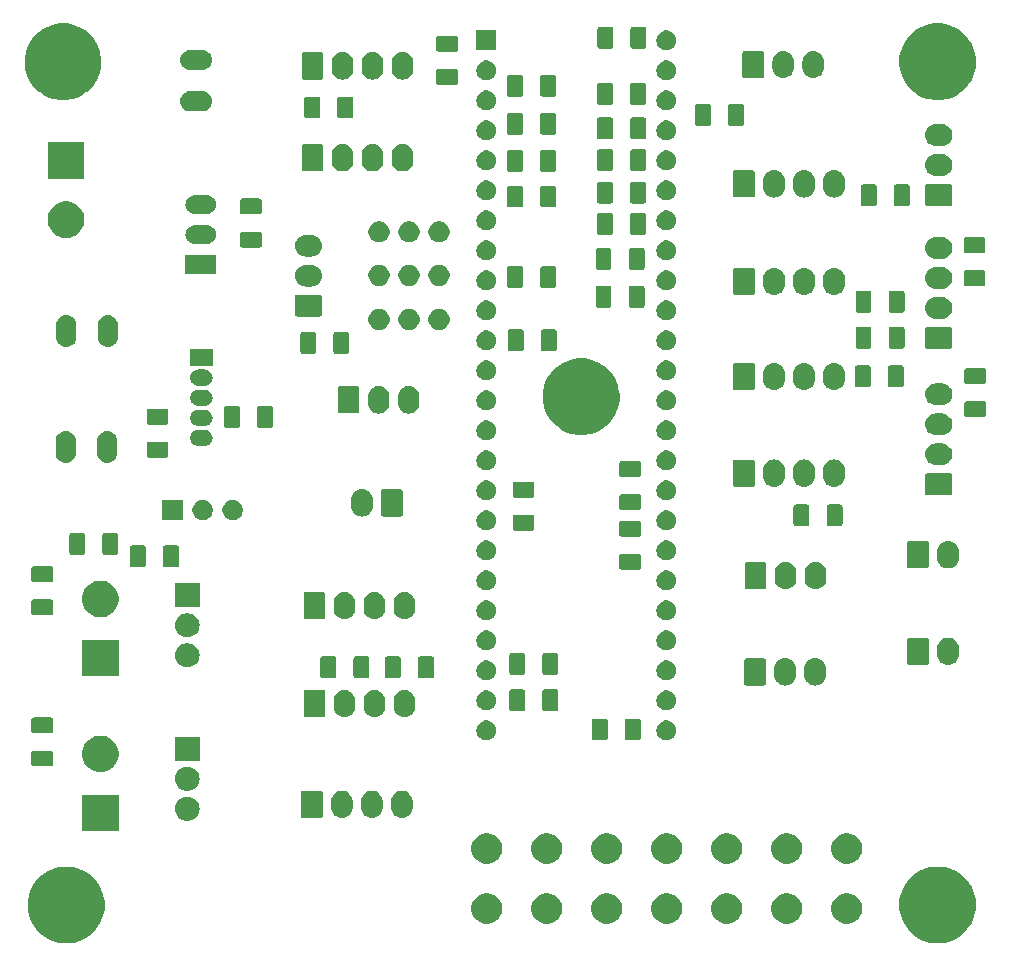
<source format=gbr>
G04 #@! TF.GenerationSoftware,KiCad,Pcbnew,5.1.2-f72e74a~84~ubuntu18.04.1*
G04 #@! TF.CreationDate,2022-02-01T20:37:36+01:00*
G04 #@! TF.ProjectId,T41Expander,54343145-7870-4616-9e64-65722e6b6963,rev?*
G04 #@! TF.SameCoordinates,Original*
G04 #@! TF.FileFunction,Soldermask,Bot*
G04 #@! TF.FilePolarity,Negative*
%FSLAX46Y46*%
G04 Gerber Fmt 4.6, Leading zero omitted, Abs format (unit mm)*
G04 Created by KiCad (PCBNEW 5.1.2-f72e74a~84~ubuntu18.04.1) date 2022-02-01 20:37:36*
%MOMM*%
%LPD*%
G04 APERTURE LIST*
%ADD10C,0.100000*%
G04 APERTURE END LIST*
D10*
G36*
X91921839Y-85096787D02*
G01*
X92235882Y-85159254D01*
X92827526Y-85404321D01*
X93359992Y-85760104D01*
X93812816Y-86212928D01*
X94168599Y-86745394D01*
X94413666Y-87337038D01*
X94431623Y-87427313D01*
X94538349Y-87963859D01*
X94538600Y-87965124D01*
X94538600Y-88605516D01*
X94413666Y-89233602D01*
X94168599Y-89825246D01*
X93812816Y-90357712D01*
X93359992Y-90810536D01*
X92827526Y-91166319D01*
X92235882Y-91411386D01*
X91921839Y-91473853D01*
X91607797Y-91536320D01*
X90967403Y-91536320D01*
X90653361Y-91473853D01*
X90339318Y-91411386D01*
X89747674Y-91166319D01*
X89215208Y-90810536D01*
X88762384Y-90357712D01*
X88406601Y-89825246D01*
X88161534Y-89233602D01*
X88036600Y-88605516D01*
X88036600Y-87965124D01*
X88036852Y-87963859D01*
X88143577Y-87427313D01*
X88161534Y-87337038D01*
X88406601Y-86745394D01*
X88762384Y-86212928D01*
X89215208Y-85760104D01*
X89747674Y-85404321D01*
X90339318Y-85159254D01*
X90653361Y-85096787D01*
X90967403Y-85034320D01*
X91607797Y-85034320D01*
X91921839Y-85096787D01*
X91921839Y-85096787D01*
G37*
G36*
X18139919Y-85096787D02*
G01*
X18453962Y-85159254D01*
X19045606Y-85404321D01*
X19578072Y-85760104D01*
X20030896Y-86212928D01*
X20386679Y-86745394D01*
X20631746Y-87337038D01*
X20649703Y-87427313D01*
X20756429Y-87963859D01*
X20756680Y-87965124D01*
X20756680Y-88605516D01*
X20631746Y-89233602D01*
X20386679Y-89825246D01*
X20030896Y-90357712D01*
X19578072Y-90810536D01*
X19045606Y-91166319D01*
X18453962Y-91411386D01*
X18139919Y-91473853D01*
X17825877Y-91536320D01*
X17185483Y-91536320D01*
X16871441Y-91473853D01*
X16557398Y-91411386D01*
X15965754Y-91166319D01*
X15433288Y-90810536D01*
X14980464Y-90357712D01*
X14624681Y-89825246D01*
X14379614Y-89233602D01*
X14254680Y-88605516D01*
X14254680Y-87965124D01*
X14254932Y-87963859D01*
X14361657Y-87427313D01*
X14379614Y-87337038D01*
X14624681Y-86745394D01*
X14980464Y-86212928D01*
X15433288Y-85760104D01*
X15965754Y-85404321D01*
X16557398Y-85159254D01*
X16871441Y-85096787D01*
X17185483Y-85034320D01*
X17825877Y-85034320D01*
X18139919Y-85096787D01*
X18139919Y-85096787D01*
G37*
G36*
X53500953Y-87329264D02*
G01*
X53737661Y-87427312D01*
X53737663Y-87427313D01*
X53950695Y-87569656D01*
X54131864Y-87750825D01*
X54274207Y-87963857D01*
X54274208Y-87963859D01*
X54372256Y-88200567D01*
X54422240Y-88451853D01*
X54422240Y-88708067D01*
X54372256Y-88959353D01*
X54274208Y-89196061D01*
X54274207Y-89196063D01*
X54131864Y-89409095D01*
X53950695Y-89590264D01*
X53737663Y-89732607D01*
X53737662Y-89732608D01*
X53737661Y-89732608D01*
X53500953Y-89830656D01*
X53249667Y-89880640D01*
X52993453Y-89880640D01*
X52742167Y-89830656D01*
X52505459Y-89732608D01*
X52505458Y-89732608D01*
X52505457Y-89732607D01*
X52292425Y-89590264D01*
X52111256Y-89409095D01*
X51968913Y-89196063D01*
X51968912Y-89196061D01*
X51870864Y-88959353D01*
X51820880Y-88708067D01*
X51820880Y-88451853D01*
X51870864Y-88200567D01*
X51968912Y-87963859D01*
X51968913Y-87963857D01*
X52111256Y-87750825D01*
X52292425Y-87569656D01*
X52505457Y-87427313D01*
X52505459Y-87427312D01*
X52742167Y-87329264D01*
X52993453Y-87279280D01*
X53249667Y-87279280D01*
X53500953Y-87329264D01*
X53500953Y-87329264D01*
G37*
G36*
X83980953Y-87329264D02*
G01*
X84217661Y-87427312D01*
X84217663Y-87427313D01*
X84430695Y-87569656D01*
X84611864Y-87750825D01*
X84754207Y-87963857D01*
X84754208Y-87963859D01*
X84852256Y-88200567D01*
X84902240Y-88451853D01*
X84902240Y-88708067D01*
X84852256Y-88959353D01*
X84754208Y-89196061D01*
X84754207Y-89196063D01*
X84611864Y-89409095D01*
X84430695Y-89590264D01*
X84217663Y-89732607D01*
X84217662Y-89732608D01*
X84217661Y-89732608D01*
X83980953Y-89830656D01*
X83729667Y-89880640D01*
X83473453Y-89880640D01*
X83222167Y-89830656D01*
X82985459Y-89732608D01*
X82985458Y-89732608D01*
X82985457Y-89732607D01*
X82772425Y-89590264D01*
X82591256Y-89409095D01*
X82448913Y-89196063D01*
X82448912Y-89196061D01*
X82350864Y-88959353D01*
X82300880Y-88708067D01*
X82300880Y-88451853D01*
X82350864Y-88200567D01*
X82448912Y-87963859D01*
X82448913Y-87963857D01*
X82591256Y-87750825D01*
X82772425Y-87569656D01*
X82985457Y-87427313D01*
X82985459Y-87427312D01*
X83222167Y-87329264D01*
X83473453Y-87279280D01*
X83729667Y-87279280D01*
X83980953Y-87329264D01*
X83980953Y-87329264D01*
G37*
G36*
X78900953Y-87329264D02*
G01*
X79137661Y-87427312D01*
X79137663Y-87427313D01*
X79350695Y-87569656D01*
X79531864Y-87750825D01*
X79674207Y-87963857D01*
X79674208Y-87963859D01*
X79772256Y-88200567D01*
X79822240Y-88451853D01*
X79822240Y-88708067D01*
X79772256Y-88959353D01*
X79674208Y-89196061D01*
X79674207Y-89196063D01*
X79531864Y-89409095D01*
X79350695Y-89590264D01*
X79137663Y-89732607D01*
X79137662Y-89732608D01*
X79137661Y-89732608D01*
X78900953Y-89830656D01*
X78649667Y-89880640D01*
X78393453Y-89880640D01*
X78142167Y-89830656D01*
X77905459Y-89732608D01*
X77905458Y-89732608D01*
X77905457Y-89732607D01*
X77692425Y-89590264D01*
X77511256Y-89409095D01*
X77368913Y-89196063D01*
X77368912Y-89196061D01*
X77270864Y-88959353D01*
X77220880Y-88708067D01*
X77220880Y-88451853D01*
X77270864Y-88200567D01*
X77368912Y-87963859D01*
X77368913Y-87963857D01*
X77511256Y-87750825D01*
X77692425Y-87569656D01*
X77905457Y-87427313D01*
X77905459Y-87427312D01*
X78142167Y-87329264D01*
X78393453Y-87279280D01*
X78649667Y-87279280D01*
X78900953Y-87329264D01*
X78900953Y-87329264D01*
G37*
G36*
X73820953Y-87329264D02*
G01*
X74057661Y-87427312D01*
X74057663Y-87427313D01*
X74270695Y-87569656D01*
X74451864Y-87750825D01*
X74594207Y-87963857D01*
X74594208Y-87963859D01*
X74692256Y-88200567D01*
X74742240Y-88451853D01*
X74742240Y-88708067D01*
X74692256Y-88959353D01*
X74594208Y-89196061D01*
X74594207Y-89196063D01*
X74451864Y-89409095D01*
X74270695Y-89590264D01*
X74057663Y-89732607D01*
X74057662Y-89732608D01*
X74057661Y-89732608D01*
X73820953Y-89830656D01*
X73569667Y-89880640D01*
X73313453Y-89880640D01*
X73062167Y-89830656D01*
X72825459Y-89732608D01*
X72825458Y-89732608D01*
X72825457Y-89732607D01*
X72612425Y-89590264D01*
X72431256Y-89409095D01*
X72288913Y-89196063D01*
X72288912Y-89196061D01*
X72190864Y-88959353D01*
X72140880Y-88708067D01*
X72140880Y-88451853D01*
X72190864Y-88200567D01*
X72288912Y-87963859D01*
X72288913Y-87963857D01*
X72431256Y-87750825D01*
X72612425Y-87569656D01*
X72825457Y-87427313D01*
X72825459Y-87427312D01*
X73062167Y-87329264D01*
X73313453Y-87279280D01*
X73569667Y-87279280D01*
X73820953Y-87329264D01*
X73820953Y-87329264D01*
G37*
G36*
X63660953Y-87329264D02*
G01*
X63897661Y-87427312D01*
X63897663Y-87427313D01*
X64110695Y-87569656D01*
X64291864Y-87750825D01*
X64434207Y-87963857D01*
X64434208Y-87963859D01*
X64532256Y-88200567D01*
X64582240Y-88451853D01*
X64582240Y-88708067D01*
X64532256Y-88959353D01*
X64434208Y-89196061D01*
X64434207Y-89196063D01*
X64291864Y-89409095D01*
X64110695Y-89590264D01*
X63897663Y-89732607D01*
X63897662Y-89732608D01*
X63897661Y-89732608D01*
X63660953Y-89830656D01*
X63409667Y-89880640D01*
X63153453Y-89880640D01*
X62902167Y-89830656D01*
X62665459Y-89732608D01*
X62665458Y-89732608D01*
X62665457Y-89732607D01*
X62452425Y-89590264D01*
X62271256Y-89409095D01*
X62128913Y-89196063D01*
X62128912Y-89196061D01*
X62030864Y-88959353D01*
X61980880Y-88708067D01*
X61980880Y-88451853D01*
X62030864Y-88200567D01*
X62128912Y-87963859D01*
X62128913Y-87963857D01*
X62271256Y-87750825D01*
X62452425Y-87569656D01*
X62665457Y-87427313D01*
X62665459Y-87427312D01*
X62902167Y-87329264D01*
X63153453Y-87279280D01*
X63409667Y-87279280D01*
X63660953Y-87329264D01*
X63660953Y-87329264D01*
G37*
G36*
X68740953Y-87329264D02*
G01*
X68977661Y-87427312D01*
X68977663Y-87427313D01*
X69190695Y-87569656D01*
X69371864Y-87750825D01*
X69514207Y-87963857D01*
X69514208Y-87963859D01*
X69612256Y-88200567D01*
X69662240Y-88451853D01*
X69662240Y-88708067D01*
X69612256Y-88959353D01*
X69514208Y-89196061D01*
X69514207Y-89196063D01*
X69371864Y-89409095D01*
X69190695Y-89590264D01*
X68977663Y-89732607D01*
X68977662Y-89732608D01*
X68977661Y-89732608D01*
X68740953Y-89830656D01*
X68489667Y-89880640D01*
X68233453Y-89880640D01*
X67982167Y-89830656D01*
X67745459Y-89732608D01*
X67745458Y-89732608D01*
X67745457Y-89732607D01*
X67532425Y-89590264D01*
X67351256Y-89409095D01*
X67208913Y-89196063D01*
X67208912Y-89196061D01*
X67110864Y-88959353D01*
X67060880Y-88708067D01*
X67060880Y-88451853D01*
X67110864Y-88200567D01*
X67208912Y-87963859D01*
X67208913Y-87963857D01*
X67351256Y-87750825D01*
X67532425Y-87569656D01*
X67745457Y-87427313D01*
X67745459Y-87427312D01*
X67982167Y-87329264D01*
X68233453Y-87279280D01*
X68489667Y-87279280D01*
X68740953Y-87329264D01*
X68740953Y-87329264D01*
G37*
G36*
X58580953Y-87329264D02*
G01*
X58817661Y-87427312D01*
X58817663Y-87427313D01*
X59030695Y-87569656D01*
X59211864Y-87750825D01*
X59354207Y-87963857D01*
X59354208Y-87963859D01*
X59452256Y-88200567D01*
X59502240Y-88451853D01*
X59502240Y-88708067D01*
X59452256Y-88959353D01*
X59354208Y-89196061D01*
X59354207Y-89196063D01*
X59211864Y-89409095D01*
X59030695Y-89590264D01*
X58817663Y-89732607D01*
X58817662Y-89732608D01*
X58817661Y-89732608D01*
X58580953Y-89830656D01*
X58329667Y-89880640D01*
X58073453Y-89880640D01*
X57822167Y-89830656D01*
X57585459Y-89732608D01*
X57585458Y-89732608D01*
X57585457Y-89732607D01*
X57372425Y-89590264D01*
X57191256Y-89409095D01*
X57048913Y-89196063D01*
X57048912Y-89196061D01*
X56950864Y-88959353D01*
X56900880Y-88708067D01*
X56900880Y-88451853D01*
X56950864Y-88200567D01*
X57048912Y-87963859D01*
X57048913Y-87963857D01*
X57191256Y-87750825D01*
X57372425Y-87569656D01*
X57585457Y-87427313D01*
X57585459Y-87427312D01*
X57822167Y-87329264D01*
X58073453Y-87279280D01*
X58329667Y-87279280D01*
X58580953Y-87329264D01*
X58580953Y-87329264D01*
G37*
G36*
X78900953Y-82249264D02*
G01*
X79137661Y-82347312D01*
X79137663Y-82347313D01*
X79350695Y-82489656D01*
X79531864Y-82670825D01*
X79674207Y-82883857D01*
X79674208Y-82883859D01*
X79772256Y-83120567D01*
X79822240Y-83371853D01*
X79822240Y-83628067D01*
X79772256Y-83879353D01*
X79674208Y-84116061D01*
X79674207Y-84116063D01*
X79531864Y-84329095D01*
X79350695Y-84510264D01*
X79137663Y-84652607D01*
X79137662Y-84652608D01*
X79137661Y-84652608D01*
X78900953Y-84750656D01*
X78649667Y-84800640D01*
X78393453Y-84800640D01*
X78142167Y-84750656D01*
X77905459Y-84652608D01*
X77905458Y-84652608D01*
X77905457Y-84652607D01*
X77692425Y-84510264D01*
X77511256Y-84329095D01*
X77368913Y-84116063D01*
X77368912Y-84116061D01*
X77270864Y-83879353D01*
X77220880Y-83628067D01*
X77220880Y-83371853D01*
X77270864Y-83120567D01*
X77368912Y-82883859D01*
X77368913Y-82883857D01*
X77511256Y-82670825D01*
X77692425Y-82489656D01*
X77905457Y-82347313D01*
X77905459Y-82347312D01*
X78142167Y-82249264D01*
X78393453Y-82199280D01*
X78649667Y-82199280D01*
X78900953Y-82249264D01*
X78900953Y-82249264D01*
G37*
G36*
X68740953Y-82249264D02*
G01*
X68977661Y-82347312D01*
X68977663Y-82347313D01*
X69190695Y-82489656D01*
X69371864Y-82670825D01*
X69514207Y-82883857D01*
X69514208Y-82883859D01*
X69612256Y-83120567D01*
X69662240Y-83371853D01*
X69662240Y-83628067D01*
X69612256Y-83879353D01*
X69514208Y-84116061D01*
X69514207Y-84116063D01*
X69371864Y-84329095D01*
X69190695Y-84510264D01*
X68977663Y-84652607D01*
X68977662Y-84652608D01*
X68977661Y-84652608D01*
X68740953Y-84750656D01*
X68489667Y-84800640D01*
X68233453Y-84800640D01*
X67982167Y-84750656D01*
X67745459Y-84652608D01*
X67745458Y-84652608D01*
X67745457Y-84652607D01*
X67532425Y-84510264D01*
X67351256Y-84329095D01*
X67208913Y-84116063D01*
X67208912Y-84116061D01*
X67110864Y-83879353D01*
X67060880Y-83628067D01*
X67060880Y-83371853D01*
X67110864Y-83120567D01*
X67208912Y-82883859D01*
X67208913Y-82883857D01*
X67351256Y-82670825D01*
X67532425Y-82489656D01*
X67745457Y-82347313D01*
X67745459Y-82347312D01*
X67982167Y-82249264D01*
X68233453Y-82199280D01*
X68489667Y-82199280D01*
X68740953Y-82249264D01*
X68740953Y-82249264D01*
G37*
G36*
X83980953Y-82249264D02*
G01*
X84217661Y-82347312D01*
X84217663Y-82347313D01*
X84430695Y-82489656D01*
X84611864Y-82670825D01*
X84754207Y-82883857D01*
X84754208Y-82883859D01*
X84852256Y-83120567D01*
X84902240Y-83371853D01*
X84902240Y-83628067D01*
X84852256Y-83879353D01*
X84754208Y-84116061D01*
X84754207Y-84116063D01*
X84611864Y-84329095D01*
X84430695Y-84510264D01*
X84217663Y-84652607D01*
X84217662Y-84652608D01*
X84217661Y-84652608D01*
X83980953Y-84750656D01*
X83729667Y-84800640D01*
X83473453Y-84800640D01*
X83222167Y-84750656D01*
X82985459Y-84652608D01*
X82985458Y-84652608D01*
X82985457Y-84652607D01*
X82772425Y-84510264D01*
X82591256Y-84329095D01*
X82448913Y-84116063D01*
X82448912Y-84116061D01*
X82350864Y-83879353D01*
X82300880Y-83628067D01*
X82300880Y-83371853D01*
X82350864Y-83120567D01*
X82448912Y-82883859D01*
X82448913Y-82883857D01*
X82591256Y-82670825D01*
X82772425Y-82489656D01*
X82985457Y-82347313D01*
X82985459Y-82347312D01*
X83222167Y-82249264D01*
X83473453Y-82199280D01*
X83729667Y-82199280D01*
X83980953Y-82249264D01*
X83980953Y-82249264D01*
G37*
G36*
X73820953Y-82249264D02*
G01*
X74057661Y-82347312D01*
X74057663Y-82347313D01*
X74270695Y-82489656D01*
X74451864Y-82670825D01*
X74594207Y-82883857D01*
X74594208Y-82883859D01*
X74692256Y-83120567D01*
X74742240Y-83371853D01*
X74742240Y-83628067D01*
X74692256Y-83879353D01*
X74594208Y-84116061D01*
X74594207Y-84116063D01*
X74451864Y-84329095D01*
X74270695Y-84510264D01*
X74057663Y-84652607D01*
X74057662Y-84652608D01*
X74057661Y-84652608D01*
X73820953Y-84750656D01*
X73569667Y-84800640D01*
X73313453Y-84800640D01*
X73062167Y-84750656D01*
X72825459Y-84652608D01*
X72825458Y-84652608D01*
X72825457Y-84652607D01*
X72612425Y-84510264D01*
X72431256Y-84329095D01*
X72288913Y-84116063D01*
X72288912Y-84116061D01*
X72190864Y-83879353D01*
X72140880Y-83628067D01*
X72140880Y-83371853D01*
X72190864Y-83120567D01*
X72288912Y-82883859D01*
X72288913Y-82883857D01*
X72431256Y-82670825D01*
X72612425Y-82489656D01*
X72825457Y-82347313D01*
X72825459Y-82347312D01*
X73062167Y-82249264D01*
X73313453Y-82199280D01*
X73569667Y-82199280D01*
X73820953Y-82249264D01*
X73820953Y-82249264D01*
G37*
G36*
X63660953Y-82249264D02*
G01*
X63897661Y-82347312D01*
X63897663Y-82347313D01*
X64110695Y-82489656D01*
X64291864Y-82670825D01*
X64434207Y-82883857D01*
X64434208Y-82883859D01*
X64532256Y-83120567D01*
X64582240Y-83371853D01*
X64582240Y-83628067D01*
X64532256Y-83879353D01*
X64434208Y-84116061D01*
X64434207Y-84116063D01*
X64291864Y-84329095D01*
X64110695Y-84510264D01*
X63897663Y-84652607D01*
X63897662Y-84652608D01*
X63897661Y-84652608D01*
X63660953Y-84750656D01*
X63409667Y-84800640D01*
X63153453Y-84800640D01*
X62902167Y-84750656D01*
X62665459Y-84652608D01*
X62665458Y-84652608D01*
X62665457Y-84652607D01*
X62452425Y-84510264D01*
X62271256Y-84329095D01*
X62128913Y-84116063D01*
X62128912Y-84116061D01*
X62030864Y-83879353D01*
X61980880Y-83628067D01*
X61980880Y-83371853D01*
X62030864Y-83120567D01*
X62128912Y-82883859D01*
X62128913Y-82883857D01*
X62271256Y-82670825D01*
X62452425Y-82489656D01*
X62665457Y-82347313D01*
X62665459Y-82347312D01*
X62902167Y-82249264D01*
X63153453Y-82199280D01*
X63409667Y-82199280D01*
X63660953Y-82249264D01*
X63660953Y-82249264D01*
G37*
G36*
X58580953Y-82249264D02*
G01*
X58817661Y-82347312D01*
X58817663Y-82347313D01*
X59030695Y-82489656D01*
X59211864Y-82670825D01*
X59354207Y-82883857D01*
X59354208Y-82883859D01*
X59452256Y-83120567D01*
X59502240Y-83371853D01*
X59502240Y-83628067D01*
X59452256Y-83879353D01*
X59354208Y-84116061D01*
X59354207Y-84116063D01*
X59211864Y-84329095D01*
X59030695Y-84510264D01*
X58817663Y-84652607D01*
X58817662Y-84652608D01*
X58817661Y-84652608D01*
X58580953Y-84750656D01*
X58329667Y-84800640D01*
X58073453Y-84800640D01*
X57822167Y-84750656D01*
X57585459Y-84652608D01*
X57585458Y-84652608D01*
X57585457Y-84652607D01*
X57372425Y-84510264D01*
X57191256Y-84329095D01*
X57048913Y-84116063D01*
X57048912Y-84116061D01*
X56950864Y-83879353D01*
X56900880Y-83628067D01*
X56900880Y-83371853D01*
X56950864Y-83120567D01*
X57048912Y-82883859D01*
X57048913Y-82883857D01*
X57191256Y-82670825D01*
X57372425Y-82489656D01*
X57585457Y-82347313D01*
X57585459Y-82347312D01*
X57822167Y-82249264D01*
X58073453Y-82199280D01*
X58329667Y-82199280D01*
X58580953Y-82249264D01*
X58580953Y-82249264D01*
G37*
G36*
X53500953Y-82249264D02*
G01*
X53737661Y-82347312D01*
X53737663Y-82347313D01*
X53950695Y-82489656D01*
X54131864Y-82670825D01*
X54274207Y-82883857D01*
X54274208Y-82883859D01*
X54372256Y-83120567D01*
X54422240Y-83371853D01*
X54422240Y-83628067D01*
X54372256Y-83879353D01*
X54274208Y-84116061D01*
X54274207Y-84116063D01*
X54131864Y-84329095D01*
X53950695Y-84510264D01*
X53737663Y-84652607D01*
X53737662Y-84652608D01*
X53737661Y-84652608D01*
X53500953Y-84750656D01*
X53249667Y-84800640D01*
X52993453Y-84800640D01*
X52742167Y-84750656D01*
X52505459Y-84652608D01*
X52505458Y-84652608D01*
X52505457Y-84652607D01*
X52292425Y-84510264D01*
X52111256Y-84329095D01*
X51968913Y-84116063D01*
X51968912Y-84116061D01*
X51870864Y-83879353D01*
X51820880Y-83628067D01*
X51820880Y-83371853D01*
X51870864Y-83120567D01*
X51968912Y-82883859D01*
X51968913Y-82883857D01*
X52111256Y-82670825D01*
X52292425Y-82489656D01*
X52505457Y-82347313D01*
X52505459Y-82347312D01*
X52742167Y-82249264D01*
X52993453Y-82199280D01*
X53249667Y-82199280D01*
X53500953Y-82249264D01*
X53500953Y-82249264D01*
G37*
G36*
X21947200Y-82043600D02*
G01*
X18845200Y-82043600D01*
X18845200Y-78941600D01*
X21947200Y-78941600D01*
X21947200Y-82043600D01*
X21947200Y-82043600D01*
G37*
G36*
X27903056Y-79138340D02*
G01*
X28001340Y-79148020D01*
X28190501Y-79205401D01*
X28364832Y-79298583D01*
X28517635Y-79423985D01*
X28643037Y-79576788D01*
X28736219Y-79751119D01*
X28793600Y-79940280D01*
X28812975Y-80137000D01*
X28793600Y-80333720D01*
X28736219Y-80522881D01*
X28643037Y-80697212D01*
X28517635Y-80850015D01*
X28364832Y-80975417D01*
X28190501Y-81068599D01*
X28001340Y-81125980D01*
X27903056Y-81135660D01*
X27853915Y-81140500D01*
X27660325Y-81140500D01*
X27611184Y-81135660D01*
X27512900Y-81125980D01*
X27323739Y-81068599D01*
X27149408Y-80975417D01*
X26996605Y-80850015D01*
X26871203Y-80697212D01*
X26778021Y-80522881D01*
X26720640Y-80333720D01*
X26701265Y-80137000D01*
X26720640Y-79940280D01*
X26778021Y-79751119D01*
X26871203Y-79576788D01*
X26996605Y-79423985D01*
X27149408Y-79298583D01*
X27323739Y-79205401D01*
X27512900Y-79148020D01*
X27611184Y-79138340D01*
X27660325Y-79133500D01*
X27853915Y-79133500D01*
X27903056Y-79138340D01*
X27903056Y-79138340D01*
G37*
G36*
X43563747Y-78623406D02*
G01*
X43737356Y-78676070D01*
X43737358Y-78676071D01*
X43897355Y-78761591D01*
X44037597Y-78876683D01*
X44090872Y-78941600D01*
X44152689Y-79016924D01*
X44238210Y-79176923D01*
X44290874Y-79350532D01*
X44304200Y-79485836D01*
X44304200Y-80036323D01*
X44290874Y-80171628D01*
X44238210Y-80345237D01*
X44152689Y-80505236D01*
X44138208Y-80522881D01*
X44037597Y-80645477D01*
X43940929Y-80724809D01*
X43897356Y-80760569D01*
X43737357Y-80846090D01*
X43563748Y-80898754D01*
X43383200Y-80916536D01*
X43202653Y-80898754D01*
X43029044Y-80846090D01*
X42869045Y-80760569D01*
X42825472Y-80724809D01*
X42728804Y-80645477D01*
X42613713Y-80505237D01*
X42613712Y-80505235D01*
X42528190Y-80345237D01*
X42475526Y-80171628D01*
X42462200Y-80036324D01*
X42462200Y-79485837D01*
X42475526Y-79350533D01*
X42528190Y-79176924D01*
X42551401Y-79133500D01*
X42613711Y-79016925D01*
X42728803Y-78876683D01*
X42854588Y-78773455D01*
X42869044Y-78761591D01*
X43029043Y-78676070D01*
X43202652Y-78623406D01*
X43383200Y-78605624D01*
X43563747Y-78623406D01*
X43563747Y-78623406D01*
G37*
G36*
X41023747Y-78623406D02*
G01*
X41197356Y-78676070D01*
X41197358Y-78676071D01*
X41357355Y-78761591D01*
X41497597Y-78876683D01*
X41550872Y-78941600D01*
X41612689Y-79016924D01*
X41698210Y-79176923D01*
X41750874Y-79350532D01*
X41764200Y-79485836D01*
X41764200Y-80036323D01*
X41750874Y-80171628D01*
X41698210Y-80345237D01*
X41612689Y-80505236D01*
X41598208Y-80522881D01*
X41497597Y-80645477D01*
X41400929Y-80724809D01*
X41357356Y-80760569D01*
X41197357Y-80846090D01*
X41023748Y-80898754D01*
X40843200Y-80916536D01*
X40662653Y-80898754D01*
X40489044Y-80846090D01*
X40329045Y-80760569D01*
X40285472Y-80724809D01*
X40188804Y-80645477D01*
X40073713Y-80505237D01*
X40073712Y-80505235D01*
X39988190Y-80345237D01*
X39935526Y-80171628D01*
X39922200Y-80036324D01*
X39922200Y-79485837D01*
X39935526Y-79350533D01*
X39988190Y-79176924D01*
X40011401Y-79133500D01*
X40073711Y-79016925D01*
X40188803Y-78876683D01*
X40314588Y-78773455D01*
X40329044Y-78761591D01*
X40489043Y-78676070D01*
X40662652Y-78623406D01*
X40843200Y-78605624D01*
X41023747Y-78623406D01*
X41023747Y-78623406D01*
G37*
G36*
X46103747Y-78623406D02*
G01*
X46277356Y-78676070D01*
X46277358Y-78676071D01*
X46437355Y-78761591D01*
X46577597Y-78876683D01*
X46630872Y-78941600D01*
X46692689Y-79016924D01*
X46778210Y-79176923D01*
X46830874Y-79350532D01*
X46844200Y-79485836D01*
X46844200Y-80036323D01*
X46830874Y-80171628D01*
X46778210Y-80345237D01*
X46692689Y-80505236D01*
X46678208Y-80522881D01*
X46577597Y-80645477D01*
X46480929Y-80724809D01*
X46437356Y-80760569D01*
X46277357Y-80846090D01*
X46103748Y-80898754D01*
X45923200Y-80916536D01*
X45742653Y-80898754D01*
X45569044Y-80846090D01*
X45409045Y-80760569D01*
X45365472Y-80724809D01*
X45268804Y-80645477D01*
X45153713Y-80505237D01*
X45153712Y-80505235D01*
X45068190Y-80345237D01*
X45015526Y-80171628D01*
X45002200Y-80036324D01*
X45002200Y-79485837D01*
X45015526Y-79350533D01*
X45068190Y-79176924D01*
X45091401Y-79133500D01*
X45153711Y-79016925D01*
X45268803Y-78876683D01*
X45394588Y-78773455D01*
X45409044Y-78761591D01*
X45569043Y-78676070D01*
X45742652Y-78623406D01*
X45923200Y-78605624D01*
X46103747Y-78623406D01*
X46103747Y-78623406D01*
G37*
G36*
X39082761Y-78614046D02*
G01*
X39115583Y-78624003D01*
X39145832Y-78640172D01*
X39172348Y-78661932D01*
X39194108Y-78688448D01*
X39210277Y-78718697D01*
X39220234Y-78751519D01*
X39224200Y-78791793D01*
X39224200Y-80730367D01*
X39220234Y-80770641D01*
X39210277Y-80803463D01*
X39194108Y-80833712D01*
X39172348Y-80860228D01*
X39145832Y-80881988D01*
X39115583Y-80898157D01*
X39082761Y-80908114D01*
X39042487Y-80912080D01*
X37563913Y-80912080D01*
X37523639Y-80908114D01*
X37490817Y-80898157D01*
X37460568Y-80881988D01*
X37434052Y-80860228D01*
X37412292Y-80833712D01*
X37396123Y-80803463D01*
X37386166Y-80770641D01*
X37382200Y-80730367D01*
X37382200Y-78791793D01*
X37386166Y-78751519D01*
X37396123Y-78718697D01*
X37412292Y-78688448D01*
X37434052Y-78661932D01*
X37460568Y-78640172D01*
X37490817Y-78624003D01*
X37523639Y-78614046D01*
X37563913Y-78610080D01*
X39042487Y-78610080D01*
X39082761Y-78614046D01*
X39082761Y-78614046D01*
G37*
G36*
X27903056Y-76598340D02*
G01*
X28001340Y-76608020D01*
X28190501Y-76665401D01*
X28364832Y-76758583D01*
X28517635Y-76883985D01*
X28643037Y-77036788D01*
X28736219Y-77211119D01*
X28793600Y-77400280D01*
X28812975Y-77597000D01*
X28793600Y-77793720D01*
X28736219Y-77982881D01*
X28643037Y-78157212D01*
X28517635Y-78310015D01*
X28364832Y-78435417D01*
X28190501Y-78528599D01*
X28001340Y-78585980D01*
X27903056Y-78595660D01*
X27853915Y-78600500D01*
X27660325Y-78600500D01*
X27611184Y-78595660D01*
X27512900Y-78585980D01*
X27323739Y-78528599D01*
X27149408Y-78435417D01*
X26996605Y-78310015D01*
X26871203Y-78157212D01*
X26778021Y-77982881D01*
X26720640Y-77793720D01*
X26701265Y-77597000D01*
X26720640Y-77400280D01*
X26778021Y-77211119D01*
X26871203Y-77036788D01*
X26996605Y-76883985D01*
X27149408Y-76758583D01*
X27323739Y-76665401D01*
X27512900Y-76608020D01*
X27611184Y-76598340D01*
X27660325Y-76593500D01*
X27853915Y-76593500D01*
X27903056Y-76598340D01*
X27903056Y-76598340D01*
G37*
G36*
X20698785Y-73971402D02*
G01*
X20848610Y-74001204D01*
X21130874Y-74118121D01*
X21384905Y-74287859D01*
X21600941Y-74503895D01*
X21770679Y-74757926D01*
X21887596Y-75040190D01*
X21887596Y-75040191D01*
X21945087Y-75329214D01*
X21947200Y-75339840D01*
X21947200Y-75645360D01*
X21887596Y-75945010D01*
X21770679Y-76227274D01*
X21600941Y-76481305D01*
X21384905Y-76697341D01*
X21130874Y-76867079D01*
X20848610Y-76983996D01*
X20698785Y-77013798D01*
X20548961Y-77043600D01*
X20243439Y-77043600D01*
X20093615Y-77013798D01*
X19943790Y-76983996D01*
X19661526Y-76867079D01*
X19407495Y-76697341D01*
X19191459Y-76481305D01*
X19021721Y-76227274D01*
X18904804Y-75945010D01*
X18845200Y-75645360D01*
X18845200Y-75339840D01*
X18847314Y-75329214D01*
X18904804Y-75040191D01*
X18904804Y-75040190D01*
X19021721Y-74757926D01*
X19191459Y-74503895D01*
X19407495Y-74287859D01*
X19661526Y-74118121D01*
X19943790Y-74001204D01*
X20093615Y-73971402D01*
X20243439Y-73941600D01*
X20548961Y-73941600D01*
X20698785Y-73971402D01*
X20698785Y-73971402D01*
G37*
G36*
X16247364Y-75213387D02*
G01*
X16283904Y-75224472D01*
X16317581Y-75242473D01*
X16347101Y-75266699D01*
X16371327Y-75296219D01*
X16389328Y-75329896D01*
X16400413Y-75366436D01*
X16404760Y-75410578D01*
X16404760Y-76359502D01*
X16400413Y-76403644D01*
X16389328Y-76440184D01*
X16371327Y-76473861D01*
X16347101Y-76503381D01*
X16317581Y-76527607D01*
X16283904Y-76545608D01*
X16247364Y-76556693D01*
X16203222Y-76561040D01*
X14754298Y-76561040D01*
X14710156Y-76556693D01*
X14673616Y-76545608D01*
X14639939Y-76527607D01*
X14610419Y-76503381D01*
X14586193Y-76473861D01*
X14568192Y-76440184D01*
X14557107Y-76403644D01*
X14552760Y-76359502D01*
X14552760Y-75410578D01*
X14557107Y-75366436D01*
X14568192Y-75329896D01*
X14586193Y-75296219D01*
X14610419Y-75266699D01*
X14639939Y-75242473D01*
X14673616Y-75224472D01*
X14710156Y-75213387D01*
X14754298Y-75209040D01*
X16203222Y-75209040D01*
X16247364Y-75213387D01*
X16247364Y-75213387D01*
G37*
G36*
X28808120Y-76060500D02*
G01*
X26706120Y-76060500D01*
X26706120Y-74053500D01*
X28808120Y-74053500D01*
X28808120Y-76060500D01*
X28808120Y-76060500D01*
G37*
G36*
X53334228Y-72689303D02*
G01*
X53489100Y-72753453D01*
X53628481Y-72846585D01*
X53747015Y-72965119D01*
X53840147Y-73104500D01*
X53904297Y-73259372D01*
X53937000Y-73423784D01*
X53937000Y-73591416D01*
X53904297Y-73755828D01*
X53840147Y-73910700D01*
X53747015Y-74050081D01*
X53628481Y-74168615D01*
X53489100Y-74261747D01*
X53334228Y-74325897D01*
X53169816Y-74358600D01*
X53002184Y-74358600D01*
X52837772Y-74325897D01*
X52682900Y-74261747D01*
X52543519Y-74168615D01*
X52424985Y-74050081D01*
X52331853Y-73910700D01*
X52267703Y-73755828D01*
X52235000Y-73591416D01*
X52235000Y-73423784D01*
X52267703Y-73259372D01*
X52331853Y-73104500D01*
X52424985Y-72965119D01*
X52543519Y-72846585D01*
X52682900Y-72753453D01*
X52837772Y-72689303D01*
X53002184Y-72656600D01*
X53169816Y-72656600D01*
X53334228Y-72689303D01*
X53334228Y-72689303D01*
G37*
G36*
X68574228Y-72689303D02*
G01*
X68729100Y-72753453D01*
X68868481Y-72846585D01*
X68987015Y-72965119D01*
X69080147Y-73104500D01*
X69144297Y-73259372D01*
X69177000Y-73423784D01*
X69177000Y-73591416D01*
X69144297Y-73755828D01*
X69080147Y-73910700D01*
X68987015Y-74050081D01*
X68868481Y-74168615D01*
X68729100Y-74261747D01*
X68574228Y-74325897D01*
X68409816Y-74358600D01*
X68242184Y-74358600D01*
X68077772Y-74325897D01*
X67922900Y-74261747D01*
X67783519Y-74168615D01*
X67664985Y-74050081D01*
X67571853Y-73910700D01*
X67507703Y-73755828D01*
X67475000Y-73591416D01*
X67475000Y-73423784D01*
X67507703Y-73259372D01*
X67571853Y-73104500D01*
X67664985Y-72965119D01*
X67783519Y-72846585D01*
X67922900Y-72753453D01*
X68077772Y-72689303D01*
X68242184Y-72656600D01*
X68409816Y-72656600D01*
X68574228Y-72689303D01*
X68574228Y-72689303D01*
G37*
G36*
X63195644Y-72509747D02*
G01*
X63232184Y-72520832D01*
X63265861Y-72538833D01*
X63295381Y-72563059D01*
X63319607Y-72592579D01*
X63337608Y-72626256D01*
X63348693Y-72662796D01*
X63353040Y-72706938D01*
X63353040Y-74155862D01*
X63348693Y-74200004D01*
X63337608Y-74236544D01*
X63319607Y-74270221D01*
X63295381Y-74299741D01*
X63265861Y-74323967D01*
X63232184Y-74341968D01*
X63195644Y-74353053D01*
X63151502Y-74357400D01*
X62202578Y-74357400D01*
X62158436Y-74353053D01*
X62121896Y-74341968D01*
X62088219Y-74323967D01*
X62058699Y-74299741D01*
X62034473Y-74270221D01*
X62016472Y-74236544D01*
X62005387Y-74200004D01*
X62001040Y-74155862D01*
X62001040Y-72706938D01*
X62005387Y-72662796D01*
X62016472Y-72626256D01*
X62034473Y-72592579D01*
X62058699Y-72563059D01*
X62088219Y-72538833D01*
X62121896Y-72520832D01*
X62158436Y-72509747D01*
X62202578Y-72505400D01*
X63151502Y-72505400D01*
X63195644Y-72509747D01*
X63195644Y-72509747D01*
G37*
G36*
X65995644Y-72509747D02*
G01*
X66032184Y-72520832D01*
X66065861Y-72538833D01*
X66095381Y-72563059D01*
X66119607Y-72592579D01*
X66137608Y-72626256D01*
X66148693Y-72662796D01*
X66153040Y-72706938D01*
X66153040Y-74155862D01*
X66148693Y-74200004D01*
X66137608Y-74236544D01*
X66119607Y-74270221D01*
X66095381Y-74299741D01*
X66065861Y-74323967D01*
X66032184Y-74341968D01*
X65995644Y-74353053D01*
X65951502Y-74357400D01*
X65002578Y-74357400D01*
X64958436Y-74353053D01*
X64921896Y-74341968D01*
X64888219Y-74323967D01*
X64858699Y-74299741D01*
X64834473Y-74270221D01*
X64816472Y-74236544D01*
X64805387Y-74200004D01*
X64801040Y-74155862D01*
X64801040Y-72706938D01*
X64805387Y-72662796D01*
X64816472Y-72626256D01*
X64834473Y-72592579D01*
X64858699Y-72563059D01*
X64888219Y-72538833D01*
X64921896Y-72520832D01*
X64958436Y-72509747D01*
X65002578Y-72505400D01*
X65951502Y-72505400D01*
X65995644Y-72509747D01*
X65995644Y-72509747D01*
G37*
G36*
X16247364Y-72413387D02*
G01*
X16283904Y-72424472D01*
X16317581Y-72442473D01*
X16347101Y-72466699D01*
X16371327Y-72496219D01*
X16389328Y-72529896D01*
X16400413Y-72566436D01*
X16404760Y-72610578D01*
X16404760Y-73559502D01*
X16400413Y-73603644D01*
X16389328Y-73640184D01*
X16371327Y-73673861D01*
X16347101Y-73703381D01*
X16317581Y-73727607D01*
X16283904Y-73745608D01*
X16247364Y-73756693D01*
X16203222Y-73761040D01*
X14754298Y-73761040D01*
X14710156Y-73756693D01*
X14673616Y-73745608D01*
X14639939Y-73727607D01*
X14610419Y-73703381D01*
X14586193Y-73673861D01*
X14568192Y-73640184D01*
X14557107Y-73603644D01*
X14552760Y-73559502D01*
X14552760Y-72610578D01*
X14557107Y-72566436D01*
X14568192Y-72529896D01*
X14586193Y-72496219D01*
X14610419Y-72466699D01*
X14639939Y-72442473D01*
X14673616Y-72424472D01*
X14710156Y-72413387D01*
X14754298Y-72409040D01*
X16203222Y-72409040D01*
X16247364Y-72413387D01*
X16247364Y-72413387D01*
G37*
G36*
X46327267Y-70083926D02*
G01*
X46500876Y-70136590D01*
X46500878Y-70136591D01*
X46660875Y-70222111D01*
X46801117Y-70337203D01*
X46880449Y-70433871D01*
X46916209Y-70477444D01*
X47001730Y-70637443D01*
X47054394Y-70811052D01*
X47067720Y-70946356D01*
X47067720Y-71496843D01*
X47054394Y-71632148D01*
X47001730Y-71805757D01*
X46916209Y-71965756D01*
X46880449Y-72009329D01*
X46801117Y-72105997D01*
X46704449Y-72185329D01*
X46660876Y-72221089D01*
X46500877Y-72306610D01*
X46327268Y-72359274D01*
X46146720Y-72377056D01*
X45966173Y-72359274D01*
X45792564Y-72306610D01*
X45632565Y-72221089D01*
X45588992Y-72185329D01*
X45492324Y-72105997D01*
X45377233Y-71965757D01*
X45377232Y-71965755D01*
X45291710Y-71805757D01*
X45239046Y-71632148D01*
X45225720Y-71496844D01*
X45225720Y-70946357D01*
X45239046Y-70811053D01*
X45291710Y-70637444D01*
X45377231Y-70477445D01*
X45377232Y-70477444D01*
X45492323Y-70337203D01*
X45618108Y-70233975D01*
X45632564Y-70222111D01*
X45792563Y-70136590D01*
X45966172Y-70083926D01*
X46146720Y-70066144D01*
X46327267Y-70083926D01*
X46327267Y-70083926D01*
G37*
G36*
X41247267Y-70083926D02*
G01*
X41420876Y-70136590D01*
X41420878Y-70136591D01*
X41580875Y-70222111D01*
X41721117Y-70337203D01*
X41800449Y-70433871D01*
X41836209Y-70477444D01*
X41921730Y-70637443D01*
X41974394Y-70811052D01*
X41987720Y-70946356D01*
X41987720Y-71496843D01*
X41974394Y-71632148D01*
X41921730Y-71805757D01*
X41836209Y-71965756D01*
X41800449Y-72009329D01*
X41721117Y-72105997D01*
X41624449Y-72185329D01*
X41580876Y-72221089D01*
X41420877Y-72306610D01*
X41247268Y-72359274D01*
X41066720Y-72377056D01*
X40886173Y-72359274D01*
X40712564Y-72306610D01*
X40552565Y-72221089D01*
X40508992Y-72185329D01*
X40412324Y-72105997D01*
X40297233Y-71965757D01*
X40297232Y-71965755D01*
X40211710Y-71805757D01*
X40159046Y-71632148D01*
X40145720Y-71496844D01*
X40145720Y-70946357D01*
X40159046Y-70811053D01*
X40211710Y-70637444D01*
X40297231Y-70477445D01*
X40297232Y-70477444D01*
X40412323Y-70337203D01*
X40538108Y-70233975D01*
X40552564Y-70222111D01*
X40712563Y-70136590D01*
X40886172Y-70083926D01*
X41066720Y-70066144D01*
X41247267Y-70083926D01*
X41247267Y-70083926D01*
G37*
G36*
X43787267Y-70083926D02*
G01*
X43960876Y-70136590D01*
X43960878Y-70136591D01*
X44120875Y-70222111D01*
X44261117Y-70337203D01*
X44340449Y-70433871D01*
X44376209Y-70477444D01*
X44461730Y-70637443D01*
X44514394Y-70811052D01*
X44527720Y-70946356D01*
X44527720Y-71496843D01*
X44514394Y-71632148D01*
X44461730Y-71805757D01*
X44376209Y-71965756D01*
X44340449Y-72009329D01*
X44261117Y-72105997D01*
X44164449Y-72185329D01*
X44120876Y-72221089D01*
X43960877Y-72306610D01*
X43787268Y-72359274D01*
X43606720Y-72377056D01*
X43426173Y-72359274D01*
X43252564Y-72306610D01*
X43092565Y-72221089D01*
X43048992Y-72185329D01*
X42952324Y-72105997D01*
X42837233Y-71965757D01*
X42837232Y-71965755D01*
X42751710Y-71805757D01*
X42699046Y-71632148D01*
X42685720Y-71496844D01*
X42685720Y-70946357D01*
X42699046Y-70811053D01*
X42751710Y-70637444D01*
X42837231Y-70477445D01*
X42837232Y-70477444D01*
X42952323Y-70337203D01*
X43078108Y-70233975D01*
X43092564Y-70222111D01*
X43252563Y-70136590D01*
X43426172Y-70083926D01*
X43606720Y-70066144D01*
X43787267Y-70083926D01*
X43787267Y-70083926D01*
G37*
G36*
X39306281Y-70074566D02*
G01*
X39339103Y-70084523D01*
X39369352Y-70100692D01*
X39395868Y-70122452D01*
X39417628Y-70148968D01*
X39433797Y-70179217D01*
X39443754Y-70212039D01*
X39447720Y-70252313D01*
X39447720Y-72190887D01*
X39443754Y-72231161D01*
X39433797Y-72263983D01*
X39417628Y-72294232D01*
X39395868Y-72320748D01*
X39369352Y-72342508D01*
X39339103Y-72358677D01*
X39306281Y-72368634D01*
X39266007Y-72372600D01*
X37787433Y-72372600D01*
X37747159Y-72368634D01*
X37714337Y-72358677D01*
X37684088Y-72342508D01*
X37657572Y-72320748D01*
X37635812Y-72294232D01*
X37619643Y-72263983D01*
X37609686Y-72231161D01*
X37605720Y-72190887D01*
X37605720Y-70252313D01*
X37609686Y-70212039D01*
X37619643Y-70179217D01*
X37635812Y-70148968D01*
X37657572Y-70122452D01*
X37684088Y-70100692D01*
X37714337Y-70084523D01*
X37747159Y-70074566D01*
X37787433Y-70070600D01*
X39266007Y-70070600D01*
X39306281Y-70074566D01*
X39306281Y-70074566D01*
G37*
G36*
X59024964Y-70040867D02*
G01*
X59061504Y-70051952D01*
X59095181Y-70069953D01*
X59124701Y-70094179D01*
X59148927Y-70123699D01*
X59166928Y-70157376D01*
X59178013Y-70193916D01*
X59182360Y-70238058D01*
X59182360Y-71686982D01*
X59178013Y-71731124D01*
X59166928Y-71767664D01*
X59148927Y-71801341D01*
X59124701Y-71830861D01*
X59095181Y-71855087D01*
X59061504Y-71873088D01*
X59024964Y-71884173D01*
X58980822Y-71888520D01*
X58031898Y-71888520D01*
X57987756Y-71884173D01*
X57951216Y-71873088D01*
X57917539Y-71855087D01*
X57888019Y-71830861D01*
X57863793Y-71801341D01*
X57845792Y-71767664D01*
X57834707Y-71731124D01*
X57830360Y-71686982D01*
X57830360Y-70238058D01*
X57834707Y-70193916D01*
X57845792Y-70157376D01*
X57863793Y-70123699D01*
X57888019Y-70094179D01*
X57917539Y-70069953D01*
X57951216Y-70051952D01*
X57987756Y-70040867D01*
X58031898Y-70036520D01*
X58980822Y-70036520D01*
X59024964Y-70040867D01*
X59024964Y-70040867D01*
G37*
G36*
X56224964Y-70040867D02*
G01*
X56261504Y-70051952D01*
X56295181Y-70069953D01*
X56324701Y-70094179D01*
X56348927Y-70123699D01*
X56366928Y-70157376D01*
X56378013Y-70193916D01*
X56382360Y-70238058D01*
X56382360Y-71686982D01*
X56378013Y-71731124D01*
X56366928Y-71767664D01*
X56348927Y-71801341D01*
X56324701Y-71830861D01*
X56295181Y-71855087D01*
X56261504Y-71873088D01*
X56224964Y-71884173D01*
X56180822Y-71888520D01*
X55231898Y-71888520D01*
X55187756Y-71884173D01*
X55151216Y-71873088D01*
X55117539Y-71855087D01*
X55088019Y-71830861D01*
X55063793Y-71801341D01*
X55045792Y-71767664D01*
X55034707Y-71731124D01*
X55030360Y-71686982D01*
X55030360Y-70238058D01*
X55034707Y-70193916D01*
X55045792Y-70157376D01*
X55063793Y-70123699D01*
X55088019Y-70094179D01*
X55117539Y-70069953D01*
X55151216Y-70051952D01*
X55187756Y-70040867D01*
X55231898Y-70036520D01*
X56180822Y-70036520D01*
X56224964Y-70040867D01*
X56224964Y-70040867D01*
G37*
G36*
X53334228Y-70149303D02*
G01*
X53489100Y-70213453D01*
X53628481Y-70306585D01*
X53747015Y-70425119D01*
X53840147Y-70564500D01*
X53904297Y-70719372D01*
X53937000Y-70883784D01*
X53937000Y-71051416D01*
X53904297Y-71215828D01*
X53840147Y-71370700D01*
X53747015Y-71510081D01*
X53628481Y-71628615D01*
X53489100Y-71721747D01*
X53334228Y-71785897D01*
X53169816Y-71818600D01*
X53002184Y-71818600D01*
X52837772Y-71785897D01*
X52682900Y-71721747D01*
X52543519Y-71628615D01*
X52424985Y-71510081D01*
X52331853Y-71370700D01*
X52267703Y-71215828D01*
X52235000Y-71051416D01*
X52235000Y-70883784D01*
X52267703Y-70719372D01*
X52331853Y-70564500D01*
X52424985Y-70425119D01*
X52543519Y-70306585D01*
X52682900Y-70213453D01*
X52837772Y-70149303D01*
X53002184Y-70116600D01*
X53169816Y-70116600D01*
X53334228Y-70149303D01*
X53334228Y-70149303D01*
G37*
G36*
X68574228Y-70149303D02*
G01*
X68729100Y-70213453D01*
X68868481Y-70306585D01*
X68987015Y-70425119D01*
X69080147Y-70564500D01*
X69144297Y-70719372D01*
X69177000Y-70883784D01*
X69177000Y-71051416D01*
X69144297Y-71215828D01*
X69080147Y-71370700D01*
X68987015Y-71510081D01*
X68868481Y-71628615D01*
X68729100Y-71721747D01*
X68574228Y-71785897D01*
X68409816Y-71818600D01*
X68242184Y-71818600D01*
X68077772Y-71785897D01*
X67922900Y-71721747D01*
X67783519Y-71628615D01*
X67664985Y-71510081D01*
X67571853Y-71370700D01*
X67507703Y-71215828D01*
X67475000Y-71051416D01*
X67475000Y-70883784D01*
X67507703Y-70719372D01*
X67571853Y-70564500D01*
X67664985Y-70425119D01*
X67783519Y-70306585D01*
X67922900Y-70213453D01*
X68077772Y-70149303D01*
X68242184Y-70116600D01*
X68409816Y-70116600D01*
X68574228Y-70149303D01*
X68574228Y-70149303D01*
G37*
G36*
X81104947Y-67416926D02*
G01*
X81278556Y-67469590D01*
X81278558Y-67469591D01*
X81438555Y-67555111D01*
X81578797Y-67670203D01*
X81640227Y-67745057D01*
X81693889Y-67810444D01*
X81779410Y-67970443D01*
X81832074Y-68144052D01*
X81845400Y-68279356D01*
X81845400Y-68829843D01*
X81832074Y-68965148D01*
X81779410Y-69138757D01*
X81693889Y-69298756D01*
X81658129Y-69342329D01*
X81578797Y-69438997D01*
X81482129Y-69518329D01*
X81438556Y-69554089D01*
X81278557Y-69639610D01*
X81104948Y-69692274D01*
X80924400Y-69710056D01*
X80743853Y-69692274D01*
X80570244Y-69639610D01*
X80410245Y-69554089D01*
X80366672Y-69518329D01*
X80270004Y-69438997D01*
X80154913Y-69298757D01*
X80154912Y-69298755D01*
X80069390Y-69138757D01*
X80016726Y-68965148D01*
X80003400Y-68829844D01*
X80003400Y-68279357D01*
X80016726Y-68144053D01*
X80069390Y-67970444D01*
X80078119Y-67954114D01*
X80154911Y-67810445D01*
X80270003Y-67670203D01*
X80395788Y-67566975D01*
X80410244Y-67555111D01*
X80570243Y-67469590D01*
X80743852Y-67416926D01*
X80924400Y-67399144D01*
X81104947Y-67416926D01*
X81104947Y-67416926D01*
G37*
G36*
X78564947Y-67416926D02*
G01*
X78738556Y-67469590D01*
X78738558Y-67469591D01*
X78898555Y-67555111D01*
X79038797Y-67670203D01*
X79100227Y-67745057D01*
X79153889Y-67810444D01*
X79239410Y-67970443D01*
X79292074Y-68144052D01*
X79305400Y-68279356D01*
X79305400Y-68829843D01*
X79292074Y-68965148D01*
X79239410Y-69138757D01*
X79153889Y-69298756D01*
X79118129Y-69342329D01*
X79038797Y-69438997D01*
X78942129Y-69518329D01*
X78898556Y-69554089D01*
X78738557Y-69639610D01*
X78564948Y-69692274D01*
X78384400Y-69710056D01*
X78203853Y-69692274D01*
X78030244Y-69639610D01*
X77870245Y-69554089D01*
X77826672Y-69518329D01*
X77730004Y-69438997D01*
X77614913Y-69298757D01*
X77614912Y-69298755D01*
X77529390Y-69138757D01*
X77476726Y-68965148D01*
X77463400Y-68829844D01*
X77463400Y-68279357D01*
X77476726Y-68144053D01*
X77529390Y-67970444D01*
X77538119Y-67954114D01*
X77614911Y-67810445D01*
X77730003Y-67670203D01*
X77855788Y-67566975D01*
X77870244Y-67555111D01*
X78030243Y-67469590D01*
X78203852Y-67416926D01*
X78384400Y-67399144D01*
X78564947Y-67416926D01*
X78564947Y-67416926D01*
G37*
G36*
X76623961Y-67407566D02*
G01*
X76656783Y-67417523D01*
X76687032Y-67433692D01*
X76713548Y-67455452D01*
X76735308Y-67481968D01*
X76751477Y-67512217D01*
X76761434Y-67545039D01*
X76765400Y-67585313D01*
X76765400Y-69523887D01*
X76761434Y-69564161D01*
X76751477Y-69596983D01*
X76735308Y-69627232D01*
X76713548Y-69653748D01*
X76687032Y-69675508D01*
X76656783Y-69691677D01*
X76623961Y-69701634D01*
X76583687Y-69705600D01*
X75105113Y-69705600D01*
X75064839Y-69701634D01*
X75032017Y-69691677D01*
X75001768Y-69675508D01*
X74975252Y-69653748D01*
X74953492Y-69627232D01*
X74937323Y-69596983D01*
X74927366Y-69564161D01*
X74923400Y-69523887D01*
X74923400Y-67585313D01*
X74927366Y-67545039D01*
X74937323Y-67512217D01*
X74953492Y-67481968D01*
X74975252Y-67455452D01*
X75001768Y-67433692D01*
X75032017Y-67417523D01*
X75064839Y-67407566D01*
X75105113Y-67403600D01*
X76583687Y-67403600D01*
X76623961Y-67407566D01*
X76623961Y-67407566D01*
G37*
G36*
X68574228Y-67609303D02*
G01*
X68729100Y-67673453D01*
X68868481Y-67766585D01*
X68987015Y-67885119D01*
X69080147Y-68024500D01*
X69144297Y-68179372D01*
X69177000Y-68343784D01*
X69177000Y-68511416D01*
X69144297Y-68675828D01*
X69080147Y-68830700D01*
X68987015Y-68970081D01*
X68868481Y-69088615D01*
X68729100Y-69181747D01*
X68574228Y-69245897D01*
X68409816Y-69278600D01*
X68242184Y-69278600D01*
X68077772Y-69245897D01*
X67922900Y-69181747D01*
X67783519Y-69088615D01*
X67664985Y-68970081D01*
X67571853Y-68830700D01*
X67507703Y-68675828D01*
X67475000Y-68511416D01*
X67475000Y-68343784D01*
X67507703Y-68179372D01*
X67571853Y-68024500D01*
X67664985Y-67885119D01*
X67783519Y-67766585D01*
X67922900Y-67673453D01*
X68077772Y-67609303D01*
X68242184Y-67576600D01*
X68409816Y-67576600D01*
X68574228Y-67609303D01*
X68574228Y-67609303D01*
G37*
G36*
X53334228Y-67609303D02*
G01*
X53489100Y-67673453D01*
X53628481Y-67766585D01*
X53747015Y-67885119D01*
X53840147Y-68024500D01*
X53904297Y-68179372D01*
X53937000Y-68343784D01*
X53937000Y-68511416D01*
X53904297Y-68675828D01*
X53840147Y-68830700D01*
X53747015Y-68970081D01*
X53628481Y-69088615D01*
X53489100Y-69181747D01*
X53334228Y-69245897D01*
X53169816Y-69278600D01*
X53002184Y-69278600D01*
X52837772Y-69245897D01*
X52682900Y-69181747D01*
X52543519Y-69088615D01*
X52424985Y-68970081D01*
X52331853Y-68830700D01*
X52267703Y-68675828D01*
X52235000Y-68511416D01*
X52235000Y-68343784D01*
X52267703Y-68179372D01*
X52331853Y-68024500D01*
X52424985Y-67885119D01*
X52543519Y-67766585D01*
X52682900Y-67673453D01*
X52837772Y-67609303D01*
X53002184Y-67576600D01*
X53169816Y-67576600D01*
X53334228Y-67609303D01*
X53334228Y-67609303D01*
G37*
G36*
X45689964Y-67246867D02*
G01*
X45726504Y-67257952D01*
X45760181Y-67275953D01*
X45789701Y-67300179D01*
X45813927Y-67329699D01*
X45831928Y-67363376D01*
X45843013Y-67399916D01*
X45847360Y-67444058D01*
X45847360Y-68892982D01*
X45843013Y-68937124D01*
X45831928Y-68973664D01*
X45813927Y-69007341D01*
X45789701Y-69036861D01*
X45760181Y-69061087D01*
X45726504Y-69079088D01*
X45689964Y-69090173D01*
X45645822Y-69094520D01*
X44696898Y-69094520D01*
X44652756Y-69090173D01*
X44616216Y-69079088D01*
X44582539Y-69061087D01*
X44553019Y-69036861D01*
X44528793Y-69007341D01*
X44510792Y-68973664D01*
X44499707Y-68937124D01*
X44495360Y-68892982D01*
X44495360Y-67444058D01*
X44499707Y-67399916D01*
X44510792Y-67363376D01*
X44528793Y-67329699D01*
X44553019Y-67300179D01*
X44582539Y-67275953D01*
X44616216Y-67257952D01*
X44652756Y-67246867D01*
X44696898Y-67242520D01*
X45645822Y-67242520D01*
X45689964Y-67246867D01*
X45689964Y-67246867D01*
G37*
G36*
X40231044Y-67246867D02*
G01*
X40267584Y-67257952D01*
X40301261Y-67275953D01*
X40330781Y-67300179D01*
X40355007Y-67329699D01*
X40373008Y-67363376D01*
X40384093Y-67399916D01*
X40388440Y-67444058D01*
X40388440Y-68892982D01*
X40384093Y-68937124D01*
X40373008Y-68973664D01*
X40355007Y-69007341D01*
X40330781Y-69036861D01*
X40301261Y-69061087D01*
X40267584Y-69079088D01*
X40231044Y-69090173D01*
X40186902Y-69094520D01*
X39237978Y-69094520D01*
X39193836Y-69090173D01*
X39157296Y-69079088D01*
X39123619Y-69061087D01*
X39094099Y-69036861D01*
X39069873Y-69007341D01*
X39051872Y-68973664D01*
X39040787Y-68937124D01*
X39036440Y-68892982D01*
X39036440Y-67444058D01*
X39040787Y-67399916D01*
X39051872Y-67363376D01*
X39069873Y-67329699D01*
X39094099Y-67300179D01*
X39123619Y-67275953D01*
X39157296Y-67257952D01*
X39193836Y-67246867D01*
X39237978Y-67242520D01*
X40186902Y-67242520D01*
X40231044Y-67246867D01*
X40231044Y-67246867D01*
G37*
G36*
X43031044Y-67246867D02*
G01*
X43067584Y-67257952D01*
X43101261Y-67275953D01*
X43130781Y-67300179D01*
X43155007Y-67329699D01*
X43173008Y-67363376D01*
X43184093Y-67399916D01*
X43188440Y-67444058D01*
X43188440Y-68892982D01*
X43184093Y-68937124D01*
X43173008Y-68973664D01*
X43155007Y-69007341D01*
X43130781Y-69036861D01*
X43101261Y-69061087D01*
X43067584Y-69079088D01*
X43031044Y-69090173D01*
X42986902Y-69094520D01*
X42037978Y-69094520D01*
X41993836Y-69090173D01*
X41957296Y-69079088D01*
X41923619Y-69061087D01*
X41894099Y-69036861D01*
X41869873Y-69007341D01*
X41851872Y-68973664D01*
X41840787Y-68937124D01*
X41836440Y-68892982D01*
X41836440Y-67444058D01*
X41840787Y-67399916D01*
X41851872Y-67363376D01*
X41869873Y-67329699D01*
X41894099Y-67300179D01*
X41923619Y-67275953D01*
X41957296Y-67257952D01*
X41993836Y-67246867D01*
X42037978Y-67242520D01*
X42986902Y-67242520D01*
X43031044Y-67246867D01*
X43031044Y-67246867D01*
G37*
G36*
X48489964Y-67246867D02*
G01*
X48526504Y-67257952D01*
X48560181Y-67275953D01*
X48589701Y-67300179D01*
X48613927Y-67329699D01*
X48631928Y-67363376D01*
X48643013Y-67399916D01*
X48647360Y-67444058D01*
X48647360Y-68892982D01*
X48643013Y-68937124D01*
X48631928Y-68973664D01*
X48613927Y-69007341D01*
X48589701Y-69036861D01*
X48560181Y-69061087D01*
X48526504Y-69079088D01*
X48489964Y-69090173D01*
X48445822Y-69094520D01*
X47496898Y-69094520D01*
X47452756Y-69090173D01*
X47416216Y-69079088D01*
X47382539Y-69061087D01*
X47353019Y-69036861D01*
X47328793Y-69007341D01*
X47310792Y-68973664D01*
X47299707Y-68937124D01*
X47295360Y-68892982D01*
X47295360Y-67444058D01*
X47299707Y-67399916D01*
X47310792Y-67363376D01*
X47328793Y-67329699D01*
X47353019Y-67300179D01*
X47382539Y-67275953D01*
X47416216Y-67257952D01*
X47452756Y-67246867D01*
X47496898Y-67242520D01*
X48445822Y-67242520D01*
X48489964Y-67246867D01*
X48489964Y-67246867D01*
G37*
G36*
X21947200Y-68932120D02*
G01*
X18845200Y-68932120D01*
X18845200Y-65830120D01*
X21947200Y-65830120D01*
X21947200Y-68932120D01*
X21947200Y-68932120D01*
G37*
G36*
X56224964Y-66952227D02*
G01*
X56261504Y-66963312D01*
X56295181Y-66981313D01*
X56324701Y-67005539D01*
X56348927Y-67035059D01*
X56366928Y-67068736D01*
X56378013Y-67105276D01*
X56382360Y-67149418D01*
X56382360Y-68598342D01*
X56378013Y-68642484D01*
X56366928Y-68679024D01*
X56348927Y-68712701D01*
X56324701Y-68742221D01*
X56295181Y-68766447D01*
X56261504Y-68784448D01*
X56224964Y-68795533D01*
X56180822Y-68799880D01*
X55231898Y-68799880D01*
X55187756Y-68795533D01*
X55151216Y-68784448D01*
X55117539Y-68766447D01*
X55088019Y-68742221D01*
X55063793Y-68712701D01*
X55045792Y-68679024D01*
X55034707Y-68642484D01*
X55030360Y-68598342D01*
X55030360Y-67149418D01*
X55034707Y-67105276D01*
X55045792Y-67068736D01*
X55063793Y-67035059D01*
X55088019Y-67005539D01*
X55117539Y-66981313D01*
X55151216Y-66963312D01*
X55187756Y-66952227D01*
X55231898Y-66947880D01*
X56180822Y-66947880D01*
X56224964Y-66952227D01*
X56224964Y-66952227D01*
G37*
G36*
X59024964Y-66952227D02*
G01*
X59061504Y-66963312D01*
X59095181Y-66981313D01*
X59124701Y-67005539D01*
X59148927Y-67035059D01*
X59166928Y-67068736D01*
X59178013Y-67105276D01*
X59182360Y-67149418D01*
X59182360Y-68598342D01*
X59178013Y-68642484D01*
X59166928Y-68679024D01*
X59148927Y-68712701D01*
X59124701Y-68742221D01*
X59095181Y-68766447D01*
X59061504Y-68784448D01*
X59024964Y-68795533D01*
X58980822Y-68799880D01*
X58031898Y-68799880D01*
X57987756Y-68795533D01*
X57951216Y-68784448D01*
X57917539Y-68766447D01*
X57888019Y-68742221D01*
X57863793Y-68712701D01*
X57845792Y-68679024D01*
X57834707Y-68642484D01*
X57830360Y-68598342D01*
X57830360Y-67149418D01*
X57834707Y-67105276D01*
X57845792Y-67068736D01*
X57863793Y-67035059D01*
X57888019Y-67005539D01*
X57917539Y-66981313D01*
X57951216Y-66963312D01*
X57987756Y-66952227D01*
X58031898Y-66947880D01*
X58980822Y-66947880D01*
X59024964Y-66952227D01*
X59024964Y-66952227D01*
G37*
G36*
X27903056Y-66143700D02*
G01*
X28001340Y-66153380D01*
X28190501Y-66210761D01*
X28364832Y-66303943D01*
X28517635Y-66429345D01*
X28643037Y-66582148D01*
X28736219Y-66756479D01*
X28793600Y-66945640D01*
X28812975Y-67142360D01*
X28793600Y-67339080D01*
X28736219Y-67528241D01*
X28643037Y-67702572D01*
X28517635Y-67855375D01*
X28364832Y-67980777D01*
X28190501Y-68073959D01*
X28001340Y-68131340D01*
X27903056Y-68141020D01*
X27853915Y-68145860D01*
X27660325Y-68145860D01*
X27611184Y-68141020D01*
X27512900Y-68131340D01*
X27323739Y-68073959D01*
X27149408Y-67980777D01*
X26996605Y-67855375D01*
X26871203Y-67702572D01*
X26778021Y-67528241D01*
X26720640Y-67339080D01*
X26701265Y-67142360D01*
X26720640Y-66945640D01*
X26778021Y-66756479D01*
X26871203Y-66582148D01*
X26996605Y-66429345D01*
X27149408Y-66303943D01*
X27323739Y-66210761D01*
X27512900Y-66153380D01*
X27611184Y-66143700D01*
X27660325Y-66138860D01*
X27853915Y-66138860D01*
X27903056Y-66143700D01*
X27903056Y-66143700D01*
G37*
G36*
X92346987Y-65669406D02*
G01*
X92520596Y-65722070D01*
X92520598Y-65722071D01*
X92680595Y-65807591D01*
X92820837Y-65922683D01*
X92900169Y-66019351D01*
X92935929Y-66062924D01*
X93021450Y-66222923D01*
X93074114Y-66396532D01*
X93087440Y-66531836D01*
X93087440Y-67082323D01*
X93074114Y-67217628D01*
X93021450Y-67391237D01*
X92935929Y-67551236D01*
X92923012Y-67566975D01*
X92820837Y-67691477D01*
X92729316Y-67766585D01*
X92680596Y-67806569D01*
X92520597Y-67892090D01*
X92346988Y-67944754D01*
X92166440Y-67962536D01*
X91985893Y-67944754D01*
X91812284Y-67892090D01*
X91652285Y-67806569D01*
X91603565Y-67766585D01*
X91512044Y-67691477D01*
X91396953Y-67551237D01*
X91396952Y-67551235D01*
X91311430Y-67391237D01*
X91258766Y-67217628D01*
X91248639Y-67114802D01*
X91245440Y-67082325D01*
X91245440Y-66531836D01*
X91258766Y-66396535D01*
X91258766Y-66396533D01*
X91311430Y-66222924D01*
X91396951Y-66062925D01*
X91396952Y-66062924D01*
X91512043Y-65922683D01*
X91637828Y-65819455D01*
X91652284Y-65807591D01*
X91812283Y-65722070D01*
X91985892Y-65669406D01*
X92166440Y-65651624D01*
X92346987Y-65669406D01*
X92346987Y-65669406D01*
G37*
G36*
X90406001Y-65660046D02*
G01*
X90438823Y-65670003D01*
X90469072Y-65686172D01*
X90495588Y-65707932D01*
X90517348Y-65734448D01*
X90533517Y-65764697D01*
X90543474Y-65797519D01*
X90547440Y-65837793D01*
X90547440Y-67776367D01*
X90543474Y-67816641D01*
X90533517Y-67849463D01*
X90517348Y-67879712D01*
X90495588Y-67906228D01*
X90469072Y-67927988D01*
X90438823Y-67944157D01*
X90406001Y-67954114D01*
X90365727Y-67958080D01*
X88887153Y-67958080D01*
X88846879Y-67954114D01*
X88814057Y-67944157D01*
X88783808Y-67927988D01*
X88757292Y-67906228D01*
X88735532Y-67879712D01*
X88719363Y-67849463D01*
X88709406Y-67816641D01*
X88705440Y-67776367D01*
X88705440Y-65837793D01*
X88709406Y-65797519D01*
X88719363Y-65764697D01*
X88735532Y-65734448D01*
X88757292Y-65707932D01*
X88783808Y-65686172D01*
X88814057Y-65670003D01*
X88846879Y-65660046D01*
X88887153Y-65656080D01*
X90365727Y-65656080D01*
X90406001Y-65660046D01*
X90406001Y-65660046D01*
G37*
G36*
X68574228Y-65069303D02*
G01*
X68729100Y-65133453D01*
X68868481Y-65226585D01*
X68987015Y-65345119D01*
X69080147Y-65484500D01*
X69144297Y-65639372D01*
X69177000Y-65803784D01*
X69177000Y-65971416D01*
X69144297Y-66135828D01*
X69080147Y-66290700D01*
X68987015Y-66430081D01*
X68868481Y-66548615D01*
X68729100Y-66641747D01*
X68574228Y-66705897D01*
X68409816Y-66738600D01*
X68242184Y-66738600D01*
X68077772Y-66705897D01*
X67922900Y-66641747D01*
X67783519Y-66548615D01*
X67664985Y-66430081D01*
X67571853Y-66290700D01*
X67507703Y-66135828D01*
X67475000Y-65971416D01*
X67475000Y-65803784D01*
X67507703Y-65639372D01*
X67571853Y-65484500D01*
X67664985Y-65345119D01*
X67783519Y-65226585D01*
X67922900Y-65133453D01*
X68077772Y-65069303D01*
X68242184Y-65036600D01*
X68409816Y-65036600D01*
X68574228Y-65069303D01*
X68574228Y-65069303D01*
G37*
G36*
X53334228Y-65069303D02*
G01*
X53489100Y-65133453D01*
X53628481Y-65226585D01*
X53747015Y-65345119D01*
X53840147Y-65484500D01*
X53904297Y-65639372D01*
X53937000Y-65803784D01*
X53937000Y-65971416D01*
X53904297Y-66135828D01*
X53840147Y-66290700D01*
X53747015Y-66430081D01*
X53628481Y-66548615D01*
X53489100Y-66641747D01*
X53334228Y-66705897D01*
X53169816Y-66738600D01*
X53002184Y-66738600D01*
X52837772Y-66705897D01*
X52682900Y-66641747D01*
X52543519Y-66548615D01*
X52424985Y-66430081D01*
X52331853Y-66290700D01*
X52267703Y-66135828D01*
X52235000Y-65971416D01*
X52235000Y-65803784D01*
X52267703Y-65639372D01*
X52331853Y-65484500D01*
X52424985Y-65345119D01*
X52543519Y-65226585D01*
X52682900Y-65133453D01*
X52837772Y-65069303D01*
X53002184Y-65036600D01*
X53169816Y-65036600D01*
X53334228Y-65069303D01*
X53334228Y-65069303D01*
G37*
G36*
X27895583Y-63602964D02*
G01*
X28001340Y-63613380D01*
X28190501Y-63670761D01*
X28190503Y-63670762D01*
X28209960Y-63681162D01*
X28364832Y-63763943D01*
X28517635Y-63889345D01*
X28643037Y-64042148D01*
X28736219Y-64216479D01*
X28793600Y-64405640D01*
X28812975Y-64602360D01*
X28793600Y-64799080D01*
X28736219Y-64988241D01*
X28643037Y-65162572D01*
X28517635Y-65315375D01*
X28364832Y-65440777D01*
X28190501Y-65533959D01*
X28001340Y-65591340D01*
X27903056Y-65601020D01*
X27853915Y-65605860D01*
X27660325Y-65605860D01*
X27611184Y-65601020D01*
X27512900Y-65591340D01*
X27323739Y-65533959D01*
X27149408Y-65440777D01*
X26996605Y-65315375D01*
X26871203Y-65162572D01*
X26778021Y-64988241D01*
X26720640Y-64799080D01*
X26701265Y-64602360D01*
X26720640Y-64405640D01*
X26778021Y-64216479D01*
X26871203Y-64042148D01*
X26996605Y-63889345D01*
X27149408Y-63763943D01*
X27304280Y-63681162D01*
X27323737Y-63670762D01*
X27323739Y-63670761D01*
X27512900Y-63613380D01*
X27618657Y-63602964D01*
X27660325Y-63598860D01*
X27853915Y-63598860D01*
X27895583Y-63602964D01*
X27895583Y-63602964D01*
G37*
G36*
X53334228Y-62529303D02*
G01*
X53489100Y-62593453D01*
X53628481Y-62686585D01*
X53747015Y-62805119D01*
X53840147Y-62944500D01*
X53904297Y-63099372D01*
X53937000Y-63263784D01*
X53937000Y-63431416D01*
X53904297Y-63595828D01*
X53840147Y-63750700D01*
X53747015Y-63890081D01*
X53628481Y-64008615D01*
X53489100Y-64101747D01*
X53334228Y-64165897D01*
X53169816Y-64198600D01*
X53002184Y-64198600D01*
X52837772Y-64165897D01*
X52682900Y-64101747D01*
X52543519Y-64008615D01*
X52424985Y-63890081D01*
X52331853Y-63750700D01*
X52267703Y-63595828D01*
X52235000Y-63431416D01*
X52235000Y-63263784D01*
X52267703Y-63099372D01*
X52331853Y-62944500D01*
X52424985Y-62805119D01*
X52543519Y-62686585D01*
X52682900Y-62593453D01*
X52837772Y-62529303D01*
X53002184Y-62496600D01*
X53169816Y-62496600D01*
X53334228Y-62529303D01*
X53334228Y-62529303D01*
G37*
G36*
X68574228Y-62529303D02*
G01*
X68729100Y-62593453D01*
X68868481Y-62686585D01*
X68987015Y-62805119D01*
X69080147Y-62944500D01*
X69144297Y-63099372D01*
X69177000Y-63263784D01*
X69177000Y-63431416D01*
X69144297Y-63595828D01*
X69080147Y-63750700D01*
X68987015Y-63890081D01*
X68868481Y-64008615D01*
X68729100Y-64101747D01*
X68574228Y-64165897D01*
X68409816Y-64198600D01*
X68242184Y-64198600D01*
X68077772Y-64165897D01*
X67922900Y-64101747D01*
X67783519Y-64008615D01*
X67664985Y-63890081D01*
X67571853Y-63750700D01*
X67507703Y-63595828D01*
X67475000Y-63431416D01*
X67475000Y-63263784D01*
X67507703Y-63099372D01*
X67571853Y-62944500D01*
X67664985Y-62805119D01*
X67783519Y-62686585D01*
X67922900Y-62593453D01*
X68077772Y-62529303D01*
X68242184Y-62496600D01*
X68409816Y-62496600D01*
X68574228Y-62529303D01*
X68574228Y-62529303D01*
G37*
G36*
X43787267Y-61803526D02*
G01*
X43960876Y-61856190D01*
X43960878Y-61856191D01*
X44120875Y-61941711D01*
X44261117Y-62056803D01*
X44340449Y-62153471D01*
X44376209Y-62197044D01*
X44461730Y-62357043D01*
X44514394Y-62530652D01*
X44527720Y-62665956D01*
X44527720Y-63216443D01*
X44514394Y-63351748D01*
X44461730Y-63525357D01*
X44376209Y-63685356D01*
X44342092Y-63726927D01*
X44261117Y-63825597D01*
X44164449Y-63904929D01*
X44120876Y-63940689D01*
X43960877Y-64026210D01*
X43787268Y-64078874D01*
X43606720Y-64096656D01*
X43426173Y-64078874D01*
X43252564Y-64026210D01*
X43092565Y-63940689D01*
X43048992Y-63904929D01*
X42952324Y-63825597D01*
X42837233Y-63685357D01*
X42837232Y-63685355D01*
X42751710Y-63525357D01*
X42699046Y-63351748D01*
X42685720Y-63216444D01*
X42685720Y-62665957D01*
X42699046Y-62530653D01*
X42751710Y-62357044D01*
X42837231Y-62197045D01*
X42837232Y-62197044D01*
X42952323Y-62056803D01*
X43078108Y-61953575D01*
X43092564Y-61941711D01*
X43252563Y-61856190D01*
X43426172Y-61803526D01*
X43606720Y-61785744D01*
X43787267Y-61803526D01*
X43787267Y-61803526D01*
G37*
G36*
X41247267Y-61803526D02*
G01*
X41420876Y-61856190D01*
X41420878Y-61856191D01*
X41580875Y-61941711D01*
X41721117Y-62056803D01*
X41800449Y-62153471D01*
X41836209Y-62197044D01*
X41921730Y-62357043D01*
X41974394Y-62530652D01*
X41987720Y-62665956D01*
X41987720Y-63216443D01*
X41974394Y-63351748D01*
X41921730Y-63525357D01*
X41836209Y-63685356D01*
X41802092Y-63726927D01*
X41721117Y-63825597D01*
X41624449Y-63904929D01*
X41580876Y-63940689D01*
X41420877Y-64026210D01*
X41247268Y-64078874D01*
X41066720Y-64096656D01*
X40886173Y-64078874D01*
X40712564Y-64026210D01*
X40552565Y-63940689D01*
X40508992Y-63904929D01*
X40412324Y-63825597D01*
X40297233Y-63685357D01*
X40297232Y-63685355D01*
X40211710Y-63525357D01*
X40159046Y-63351748D01*
X40145720Y-63216444D01*
X40145720Y-62665957D01*
X40159046Y-62530653D01*
X40211710Y-62357044D01*
X40297231Y-62197045D01*
X40297232Y-62197044D01*
X40412323Y-62056803D01*
X40538108Y-61953575D01*
X40552564Y-61941711D01*
X40712563Y-61856190D01*
X40886172Y-61803526D01*
X41066720Y-61785744D01*
X41247267Y-61803526D01*
X41247267Y-61803526D01*
G37*
G36*
X46327267Y-61803526D02*
G01*
X46500876Y-61856190D01*
X46500878Y-61856191D01*
X46660875Y-61941711D01*
X46801117Y-62056803D01*
X46880449Y-62153471D01*
X46916209Y-62197044D01*
X47001730Y-62357043D01*
X47054394Y-62530652D01*
X47067720Y-62665956D01*
X47067720Y-63216443D01*
X47054394Y-63351748D01*
X47001730Y-63525357D01*
X46916209Y-63685356D01*
X46882092Y-63726927D01*
X46801117Y-63825597D01*
X46704449Y-63904929D01*
X46660876Y-63940689D01*
X46500877Y-64026210D01*
X46327268Y-64078874D01*
X46146720Y-64096656D01*
X45966173Y-64078874D01*
X45792564Y-64026210D01*
X45632565Y-63940689D01*
X45588992Y-63904929D01*
X45492324Y-63825597D01*
X45377233Y-63685357D01*
X45377232Y-63685355D01*
X45291710Y-63525357D01*
X45239046Y-63351748D01*
X45225720Y-63216444D01*
X45225720Y-62665957D01*
X45239046Y-62530653D01*
X45291710Y-62357044D01*
X45377231Y-62197045D01*
X45377232Y-62197044D01*
X45492323Y-62056803D01*
X45618108Y-61953575D01*
X45632564Y-61941711D01*
X45792563Y-61856190D01*
X45966172Y-61803526D01*
X46146720Y-61785744D01*
X46327267Y-61803526D01*
X46327267Y-61803526D01*
G37*
G36*
X39306281Y-61794166D02*
G01*
X39339103Y-61804123D01*
X39369352Y-61820292D01*
X39395868Y-61842052D01*
X39417628Y-61868568D01*
X39433797Y-61898817D01*
X39443754Y-61931639D01*
X39447720Y-61971913D01*
X39447720Y-63910487D01*
X39443754Y-63950761D01*
X39433797Y-63983583D01*
X39417628Y-64013832D01*
X39395868Y-64040348D01*
X39369352Y-64062108D01*
X39339103Y-64078277D01*
X39306281Y-64088234D01*
X39266007Y-64092200D01*
X37787433Y-64092200D01*
X37747159Y-64088234D01*
X37714337Y-64078277D01*
X37684088Y-64062108D01*
X37657572Y-64040348D01*
X37635812Y-64013832D01*
X37619643Y-63983583D01*
X37609686Y-63950761D01*
X37605720Y-63910487D01*
X37605720Y-61971913D01*
X37609686Y-61931639D01*
X37619643Y-61898817D01*
X37635812Y-61868568D01*
X37657572Y-61842052D01*
X37684088Y-61820292D01*
X37714337Y-61804123D01*
X37747159Y-61794166D01*
X37787433Y-61790200D01*
X39266007Y-61790200D01*
X39306281Y-61794166D01*
X39306281Y-61794166D01*
G37*
G36*
X20698785Y-60859922D02*
G01*
X20848610Y-60889724D01*
X21130874Y-61006641D01*
X21384905Y-61176379D01*
X21600941Y-61392415D01*
X21770679Y-61646446D01*
X21887596Y-61928710D01*
X21912688Y-62054854D01*
X21947200Y-62228359D01*
X21947200Y-62533881D01*
X21920928Y-62665957D01*
X21887596Y-62833530D01*
X21770679Y-63115794D01*
X21600941Y-63369825D01*
X21384905Y-63585861D01*
X21130874Y-63755599D01*
X20848610Y-63872516D01*
X20698785Y-63902318D01*
X20548961Y-63932120D01*
X20243439Y-63932120D01*
X20093615Y-63902318D01*
X19943790Y-63872516D01*
X19661526Y-63755599D01*
X19407495Y-63585861D01*
X19191459Y-63369825D01*
X19021721Y-63115794D01*
X18904804Y-62833530D01*
X18871472Y-62665957D01*
X18845200Y-62533881D01*
X18845200Y-62228359D01*
X18879712Y-62054854D01*
X18904804Y-61928710D01*
X19021721Y-61646446D01*
X19191459Y-61392415D01*
X19407495Y-61176379D01*
X19661526Y-61006641D01*
X19943790Y-60889724D01*
X20093615Y-60859922D01*
X20243439Y-60830120D01*
X20548961Y-60830120D01*
X20698785Y-60859922D01*
X20698785Y-60859922D01*
G37*
G36*
X16247364Y-62412707D02*
G01*
X16283904Y-62423792D01*
X16317581Y-62441793D01*
X16347101Y-62466019D01*
X16371327Y-62495539D01*
X16389328Y-62529216D01*
X16400413Y-62565756D01*
X16404760Y-62609898D01*
X16404760Y-63558822D01*
X16400413Y-63602964D01*
X16389328Y-63639504D01*
X16371327Y-63673181D01*
X16347101Y-63702701D01*
X16317581Y-63726927D01*
X16283904Y-63744928D01*
X16247364Y-63756013D01*
X16203222Y-63760360D01*
X14754298Y-63760360D01*
X14710156Y-63756013D01*
X14673616Y-63744928D01*
X14639939Y-63726927D01*
X14610419Y-63702701D01*
X14586193Y-63673181D01*
X14568192Y-63639504D01*
X14557107Y-63602964D01*
X14552760Y-63558822D01*
X14552760Y-62609898D01*
X14557107Y-62565756D01*
X14568192Y-62529216D01*
X14586193Y-62495539D01*
X14610419Y-62466019D01*
X14639939Y-62441793D01*
X14673616Y-62423792D01*
X14710156Y-62412707D01*
X14754298Y-62408360D01*
X16203222Y-62408360D01*
X16247364Y-62412707D01*
X16247364Y-62412707D01*
G37*
G36*
X28808120Y-63065860D02*
G01*
X26706120Y-63065860D01*
X26706120Y-61058860D01*
X28808120Y-61058860D01*
X28808120Y-63065860D01*
X28808120Y-63065860D01*
G37*
G36*
X68574228Y-59989303D02*
G01*
X68729100Y-60053453D01*
X68868481Y-60146585D01*
X68987015Y-60265119D01*
X69080147Y-60404500D01*
X69144297Y-60559372D01*
X69177000Y-60723784D01*
X69177000Y-60891416D01*
X69144297Y-61055828D01*
X69080147Y-61210700D01*
X68987015Y-61350081D01*
X68868481Y-61468615D01*
X68729100Y-61561747D01*
X68574228Y-61625897D01*
X68409816Y-61658600D01*
X68242184Y-61658600D01*
X68077772Y-61625897D01*
X67922900Y-61561747D01*
X67783519Y-61468615D01*
X67664985Y-61350081D01*
X67571853Y-61210700D01*
X67507703Y-61055828D01*
X67475000Y-60891416D01*
X67475000Y-60723784D01*
X67507703Y-60559372D01*
X67571853Y-60404500D01*
X67664985Y-60265119D01*
X67783519Y-60146585D01*
X67922900Y-60053453D01*
X68077772Y-59989303D01*
X68242184Y-59956600D01*
X68409816Y-59956600D01*
X68574228Y-59989303D01*
X68574228Y-59989303D01*
G37*
G36*
X53334228Y-59989303D02*
G01*
X53489100Y-60053453D01*
X53628481Y-60146585D01*
X53747015Y-60265119D01*
X53840147Y-60404500D01*
X53904297Y-60559372D01*
X53937000Y-60723784D01*
X53937000Y-60891416D01*
X53904297Y-61055828D01*
X53840147Y-61210700D01*
X53747015Y-61350081D01*
X53628481Y-61468615D01*
X53489100Y-61561747D01*
X53334228Y-61625897D01*
X53169816Y-61658600D01*
X53002184Y-61658600D01*
X52837772Y-61625897D01*
X52682900Y-61561747D01*
X52543519Y-61468615D01*
X52424985Y-61350081D01*
X52331853Y-61210700D01*
X52267703Y-61055828D01*
X52235000Y-60891416D01*
X52235000Y-60723784D01*
X52267703Y-60559372D01*
X52331853Y-60404500D01*
X52424985Y-60265119D01*
X52543519Y-60146585D01*
X52682900Y-60053453D01*
X52837772Y-59989303D01*
X53002184Y-59956600D01*
X53169816Y-59956600D01*
X53334228Y-59989303D01*
X53334228Y-59989303D01*
G37*
G36*
X78590347Y-59263526D02*
G01*
X78763956Y-59316190D01*
X78763958Y-59316191D01*
X78923955Y-59401711D01*
X79064197Y-59516803D01*
X79130477Y-59597567D01*
X79179289Y-59657044D01*
X79264810Y-59817043D01*
X79317474Y-59990652D01*
X79330800Y-60125956D01*
X79330800Y-60676443D01*
X79317474Y-60811748D01*
X79264810Y-60985357D01*
X79179289Y-61145356D01*
X79153829Y-61176379D01*
X79064197Y-61285597D01*
X78967529Y-61364929D01*
X78923956Y-61400689D01*
X78763957Y-61486210D01*
X78590348Y-61538874D01*
X78409800Y-61556656D01*
X78229253Y-61538874D01*
X78055644Y-61486210D01*
X77895645Y-61400689D01*
X77852072Y-61364929D01*
X77755404Y-61285597D01*
X77640313Y-61145357D01*
X77640312Y-61145355D01*
X77554790Y-60985357D01*
X77502126Y-60811748D01*
X77488800Y-60676444D01*
X77488800Y-60125957D01*
X77502126Y-59990653D01*
X77554790Y-59817044D01*
X77556224Y-59814362D01*
X77640311Y-59657045D01*
X77755403Y-59516803D01*
X77881188Y-59413575D01*
X77895644Y-59401711D01*
X78055643Y-59316190D01*
X78229252Y-59263526D01*
X78409800Y-59245744D01*
X78590347Y-59263526D01*
X78590347Y-59263526D01*
G37*
G36*
X81130347Y-59263526D02*
G01*
X81303956Y-59316190D01*
X81303958Y-59316191D01*
X81463955Y-59401711D01*
X81604197Y-59516803D01*
X81670477Y-59597567D01*
X81719289Y-59657044D01*
X81804810Y-59817043D01*
X81857474Y-59990652D01*
X81870800Y-60125956D01*
X81870800Y-60676443D01*
X81857474Y-60811748D01*
X81804810Y-60985357D01*
X81719289Y-61145356D01*
X81693829Y-61176379D01*
X81604197Y-61285597D01*
X81507529Y-61364929D01*
X81463956Y-61400689D01*
X81303957Y-61486210D01*
X81130348Y-61538874D01*
X80949800Y-61556656D01*
X80769253Y-61538874D01*
X80595644Y-61486210D01*
X80435645Y-61400689D01*
X80392072Y-61364929D01*
X80295404Y-61285597D01*
X80180313Y-61145357D01*
X80180312Y-61145355D01*
X80094790Y-60985357D01*
X80042126Y-60811748D01*
X80028800Y-60676444D01*
X80028800Y-60125957D01*
X80042126Y-59990653D01*
X80094790Y-59817044D01*
X80096224Y-59814362D01*
X80180311Y-59657045D01*
X80295403Y-59516803D01*
X80421188Y-59413575D01*
X80435644Y-59401711D01*
X80595643Y-59316190D01*
X80769252Y-59263526D01*
X80949800Y-59245744D01*
X81130347Y-59263526D01*
X81130347Y-59263526D01*
G37*
G36*
X76649361Y-59254166D02*
G01*
X76682183Y-59264123D01*
X76712432Y-59280292D01*
X76738948Y-59302052D01*
X76760708Y-59328568D01*
X76776877Y-59358817D01*
X76786834Y-59391639D01*
X76790800Y-59431913D01*
X76790800Y-61370487D01*
X76786834Y-61410761D01*
X76776877Y-61443583D01*
X76760708Y-61473832D01*
X76738948Y-61500348D01*
X76712432Y-61522108D01*
X76682183Y-61538277D01*
X76649361Y-61548234D01*
X76609087Y-61552200D01*
X75130513Y-61552200D01*
X75090239Y-61548234D01*
X75057417Y-61538277D01*
X75027168Y-61522108D01*
X75000652Y-61500348D01*
X74978892Y-61473832D01*
X74962723Y-61443583D01*
X74952766Y-61410761D01*
X74948800Y-61370487D01*
X74948800Y-59431913D01*
X74952766Y-59391639D01*
X74962723Y-59358817D01*
X74978892Y-59328568D01*
X75000652Y-59302052D01*
X75027168Y-59280292D01*
X75057417Y-59264123D01*
X75090239Y-59254166D01*
X75130513Y-59250200D01*
X76609087Y-59250200D01*
X76649361Y-59254166D01*
X76649361Y-59254166D01*
G37*
G36*
X16247364Y-59612707D02*
G01*
X16283904Y-59623792D01*
X16317581Y-59641793D01*
X16347101Y-59666019D01*
X16371327Y-59695539D01*
X16389328Y-59729216D01*
X16400413Y-59765756D01*
X16404760Y-59809898D01*
X16404760Y-60758822D01*
X16400413Y-60802964D01*
X16389328Y-60839504D01*
X16371327Y-60873181D01*
X16347101Y-60902701D01*
X16317581Y-60926927D01*
X16283904Y-60944928D01*
X16247364Y-60956013D01*
X16203222Y-60960360D01*
X14754298Y-60960360D01*
X14710156Y-60956013D01*
X14673616Y-60944928D01*
X14639939Y-60926927D01*
X14610419Y-60902701D01*
X14586193Y-60873181D01*
X14568192Y-60839504D01*
X14557107Y-60802964D01*
X14552760Y-60758822D01*
X14552760Y-59809898D01*
X14557107Y-59765756D01*
X14568192Y-59729216D01*
X14586193Y-59695539D01*
X14610419Y-59666019D01*
X14639939Y-59641793D01*
X14673616Y-59623792D01*
X14710156Y-59612707D01*
X14754298Y-59608360D01*
X16203222Y-59608360D01*
X16247364Y-59612707D01*
X16247364Y-59612707D01*
G37*
G36*
X66026284Y-58545907D02*
G01*
X66062824Y-58556992D01*
X66096501Y-58574993D01*
X66126021Y-58599219D01*
X66150247Y-58628739D01*
X66168248Y-58662416D01*
X66179333Y-58698956D01*
X66183680Y-58743098D01*
X66183680Y-59692022D01*
X66179333Y-59736164D01*
X66168248Y-59772704D01*
X66150247Y-59806381D01*
X66126021Y-59835901D01*
X66096501Y-59860127D01*
X66062824Y-59878128D01*
X66026284Y-59889213D01*
X65982142Y-59893560D01*
X64533218Y-59893560D01*
X64489076Y-59889213D01*
X64452536Y-59878128D01*
X64418859Y-59860127D01*
X64389339Y-59835901D01*
X64365113Y-59806381D01*
X64347112Y-59772704D01*
X64336027Y-59736164D01*
X64331680Y-59692022D01*
X64331680Y-58743098D01*
X64336027Y-58698956D01*
X64347112Y-58662416D01*
X64365113Y-58628739D01*
X64389339Y-58599219D01*
X64418859Y-58574993D01*
X64452536Y-58556992D01*
X64489076Y-58545907D01*
X64533218Y-58541560D01*
X65982142Y-58541560D01*
X66026284Y-58545907D01*
X66026284Y-58545907D01*
G37*
G36*
X92346987Y-57490606D02*
G01*
X92520596Y-57543270D01*
X92520598Y-57543271D01*
X92680595Y-57628791D01*
X92820837Y-57743883D01*
X92900169Y-57840551D01*
X92935929Y-57884124D01*
X93021450Y-58044123D01*
X93074114Y-58217732D01*
X93074114Y-58217734D01*
X93087281Y-58351416D01*
X93087440Y-58353036D01*
X93087440Y-58903523D01*
X93074114Y-59038828D01*
X93021450Y-59212437D01*
X92935929Y-59372436D01*
X92920169Y-59391639D01*
X92820837Y-59512677D01*
X92744086Y-59575664D01*
X92680596Y-59627769D01*
X92520597Y-59713290D01*
X92346988Y-59765954D01*
X92166440Y-59783736D01*
X91985893Y-59765954D01*
X91812284Y-59713290D01*
X91652285Y-59627769D01*
X91588795Y-59575664D01*
X91512044Y-59512677D01*
X91396953Y-59372437D01*
X91396952Y-59372435D01*
X91311430Y-59212437D01*
X91258766Y-59038828D01*
X91245440Y-58903524D01*
X91245440Y-58353037D01*
X91258766Y-58217733D01*
X91311430Y-58044124D01*
X91396951Y-57884125D01*
X91416789Y-57859952D01*
X91512043Y-57743883D01*
X91637828Y-57640655D01*
X91652284Y-57628791D01*
X91812283Y-57543270D01*
X91985892Y-57490606D01*
X92166440Y-57472824D01*
X92346987Y-57490606D01*
X92346987Y-57490606D01*
G37*
G36*
X90406001Y-57481246D02*
G01*
X90438823Y-57491203D01*
X90469072Y-57507372D01*
X90495588Y-57529132D01*
X90517348Y-57555648D01*
X90533517Y-57585897D01*
X90543474Y-57618719D01*
X90547440Y-57658993D01*
X90547440Y-59597567D01*
X90543474Y-59637841D01*
X90533517Y-59670663D01*
X90517348Y-59700912D01*
X90495588Y-59727428D01*
X90469072Y-59749188D01*
X90438823Y-59765357D01*
X90406001Y-59775314D01*
X90365727Y-59779280D01*
X88887153Y-59779280D01*
X88846879Y-59775314D01*
X88814057Y-59765357D01*
X88783808Y-59749188D01*
X88757292Y-59727428D01*
X88735532Y-59700912D01*
X88719363Y-59670663D01*
X88709406Y-59637841D01*
X88705440Y-59597567D01*
X88705440Y-57658993D01*
X88709406Y-57618719D01*
X88719363Y-57585897D01*
X88735532Y-57555648D01*
X88757292Y-57529132D01*
X88783808Y-57507372D01*
X88814057Y-57491203D01*
X88846879Y-57481246D01*
X88887153Y-57477280D01*
X90365727Y-57477280D01*
X90406001Y-57481246D01*
X90406001Y-57481246D01*
G37*
G36*
X26896964Y-57848867D02*
G01*
X26933504Y-57859952D01*
X26967181Y-57877953D01*
X26996701Y-57902179D01*
X27020927Y-57931699D01*
X27038928Y-57965376D01*
X27050013Y-58001916D01*
X27054360Y-58046058D01*
X27054360Y-59494982D01*
X27050013Y-59539124D01*
X27038928Y-59575664D01*
X27020927Y-59609341D01*
X26996701Y-59638861D01*
X26967181Y-59663087D01*
X26933504Y-59681088D01*
X26896964Y-59692173D01*
X26852822Y-59696520D01*
X25903898Y-59696520D01*
X25859756Y-59692173D01*
X25823216Y-59681088D01*
X25789539Y-59663087D01*
X25760019Y-59638861D01*
X25735793Y-59609341D01*
X25717792Y-59575664D01*
X25706707Y-59539124D01*
X25702360Y-59494982D01*
X25702360Y-58046058D01*
X25706707Y-58001916D01*
X25717792Y-57965376D01*
X25735793Y-57931699D01*
X25760019Y-57902179D01*
X25789539Y-57877953D01*
X25823216Y-57859952D01*
X25859756Y-57848867D01*
X25903898Y-57844520D01*
X26852822Y-57844520D01*
X26896964Y-57848867D01*
X26896964Y-57848867D01*
G37*
G36*
X24096964Y-57848867D02*
G01*
X24133504Y-57859952D01*
X24167181Y-57877953D01*
X24196701Y-57902179D01*
X24220927Y-57931699D01*
X24238928Y-57965376D01*
X24250013Y-58001916D01*
X24254360Y-58046058D01*
X24254360Y-59494982D01*
X24250013Y-59539124D01*
X24238928Y-59575664D01*
X24220927Y-59609341D01*
X24196701Y-59638861D01*
X24167181Y-59663087D01*
X24133504Y-59681088D01*
X24096964Y-59692173D01*
X24052822Y-59696520D01*
X23103898Y-59696520D01*
X23059756Y-59692173D01*
X23023216Y-59681088D01*
X22989539Y-59663087D01*
X22960019Y-59638861D01*
X22935793Y-59609341D01*
X22917792Y-59575664D01*
X22906707Y-59539124D01*
X22902360Y-59494982D01*
X22902360Y-58046058D01*
X22906707Y-58001916D01*
X22917792Y-57965376D01*
X22935793Y-57931699D01*
X22960019Y-57902179D01*
X22989539Y-57877953D01*
X23023216Y-57859952D01*
X23059756Y-57848867D01*
X23103898Y-57844520D01*
X24052822Y-57844520D01*
X24096964Y-57848867D01*
X24096964Y-57848867D01*
G37*
G36*
X68574228Y-57449303D02*
G01*
X68729100Y-57513453D01*
X68868481Y-57606585D01*
X68987015Y-57725119D01*
X69080147Y-57864500D01*
X69144297Y-58019372D01*
X69177000Y-58183784D01*
X69177000Y-58351416D01*
X69144297Y-58515828D01*
X69080147Y-58670700D01*
X68987015Y-58810081D01*
X68868481Y-58928615D01*
X68729100Y-59021747D01*
X68574228Y-59085897D01*
X68409816Y-59118600D01*
X68242184Y-59118600D01*
X68077772Y-59085897D01*
X67922900Y-59021747D01*
X67783519Y-58928615D01*
X67664985Y-58810081D01*
X67571853Y-58670700D01*
X67507703Y-58515828D01*
X67475000Y-58351416D01*
X67475000Y-58183784D01*
X67507703Y-58019372D01*
X67571853Y-57864500D01*
X67664985Y-57725119D01*
X67783519Y-57606585D01*
X67922900Y-57513453D01*
X68077772Y-57449303D01*
X68242184Y-57416600D01*
X68409816Y-57416600D01*
X68574228Y-57449303D01*
X68574228Y-57449303D01*
G37*
G36*
X53334228Y-57449303D02*
G01*
X53489100Y-57513453D01*
X53628481Y-57606585D01*
X53747015Y-57725119D01*
X53840147Y-57864500D01*
X53904297Y-58019372D01*
X53937000Y-58183784D01*
X53937000Y-58351416D01*
X53904297Y-58515828D01*
X53840147Y-58670700D01*
X53747015Y-58810081D01*
X53628481Y-58928615D01*
X53489100Y-59021747D01*
X53334228Y-59085897D01*
X53169816Y-59118600D01*
X53002184Y-59118600D01*
X52837772Y-59085897D01*
X52682900Y-59021747D01*
X52543519Y-58928615D01*
X52424985Y-58810081D01*
X52331853Y-58670700D01*
X52267703Y-58515828D01*
X52235000Y-58351416D01*
X52235000Y-58183784D01*
X52267703Y-58019372D01*
X52331853Y-57864500D01*
X52424985Y-57725119D01*
X52543519Y-57606585D01*
X52682900Y-57513453D01*
X52837772Y-57449303D01*
X53002184Y-57416600D01*
X53169816Y-57416600D01*
X53334228Y-57449303D01*
X53334228Y-57449303D01*
G37*
G36*
X21771244Y-56792227D02*
G01*
X21807784Y-56803312D01*
X21841461Y-56821313D01*
X21870981Y-56845539D01*
X21895207Y-56875059D01*
X21913208Y-56908736D01*
X21924293Y-56945276D01*
X21928640Y-56989418D01*
X21928640Y-58438342D01*
X21924293Y-58482484D01*
X21913208Y-58519024D01*
X21895207Y-58552701D01*
X21870981Y-58582221D01*
X21841461Y-58606447D01*
X21807784Y-58624448D01*
X21771244Y-58635533D01*
X21727102Y-58639880D01*
X20778178Y-58639880D01*
X20734036Y-58635533D01*
X20697496Y-58624448D01*
X20663819Y-58606447D01*
X20634299Y-58582221D01*
X20610073Y-58552701D01*
X20592072Y-58519024D01*
X20580987Y-58482484D01*
X20576640Y-58438342D01*
X20576640Y-56989418D01*
X20580987Y-56945276D01*
X20592072Y-56908736D01*
X20610073Y-56875059D01*
X20634299Y-56845539D01*
X20663819Y-56821313D01*
X20697496Y-56803312D01*
X20734036Y-56792227D01*
X20778178Y-56787880D01*
X21727102Y-56787880D01*
X21771244Y-56792227D01*
X21771244Y-56792227D01*
G37*
G36*
X18971244Y-56792227D02*
G01*
X19007784Y-56803312D01*
X19041461Y-56821313D01*
X19070981Y-56845539D01*
X19095207Y-56875059D01*
X19113208Y-56908736D01*
X19124293Y-56945276D01*
X19128640Y-56989418D01*
X19128640Y-58438342D01*
X19124293Y-58482484D01*
X19113208Y-58519024D01*
X19095207Y-58552701D01*
X19070981Y-58582221D01*
X19041461Y-58606447D01*
X19007784Y-58624448D01*
X18971244Y-58635533D01*
X18927102Y-58639880D01*
X17978178Y-58639880D01*
X17934036Y-58635533D01*
X17897496Y-58624448D01*
X17863819Y-58606447D01*
X17834299Y-58582221D01*
X17810073Y-58552701D01*
X17792072Y-58519024D01*
X17780987Y-58482484D01*
X17776640Y-58438342D01*
X17776640Y-56989418D01*
X17780987Y-56945276D01*
X17792072Y-56908736D01*
X17810073Y-56875059D01*
X17834299Y-56845539D01*
X17863819Y-56821313D01*
X17897496Y-56803312D01*
X17934036Y-56792227D01*
X17978178Y-56787880D01*
X18927102Y-56787880D01*
X18971244Y-56792227D01*
X18971244Y-56792227D01*
G37*
G36*
X66026284Y-55745907D02*
G01*
X66062824Y-55756992D01*
X66096501Y-55774993D01*
X66126021Y-55799219D01*
X66150247Y-55828739D01*
X66168248Y-55862416D01*
X66179333Y-55898956D01*
X66183680Y-55943098D01*
X66183680Y-56892022D01*
X66179333Y-56936164D01*
X66168248Y-56972704D01*
X66150247Y-57006381D01*
X66126021Y-57035901D01*
X66096501Y-57060127D01*
X66062824Y-57078128D01*
X66026284Y-57089213D01*
X65982142Y-57093560D01*
X64533218Y-57093560D01*
X64489076Y-57089213D01*
X64452536Y-57078128D01*
X64418859Y-57060127D01*
X64389339Y-57035901D01*
X64365113Y-57006381D01*
X64347112Y-56972704D01*
X64336027Y-56936164D01*
X64331680Y-56892022D01*
X64331680Y-55943098D01*
X64336027Y-55898956D01*
X64347112Y-55862416D01*
X64365113Y-55828739D01*
X64389339Y-55799219D01*
X64418859Y-55774993D01*
X64452536Y-55756992D01*
X64489076Y-55745907D01*
X64533218Y-55741560D01*
X65982142Y-55741560D01*
X66026284Y-55745907D01*
X66026284Y-55745907D01*
G37*
G36*
X57004204Y-55246907D02*
G01*
X57040744Y-55257992D01*
X57074421Y-55275993D01*
X57103941Y-55300219D01*
X57128167Y-55329739D01*
X57146168Y-55363416D01*
X57157253Y-55399956D01*
X57161600Y-55444098D01*
X57161600Y-56393022D01*
X57157253Y-56437164D01*
X57146168Y-56473704D01*
X57128167Y-56507381D01*
X57103941Y-56536901D01*
X57074421Y-56561127D01*
X57040744Y-56579128D01*
X57004204Y-56590213D01*
X56960062Y-56594560D01*
X55511138Y-56594560D01*
X55466996Y-56590213D01*
X55430456Y-56579128D01*
X55396779Y-56561127D01*
X55367259Y-56536901D01*
X55343033Y-56507381D01*
X55325032Y-56473704D01*
X55313947Y-56437164D01*
X55309600Y-56393022D01*
X55309600Y-55444098D01*
X55313947Y-55399956D01*
X55325032Y-55363416D01*
X55343033Y-55329739D01*
X55367259Y-55300219D01*
X55396779Y-55275993D01*
X55430456Y-55257992D01*
X55466996Y-55246907D01*
X55511138Y-55242560D01*
X56960062Y-55242560D01*
X57004204Y-55246907D01*
X57004204Y-55246907D01*
G37*
G36*
X53334228Y-54909303D02*
G01*
X53489100Y-54973453D01*
X53628481Y-55066585D01*
X53747015Y-55185119D01*
X53840147Y-55324500D01*
X53904297Y-55479372D01*
X53937000Y-55643784D01*
X53937000Y-55811416D01*
X53904297Y-55975828D01*
X53840147Y-56130700D01*
X53747015Y-56270081D01*
X53628481Y-56388615D01*
X53489100Y-56481747D01*
X53334228Y-56545897D01*
X53169816Y-56578600D01*
X53002184Y-56578600D01*
X52837772Y-56545897D01*
X52682900Y-56481747D01*
X52543519Y-56388615D01*
X52424985Y-56270081D01*
X52331853Y-56130700D01*
X52267703Y-55975828D01*
X52235000Y-55811416D01*
X52235000Y-55643784D01*
X52267703Y-55479372D01*
X52331853Y-55324500D01*
X52424985Y-55185119D01*
X52543519Y-55066585D01*
X52682900Y-54973453D01*
X52837772Y-54909303D01*
X53002184Y-54876600D01*
X53169816Y-54876600D01*
X53334228Y-54909303D01*
X53334228Y-54909303D01*
G37*
G36*
X68574228Y-54909303D02*
G01*
X68729100Y-54973453D01*
X68868481Y-55066585D01*
X68987015Y-55185119D01*
X69080147Y-55324500D01*
X69144297Y-55479372D01*
X69177000Y-55643784D01*
X69177000Y-55811416D01*
X69144297Y-55975828D01*
X69080147Y-56130700D01*
X68987015Y-56270081D01*
X68868481Y-56388615D01*
X68729100Y-56481747D01*
X68574228Y-56545897D01*
X68409816Y-56578600D01*
X68242184Y-56578600D01*
X68077772Y-56545897D01*
X67922900Y-56481747D01*
X67783519Y-56388615D01*
X67664985Y-56270081D01*
X67571853Y-56130700D01*
X67507703Y-55975828D01*
X67475000Y-55811416D01*
X67475000Y-55643784D01*
X67507703Y-55479372D01*
X67571853Y-55324500D01*
X67664985Y-55185119D01*
X67783519Y-55066585D01*
X67922900Y-54973453D01*
X68077772Y-54909303D01*
X68242184Y-54876600D01*
X68409816Y-54876600D01*
X68574228Y-54909303D01*
X68574228Y-54909303D01*
G37*
G36*
X80281764Y-54379227D02*
G01*
X80318304Y-54390312D01*
X80351981Y-54408313D01*
X80381501Y-54432539D01*
X80405727Y-54462059D01*
X80423728Y-54495736D01*
X80434813Y-54532276D01*
X80439160Y-54576418D01*
X80439160Y-56025342D01*
X80434813Y-56069484D01*
X80423728Y-56106024D01*
X80405727Y-56139701D01*
X80381501Y-56169221D01*
X80351981Y-56193447D01*
X80318304Y-56211448D01*
X80281764Y-56222533D01*
X80237622Y-56226880D01*
X79288698Y-56226880D01*
X79244556Y-56222533D01*
X79208016Y-56211448D01*
X79174339Y-56193447D01*
X79144819Y-56169221D01*
X79120593Y-56139701D01*
X79102592Y-56106024D01*
X79091507Y-56069484D01*
X79087160Y-56025342D01*
X79087160Y-54576418D01*
X79091507Y-54532276D01*
X79102592Y-54495736D01*
X79120593Y-54462059D01*
X79144819Y-54432539D01*
X79174339Y-54408313D01*
X79208016Y-54390312D01*
X79244556Y-54379227D01*
X79288698Y-54374880D01*
X80237622Y-54374880D01*
X80281764Y-54379227D01*
X80281764Y-54379227D01*
G37*
G36*
X83081764Y-54379227D02*
G01*
X83118304Y-54390312D01*
X83151981Y-54408313D01*
X83181501Y-54432539D01*
X83205727Y-54462059D01*
X83223728Y-54495736D01*
X83234813Y-54532276D01*
X83239160Y-54576418D01*
X83239160Y-56025342D01*
X83234813Y-56069484D01*
X83223728Y-56106024D01*
X83205727Y-56139701D01*
X83181501Y-56169221D01*
X83151981Y-56193447D01*
X83118304Y-56211448D01*
X83081764Y-56222533D01*
X83037622Y-56226880D01*
X82088698Y-56226880D01*
X82044556Y-56222533D01*
X82008016Y-56211448D01*
X81974339Y-56193447D01*
X81944819Y-56169221D01*
X81920593Y-56139701D01*
X81902592Y-56106024D01*
X81891507Y-56069484D01*
X81887160Y-56025342D01*
X81887160Y-54576418D01*
X81891507Y-54532276D01*
X81902592Y-54495736D01*
X81920593Y-54462059D01*
X81944819Y-54432539D01*
X81974339Y-54408313D01*
X82008016Y-54390312D01*
X82044556Y-54379227D01*
X82088698Y-54374880D01*
X83037622Y-54374880D01*
X83081764Y-54379227D01*
X83081764Y-54379227D01*
G37*
G36*
X31848743Y-54036087D02*
G01*
X32005438Y-54100992D01*
X32146453Y-54195215D01*
X32266385Y-54315147D01*
X32360608Y-54456162D01*
X32425513Y-54612857D01*
X32458600Y-54779198D01*
X32458600Y-54948802D01*
X32425513Y-55115143D01*
X32360608Y-55271838D01*
X32266385Y-55412853D01*
X32146453Y-55532785D01*
X32005438Y-55627008D01*
X31848743Y-55691913D01*
X31682402Y-55725000D01*
X31512798Y-55725000D01*
X31346457Y-55691913D01*
X31189762Y-55627008D01*
X31048747Y-55532785D01*
X30928815Y-55412853D01*
X30834592Y-55271838D01*
X30769687Y-55115143D01*
X30736600Y-54948802D01*
X30736600Y-54779198D01*
X30769687Y-54612857D01*
X30834592Y-54456162D01*
X30928815Y-54315147D01*
X31048747Y-54195215D01*
X31189762Y-54100992D01*
X31346457Y-54036087D01*
X31512798Y-54003000D01*
X31682402Y-54003000D01*
X31848743Y-54036087D01*
X31848743Y-54036087D01*
G37*
G36*
X29308743Y-54036087D02*
G01*
X29465438Y-54100992D01*
X29606453Y-54195215D01*
X29726385Y-54315147D01*
X29820608Y-54456162D01*
X29885513Y-54612857D01*
X29918600Y-54779198D01*
X29918600Y-54948802D01*
X29885513Y-55115143D01*
X29820608Y-55271838D01*
X29726385Y-55412853D01*
X29606453Y-55532785D01*
X29465438Y-55627008D01*
X29308743Y-55691913D01*
X29142402Y-55725000D01*
X28972798Y-55725000D01*
X28806457Y-55691913D01*
X28649762Y-55627008D01*
X28508747Y-55532785D01*
X28388815Y-55412853D01*
X28294592Y-55271838D01*
X28229687Y-55115143D01*
X28196600Y-54948802D01*
X28196600Y-54779198D01*
X28229687Y-54612857D01*
X28294592Y-54456162D01*
X28388815Y-54315147D01*
X28508747Y-54195215D01*
X28649762Y-54100992D01*
X28806457Y-54036087D01*
X28972798Y-54003000D01*
X29142402Y-54003000D01*
X29308743Y-54036087D01*
X29308743Y-54036087D01*
G37*
G36*
X27378600Y-55725000D02*
G01*
X25656600Y-55725000D01*
X25656600Y-54003000D01*
X27378600Y-54003000D01*
X27378600Y-55725000D01*
X27378600Y-55725000D01*
G37*
G36*
X42720468Y-53106566D02*
G01*
X42894077Y-53159230D01*
X43054076Y-53244751D01*
X43068532Y-53256615D01*
X43194317Y-53359843D01*
X43256675Y-53435828D01*
X43309409Y-53500084D01*
X43394930Y-53660083D01*
X43447594Y-53833692D01*
X43460920Y-53968997D01*
X43460920Y-54519484D01*
X43447594Y-54654788D01*
X43394930Y-54828397D01*
X43309409Y-54988396D01*
X43273649Y-55031969D01*
X43194317Y-55128637D01*
X43054075Y-55243729D01*
X42971005Y-55288131D01*
X42894076Y-55329250D01*
X42720467Y-55381914D01*
X42539920Y-55399696D01*
X42359372Y-55381914D01*
X42185763Y-55329250D01*
X42025764Y-55243729D01*
X41954349Y-55185120D01*
X41885523Y-55128637D01*
X41770431Y-54988395D01*
X41684911Y-54828398D01*
X41675247Y-54796541D01*
X41632246Y-54654787D01*
X41618920Y-54519483D01*
X41618920Y-53968996D01*
X41632246Y-53833692D01*
X41684910Y-53660083D01*
X41770432Y-53500084D01*
X41780752Y-53487509D01*
X41885524Y-53359843D01*
X42011309Y-53256615D01*
X42025765Y-53244751D01*
X42185764Y-53159230D01*
X42359373Y-53106566D01*
X42539920Y-53088784D01*
X42720468Y-53106566D01*
X42720468Y-53106566D01*
G37*
G36*
X45859481Y-53097206D02*
G01*
X45892303Y-53107163D01*
X45922552Y-53123332D01*
X45949068Y-53145092D01*
X45970828Y-53171608D01*
X45986997Y-53201857D01*
X45996954Y-53234679D01*
X46000920Y-53274953D01*
X46000920Y-55213527D01*
X45996954Y-55253801D01*
X45986997Y-55286623D01*
X45970828Y-55316872D01*
X45949068Y-55343388D01*
X45922552Y-55365148D01*
X45892303Y-55381317D01*
X45859481Y-55391274D01*
X45819207Y-55395240D01*
X44340633Y-55395240D01*
X44300359Y-55391274D01*
X44267537Y-55381317D01*
X44237288Y-55365148D01*
X44210772Y-55343388D01*
X44189012Y-55316872D01*
X44172843Y-55286623D01*
X44162886Y-55253801D01*
X44158920Y-55213527D01*
X44158920Y-53274953D01*
X44162886Y-53234679D01*
X44172843Y-53201857D01*
X44189012Y-53171608D01*
X44210772Y-53145092D01*
X44237288Y-53123332D01*
X44267537Y-53107163D01*
X44300359Y-53097206D01*
X44340633Y-53093240D01*
X45819207Y-53093240D01*
X45859481Y-53097206D01*
X45859481Y-53097206D01*
G37*
G36*
X66031364Y-53506547D02*
G01*
X66067904Y-53517632D01*
X66101581Y-53535633D01*
X66131101Y-53559859D01*
X66155327Y-53589379D01*
X66173328Y-53623056D01*
X66184413Y-53659596D01*
X66188760Y-53703738D01*
X66188760Y-54652662D01*
X66184413Y-54696804D01*
X66173328Y-54733344D01*
X66155327Y-54767021D01*
X66131101Y-54796541D01*
X66101581Y-54820767D01*
X66067904Y-54838768D01*
X66031364Y-54849853D01*
X65987222Y-54854200D01*
X64538298Y-54854200D01*
X64494156Y-54849853D01*
X64457616Y-54838768D01*
X64423939Y-54820767D01*
X64394419Y-54796541D01*
X64370193Y-54767021D01*
X64352192Y-54733344D01*
X64341107Y-54696804D01*
X64336760Y-54652662D01*
X64336760Y-53703738D01*
X64341107Y-53659596D01*
X64352192Y-53623056D01*
X64370193Y-53589379D01*
X64394419Y-53559859D01*
X64423939Y-53535633D01*
X64457616Y-53517632D01*
X64494156Y-53506547D01*
X64538298Y-53502200D01*
X65987222Y-53502200D01*
X66031364Y-53506547D01*
X66031364Y-53506547D01*
G37*
G36*
X53334228Y-52369303D02*
G01*
X53489100Y-52433453D01*
X53628481Y-52526585D01*
X53747015Y-52645119D01*
X53840147Y-52784500D01*
X53904297Y-52939372D01*
X53937000Y-53103784D01*
X53937000Y-53271416D01*
X53904297Y-53435828D01*
X53840147Y-53590700D01*
X53747015Y-53730081D01*
X53628481Y-53848615D01*
X53489100Y-53941747D01*
X53334228Y-54005897D01*
X53169816Y-54038600D01*
X53002184Y-54038600D01*
X52837772Y-54005897D01*
X52682900Y-53941747D01*
X52543519Y-53848615D01*
X52424985Y-53730081D01*
X52331853Y-53590700D01*
X52267703Y-53435828D01*
X52235000Y-53271416D01*
X52235000Y-53103784D01*
X52267703Y-52939372D01*
X52331853Y-52784500D01*
X52424985Y-52645119D01*
X52543519Y-52526585D01*
X52682900Y-52433453D01*
X52837772Y-52369303D01*
X53002184Y-52336600D01*
X53169816Y-52336600D01*
X53334228Y-52369303D01*
X53334228Y-52369303D01*
G37*
G36*
X68574228Y-52369303D02*
G01*
X68729100Y-52433453D01*
X68868481Y-52526585D01*
X68987015Y-52645119D01*
X69080147Y-52784500D01*
X69144297Y-52939372D01*
X69177000Y-53103784D01*
X69177000Y-53271416D01*
X69144297Y-53435828D01*
X69080147Y-53590700D01*
X68987015Y-53730081D01*
X68868481Y-53848615D01*
X68729100Y-53941747D01*
X68574228Y-54005897D01*
X68409816Y-54038600D01*
X68242184Y-54038600D01*
X68077772Y-54005897D01*
X67922900Y-53941747D01*
X67783519Y-53848615D01*
X67664985Y-53730081D01*
X67571853Y-53590700D01*
X67507703Y-53435828D01*
X67475000Y-53271416D01*
X67475000Y-53103784D01*
X67507703Y-52939372D01*
X67571853Y-52784500D01*
X67664985Y-52645119D01*
X67783519Y-52526585D01*
X67922900Y-52433453D01*
X68077772Y-52369303D01*
X68242184Y-52336600D01*
X68409816Y-52336600D01*
X68574228Y-52369303D01*
X68574228Y-52369303D01*
G37*
G36*
X57004204Y-52446907D02*
G01*
X57040744Y-52457992D01*
X57074421Y-52475993D01*
X57103941Y-52500219D01*
X57128167Y-52529739D01*
X57146168Y-52563416D01*
X57157253Y-52599956D01*
X57161600Y-52644098D01*
X57161600Y-53593022D01*
X57157253Y-53637164D01*
X57146168Y-53673704D01*
X57128167Y-53707381D01*
X57103941Y-53736901D01*
X57074421Y-53761127D01*
X57040744Y-53779128D01*
X57004204Y-53790213D01*
X56960062Y-53794560D01*
X55511138Y-53794560D01*
X55466996Y-53790213D01*
X55430456Y-53779128D01*
X55396779Y-53761127D01*
X55367259Y-53736901D01*
X55343033Y-53707381D01*
X55325032Y-53673704D01*
X55313947Y-53637164D01*
X55309600Y-53593022D01*
X55309600Y-52644098D01*
X55313947Y-52599956D01*
X55325032Y-52563416D01*
X55343033Y-52529739D01*
X55367259Y-52500219D01*
X55396779Y-52475993D01*
X55430456Y-52457992D01*
X55466996Y-52446907D01*
X55511138Y-52442560D01*
X56960062Y-52442560D01*
X57004204Y-52446907D01*
X57004204Y-52446907D01*
G37*
G36*
X92393681Y-51752406D02*
G01*
X92426503Y-51762363D01*
X92456752Y-51778532D01*
X92483268Y-51800292D01*
X92505028Y-51826808D01*
X92521197Y-51857057D01*
X92531154Y-51889879D01*
X92535120Y-51930153D01*
X92535120Y-53408727D01*
X92531154Y-53449001D01*
X92521197Y-53481823D01*
X92505028Y-53512072D01*
X92483268Y-53538588D01*
X92456752Y-53560348D01*
X92426503Y-53576517D01*
X92393681Y-53586474D01*
X92353407Y-53590440D01*
X90414833Y-53590440D01*
X90374559Y-53586474D01*
X90341737Y-53576517D01*
X90311488Y-53560348D01*
X90284972Y-53538588D01*
X90263212Y-53512072D01*
X90247043Y-53481823D01*
X90237086Y-53449001D01*
X90233120Y-53408727D01*
X90233120Y-51930153D01*
X90237086Y-51889879D01*
X90247043Y-51857057D01*
X90263212Y-51826808D01*
X90284972Y-51800292D01*
X90311488Y-51778532D01*
X90341737Y-51762363D01*
X90374559Y-51752406D01*
X90414833Y-51748440D01*
X92353407Y-51748440D01*
X92393681Y-51752406D01*
X92393681Y-51752406D01*
G37*
G36*
X80148508Y-50584807D02*
G01*
X80322117Y-50637471D01*
X80322119Y-50637472D01*
X80482116Y-50722992D01*
X80622358Y-50838084D01*
X80689459Y-50919848D01*
X80737450Y-50978325D01*
X80822971Y-51138324D01*
X80875635Y-51311933D01*
X80888961Y-51447237D01*
X80888961Y-51997724D01*
X80875635Y-52133029D01*
X80822971Y-52306638D01*
X80737450Y-52466637D01*
X80719810Y-52488131D01*
X80622358Y-52606878D01*
X80525690Y-52686210D01*
X80482117Y-52721970D01*
X80322118Y-52807491D01*
X80148509Y-52860155D01*
X79967961Y-52877937D01*
X79787414Y-52860155D01*
X79613805Y-52807491D01*
X79453806Y-52721970D01*
X79410233Y-52686210D01*
X79313565Y-52606878D01*
X79198474Y-52466638D01*
X79198473Y-52466636D01*
X79112951Y-52306638D01*
X79060287Y-52133029D01*
X79046961Y-51997725D01*
X79046961Y-51447238D01*
X79060287Y-51311934D01*
X79112951Y-51138325D01*
X79198472Y-50978326D01*
X79203171Y-50972600D01*
X79313564Y-50838084D01*
X79423612Y-50747771D01*
X79453805Y-50722992D01*
X79613804Y-50637471D01*
X79787413Y-50584807D01*
X79967961Y-50567025D01*
X80148508Y-50584807D01*
X80148508Y-50584807D01*
G37*
G36*
X77608508Y-50584807D02*
G01*
X77782117Y-50637471D01*
X77782119Y-50637472D01*
X77942116Y-50722992D01*
X78082358Y-50838084D01*
X78149459Y-50919848D01*
X78197450Y-50978325D01*
X78282971Y-51138324D01*
X78335635Y-51311933D01*
X78348961Y-51447237D01*
X78348961Y-51997724D01*
X78335635Y-52133029D01*
X78282971Y-52306638D01*
X78197450Y-52466637D01*
X78179810Y-52488131D01*
X78082358Y-52606878D01*
X77985690Y-52686210D01*
X77942117Y-52721970D01*
X77782118Y-52807491D01*
X77608509Y-52860155D01*
X77427961Y-52877937D01*
X77247414Y-52860155D01*
X77073805Y-52807491D01*
X76913806Y-52721970D01*
X76870233Y-52686210D01*
X76773565Y-52606878D01*
X76658474Y-52466638D01*
X76658473Y-52466636D01*
X76572951Y-52306638D01*
X76520287Y-52133029D01*
X76506961Y-51997725D01*
X76506961Y-51447238D01*
X76520287Y-51311934D01*
X76572951Y-51138325D01*
X76658472Y-50978326D01*
X76663171Y-50972600D01*
X76773564Y-50838084D01*
X76883612Y-50747771D01*
X76913805Y-50722992D01*
X77073804Y-50637471D01*
X77247413Y-50584807D01*
X77427961Y-50567025D01*
X77608508Y-50584807D01*
X77608508Y-50584807D01*
G37*
G36*
X82688508Y-50584807D02*
G01*
X82862117Y-50637471D01*
X82862119Y-50637472D01*
X83022116Y-50722992D01*
X83162358Y-50838084D01*
X83229459Y-50919848D01*
X83277450Y-50978325D01*
X83362971Y-51138324D01*
X83415635Y-51311933D01*
X83428961Y-51447237D01*
X83428961Y-51997724D01*
X83415635Y-52133029D01*
X83362971Y-52306638D01*
X83277450Y-52466637D01*
X83259810Y-52488131D01*
X83162358Y-52606878D01*
X83065690Y-52686210D01*
X83022117Y-52721970D01*
X82862118Y-52807491D01*
X82688509Y-52860155D01*
X82507961Y-52877937D01*
X82327414Y-52860155D01*
X82153805Y-52807491D01*
X81993806Y-52721970D01*
X81950233Y-52686210D01*
X81853565Y-52606878D01*
X81738474Y-52466638D01*
X81738473Y-52466636D01*
X81652951Y-52306638D01*
X81600287Y-52133029D01*
X81586961Y-51997725D01*
X81586961Y-51447238D01*
X81600287Y-51311934D01*
X81652951Y-51138325D01*
X81738472Y-50978326D01*
X81743171Y-50972600D01*
X81853564Y-50838084D01*
X81963612Y-50747771D01*
X81993805Y-50722992D01*
X82153804Y-50637471D01*
X82327413Y-50584807D01*
X82507961Y-50567025D01*
X82688508Y-50584807D01*
X82688508Y-50584807D01*
G37*
G36*
X75667522Y-50575447D02*
G01*
X75700344Y-50585404D01*
X75730593Y-50601573D01*
X75757109Y-50623333D01*
X75778869Y-50649849D01*
X75795038Y-50680098D01*
X75804995Y-50712920D01*
X75808961Y-50753194D01*
X75808961Y-52691768D01*
X75804995Y-52732042D01*
X75795038Y-52764864D01*
X75778869Y-52795113D01*
X75757109Y-52821629D01*
X75730593Y-52843389D01*
X75700344Y-52859558D01*
X75667522Y-52869515D01*
X75627248Y-52873481D01*
X74148674Y-52873481D01*
X74108400Y-52869515D01*
X74075578Y-52859558D01*
X74045329Y-52843389D01*
X74018813Y-52821629D01*
X73997053Y-52795113D01*
X73980884Y-52764864D01*
X73970927Y-52732042D01*
X73966961Y-52691768D01*
X73966961Y-50753194D01*
X73970927Y-50712920D01*
X73980884Y-50680098D01*
X73997053Y-50649849D01*
X74018813Y-50623333D01*
X74045329Y-50601573D01*
X74075578Y-50585404D01*
X74108400Y-50575447D01*
X74148674Y-50571481D01*
X75627248Y-50571481D01*
X75667522Y-50575447D01*
X75667522Y-50575447D01*
G37*
G36*
X66031364Y-50706547D02*
G01*
X66067904Y-50717632D01*
X66101581Y-50735633D01*
X66131101Y-50759859D01*
X66155327Y-50789379D01*
X66173328Y-50823056D01*
X66184413Y-50859596D01*
X66188760Y-50903738D01*
X66188760Y-51852662D01*
X66184413Y-51896804D01*
X66173328Y-51933344D01*
X66155327Y-51967021D01*
X66131101Y-51996541D01*
X66101581Y-52020767D01*
X66067904Y-52038768D01*
X66031364Y-52049853D01*
X65987222Y-52054200D01*
X64538298Y-52054200D01*
X64494156Y-52049853D01*
X64457616Y-52038768D01*
X64423939Y-52020767D01*
X64394419Y-51996541D01*
X64370193Y-51967021D01*
X64352192Y-51933344D01*
X64341107Y-51896804D01*
X64336760Y-51852662D01*
X64336760Y-50903738D01*
X64341107Y-50859596D01*
X64352192Y-50823056D01*
X64370193Y-50789379D01*
X64394419Y-50759859D01*
X64423939Y-50735633D01*
X64457616Y-50717632D01*
X64494156Y-50706547D01*
X64538298Y-50702200D01*
X65987222Y-50702200D01*
X66031364Y-50706547D01*
X66031364Y-50706547D01*
G37*
G36*
X68574228Y-49829303D02*
G01*
X68729100Y-49893453D01*
X68868481Y-49986585D01*
X68987015Y-50105119D01*
X69080147Y-50244500D01*
X69144297Y-50399372D01*
X69177000Y-50563784D01*
X69177000Y-50731416D01*
X69144297Y-50895828D01*
X69080147Y-51050700D01*
X68987015Y-51190081D01*
X68868481Y-51308615D01*
X68729100Y-51401747D01*
X68574228Y-51465897D01*
X68409816Y-51498600D01*
X68242184Y-51498600D01*
X68077772Y-51465897D01*
X67922900Y-51401747D01*
X67783519Y-51308615D01*
X67664985Y-51190081D01*
X67571853Y-51050700D01*
X67507703Y-50895828D01*
X67475000Y-50731416D01*
X67475000Y-50563784D01*
X67507703Y-50399372D01*
X67571853Y-50244500D01*
X67664985Y-50105119D01*
X67783519Y-49986585D01*
X67922900Y-49893453D01*
X68077772Y-49829303D01*
X68242184Y-49796600D01*
X68409816Y-49796600D01*
X68574228Y-49829303D01*
X68574228Y-49829303D01*
G37*
G36*
X53334228Y-49829303D02*
G01*
X53489100Y-49893453D01*
X53628481Y-49986585D01*
X53747015Y-50105119D01*
X53840147Y-50244500D01*
X53904297Y-50399372D01*
X53937000Y-50563784D01*
X53937000Y-50731416D01*
X53904297Y-50895828D01*
X53840147Y-51050700D01*
X53747015Y-51190081D01*
X53628481Y-51308615D01*
X53489100Y-51401747D01*
X53334228Y-51465897D01*
X53169816Y-51498600D01*
X53002184Y-51498600D01*
X52837772Y-51465897D01*
X52682900Y-51401747D01*
X52543519Y-51308615D01*
X52424985Y-51190081D01*
X52331853Y-51050700D01*
X52267703Y-50895828D01*
X52235000Y-50731416D01*
X52235000Y-50563784D01*
X52267703Y-50399372D01*
X52331853Y-50244500D01*
X52424985Y-50105119D01*
X52543519Y-49986585D01*
X52682900Y-49893453D01*
X52837772Y-49829303D01*
X53002184Y-49796600D01*
X53169816Y-49796600D01*
X53334228Y-49829303D01*
X53334228Y-49829303D01*
G37*
G36*
X91704465Y-49212882D02*
G01*
X91794668Y-49221766D01*
X91968277Y-49274430D01*
X92128276Y-49359951D01*
X92171849Y-49395711D01*
X92268517Y-49475043D01*
X92347849Y-49571711D01*
X92383609Y-49615284D01*
X92469130Y-49775283D01*
X92521794Y-49948892D01*
X92539576Y-50129440D01*
X92521794Y-50309988D01*
X92469130Y-50483597D01*
X92383609Y-50643596D01*
X92379177Y-50648996D01*
X92268517Y-50783837D01*
X92176203Y-50859596D01*
X92128276Y-50898929D01*
X91968277Y-50984450D01*
X91794668Y-51037114D01*
X91704465Y-51045998D01*
X91659365Y-51050440D01*
X91108875Y-51050440D01*
X91063775Y-51045998D01*
X90973572Y-51037114D01*
X90799963Y-50984450D01*
X90639964Y-50898929D01*
X90592037Y-50859596D01*
X90499723Y-50783837D01*
X90389063Y-50648996D01*
X90384631Y-50643596D01*
X90299110Y-50483597D01*
X90246446Y-50309988D01*
X90228664Y-50129440D01*
X90246446Y-49948892D01*
X90299110Y-49775283D01*
X90384631Y-49615284D01*
X90420391Y-49571711D01*
X90499723Y-49475043D01*
X90596391Y-49395711D01*
X90639964Y-49359951D01*
X90799963Y-49274430D01*
X90973572Y-49221766D01*
X91063775Y-49212882D01*
X91108875Y-49208440D01*
X91659365Y-49208440D01*
X91704465Y-49212882D01*
X91704465Y-49212882D01*
G37*
G36*
X17647223Y-48165913D02*
G01*
X17807642Y-48214576D01*
X17940306Y-48285486D01*
X17955478Y-48293596D01*
X18085059Y-48399941D01*
X18191404Y-48529522D01*
X18191405Y-48529524D01*
X18270424Y-48677358D01*
X18319087Y-48837777D01*
X18331400Y-48962797D01*
X18331400Y-50046404D01*
X18319087Y-50171423D01*
X18270424Y-50331842D01*
X18199514Y-50464506D01*
X18191404Y-50479678D01*
X18105126Y-50584807D01*
X18085059Y-50609259D01*
X17955477Y-50715605D01*
X17807641Y-50794624D01*
X17647222Y-50843287D01*
X17480400Y-50859717D01*
X17313577Y-50843287D01*
X17153158Y-50794624D01*
X17005324Y-50715605D01*
X17005322Y-50715604D01*
X16875741Y-50609259D01*
X16855674Y-50584807D01*
X16769395Y-50479677D01*
X16690376Y-50331841D01*
X16641713Y-50171422D01*
X16629400Y-50046403D01*
X16629401Y-48962796D01*
X16641714Y-48837777D01*
X16690377Y-48677358D01*
X16769396Y-48529524D01*
X16769397Y-48529522D01*
X16875742Y-48399941D01*
X17005323Y-48293596D01*
X17020495Y-48285486D01*
X17153159Y-48214576D01*
X17313578Y-48165913D01*
X17480400Y-48149483D01*
X17647223Y-48165913D01*
X17647223Y-48165913D01*
G37*
G36*
X21147223Y-48165913D02*
G01*
X21307642Y-48214576D01*
X21440306Y-48285486D01*
X21455478Y-48293596D01*
X21585059Y-48399941D01*
X21691404Y-48529522D01*
X21691405Y-48529524D01*
X21770424Y-48677358D01*
X21819087Y-48837777D01*
X21831400Y-48962797D01*
X21831400Y-50046404D01*
X21819087Y-50171423D01*
X21770424Y-50331842D01*
X21699514Y-50464506D01*
X21691404Y-50479678D01*
X21605126Y-50584807D01*
X21585059Y-50609259D01*
X21455477Y-50715605D01*
X21307641Y-50794624D01*
X21147222Y-50843287D01*
X20980400Y-50859717D01*
X20813577Y-50843287D01*
X20653158Y-50794624D01*
X20505324Y-50715605D01*
X20505322Y-50715604D01*
X20375741Y-50609259D01*
X20355674Y-50584807D01*
X20269395Y-50479677D01*
X20190376Y-50331841D01*
X20141713Y-50171422D01*
X20129400Y-50046403D01*
X20129401Y-48962796D01*
X20141714Y-48837777D01*
X20190377Y-48677358D01*
X20269396Y-48529524D01*
X20269397Y-48529522D01*
X20375742Y-48399941D01*
X20505323Y-48293596D01*
X20520495Y-48285486D01*
X20653159Y-48214576D01*
X20813578Y-48165913D01*
X20980400Y-48149483D01*
X21147223Y-48165913D01*
X21147223Y-48165913D01*
G37*
G36*
X26016204Y-49064547D02*
G01*
X26052744Y-49075632D01*
X26086421Y-49093633D01*
X26115941Y-49117859D01*
X26140167Y-49147379D01*
X26158168Y-49181056D01*
X26169253Y-49217596D01*
X26173600Y-49261738D01*
X26173600Y-50210662D01*
X26169253Y-50254804D01*
X26158168Y-50291344D01*
X26140167Y-50325021D01*
X26115941Y-50354541D01*
X26086421Y-50378767D01*
X26052744Y-50396768D01*
X26016204Y-50407853D01*
X25972062Y-50412200D01*
X24523138Y-50412200D01*
X24478996Y-50407853D01*
X24442456Y-50396768D01*
X24408779Y-50378767D01*
X24379259Y-50354541D01*
X24355033Y-50325021D01*
X24337032Y-50291344D01*
X24325947Y-50254804D01*
X24321600Y-50210662D01*
X24321600Y-49261738D01*
X24325947Y-49217596D01*
X24337032Y-49181056D01*
X24355033Y-49147379D01*
X24379259Y-49117859D01*
X24408779Y-49093633D01*
X24442456Y-49075632D01*
X24478996Y-49064547D01*
X24523138Y-49060200D01*
X25972062Y-49060200D01*
X26016204Y-49064547D01*
X26016204Y-49064547D01*
G37*
G36*
X29272551Y-48048892D02*
G01*
X29353470Y-48056862D01*
X29483252Y-48096231D01*
X29532645Y-48122633D01*
X29602860Y-48160163D01*
X29707699Y-48246201D01*
X29793737Y-48351040D01*
X29803094Y-48368546D01*
X29857669Y-48470648D01*
X29897038Y-48600430D01*
X29910331Y-48735400D01*
X29897038Y-48870370D01*
X29857669Y-49000152D01*
X29857666Y-49000157D01*
X29793737Y-49119760D01*
X29707699Y-49224599D01*
X29602860Y-49310637D01*
X29532645Y-49348167D01*
X29483252Y-49374569D01*
X29353470Y-49413938D01*
X29272551Y-49421908D01*
X29252322Y-49423900D01*
X28659678Y-49423900D01*
X28639449Y-49421908D01*
X28558530Y-49413938D01*
X28428748Y-49374569D01*
X28379355Y-49348167D01*
X28309140Y-49310637D01*
X28204301Y-49224599D01*
X28118263Y-49119760D01*
X28054334Y-49000157D01*
X28054331Y-49000152D01*
X28014962Y-48870370D01*
X28001669Y-48735400D01*
X28014962Y-48600430D01*
X28054331Y-48470648D01*
X28108906Y-48368546D01*
X28118263Y-48351040D01*
X28204301Y-48246201D01*
X28309140Y-48160163D01*
X28379355Y-48122633D01*
X28428748Y-48096231D01*
X28558530Y-48056862D01*
X28639449Y-48048892D01*
X28659678Y-48046900D01*
X29252322Y-48046900D01*
X29272551Y-48048892D01*
X29272551Y-48048892D01*
G37*
G36*
X53334228Y-47289303D02*
G01*
X53489100Y-47353453D01*
X53628481Y-47446585D01*
X53747015Y-47565119D01*
X53840147Y-47704500D01*
X53904297Y-47859372D01*
X53937000Y-48023784D01*
X53937000Y-48191416D01*
X53904297Y-48355828D01*
X53840147Y-48510700D01*
X53747015Y-48650081D01*
X53628481Y-48768615D01*
X53489100Y-48861747D01*
X53334228Y-48925897D01*
X53169816Y-48958600D01*
X53002184Y-48958600D01*
X52837772Y-48925897D01*
X52682900Y-48861747D01*
X52543519Y-48768615D01*
X52424985Y-48650081D01*
X52331853Y-48510700D01*
X52267703Y-48355828D01*
X52235000Y-48191416D01*
X52235000Y-48023784D01*
X52267703Y-47859372D01*
X52331853Y-47704500D01*
X52424985Y-47565119D01*
X52543519Y-47446585D01*
X52682900Y-47353453D01*
X52837772Y-47289303D01*
X53002184Y-47256600D01*
X53169816Y-47256600D01*
X53334228Y-47289303D01*
X53334228Y-47289303D01*
G37*
G36*
X68574228Y-47289303D02*
G01*
X68729100Y-47353453D01*
X68868481Y-47446585D01*
X68987015Y-47565119D01*
X69080147Y-47704500D01*
X69144297Y-47859372D01*
X69177000Y-48023784D01*
X69177000Y-48191416D01*
X69144297Y-48355828D01*
X69080147Y-48510700D01*
X68987015Y-48650081D01*
X68868481Y-48768615D01*
X68729100Y-48861747D01*
X68574228Y-48925897D01*
X68409816Y-48958600D01*
X68242184Y-48958600D01*
X68077772Y-48925897D01*
X67922900Y-48861747D01*
X67783519Y-48768615D01*
X67664985Y-48650081D01*
X67571853Y-48510700D01*
X67507703Y-48355828D01*
X67475000Y-48191416D01*
X67475000Y-48023784D01*
X67507703Y-47859372D01*
X67571853Y-47704500D01*
X67664985Y-47565119D01*
X67783519Y-47446585D01*
X67922900Y-47353453D01*
X68077772Y-47289303D01*
X68242184Y-47256600D01*
X68409816Y-47256600D01*
X68574228Y-47289303D01*
X68574228Y-47289303D01*
G37*
G36*
X91704445Y-46672880D02*
G01*
X91794668Y-46681766D01*
X91968277Y-46734430D01*
X92128276Y-46819951D01*
X92171849Y-46855711D01*
X92268517Y-46935043D01*
X92347849Y-47031711D01*
X92383609Y-47075284D01*
X92469130Y-47235283D01*
X92521794Y-47408892D01*
X92539576Y-47589440D01*
X92521794Y-47769988D01*
X92469130Y-47943597D01*
X92383609Y-48103596D01*
X92367291Y-48123479D01*
X92268517Y-48243837D01*
X92171849Y-48323169D01*
X92128276Y-48358929D01*
X91968277Y-48444450D01*
X91794668Y-48497114D01*
X91704465Y-48505998D01*
X91659365Y-48510440D01*
X91108875Y-48510440D01*
X91063775Y-48505998D01*
X90973572Y-48497114D01*
X90799963Y-48444450D01*
X90639964Y-48358929D01*
X90596391Y-48323169D01*
X90499723Y-48243837D01*
X90400949Y-48123479D01*
X90384631Y-48103596D01*
X90299110Y-47943597D01*
X90246446Y-47769988D01*
X90228664Y-47589440D01*
X90246446Y-47408892D01*
X90299110Y-47235283D01*
X90384631Y-47075284D01*
X90420391Y-47031711D01*
X90499723Y-46935043D01*
X90596391Y-46855711D01*
X90639964Y-46819951D01*
X90799963Y-46734430D01*
X90973572Y-46681766D01*
X91063795Y-46672880D01*
X91108875Y-46668440D01*
X91659365Y-46668440D01*
X91704445Y-46672880D01*
X91704445Y-46672880D01*
G37*
G36*
X61746639Y-42053947D02*
G01*
X62060682Y-42116414D01*
X62652326Y-42361481D01*
X63058492Y-42632873D01*
X63184791Y-42717263D01*
X63637617Y-43170089D01*
X63708114Y-43275595D01*
X63993399Y-43702554D01*
X64238466Y-44294198D01*
X64259705Y-44400972D01*
X64348267Y-44846202D01*
X64363400Y-44922284D01*
X64363400Y-45562676D01*
X64238466Y-46190762D01*
X63993399Y-46782406D01*
X63797703Y-47075285D01*
X63647449Y-47300157D01*
X63637616Y-47314872D01*
X63184792Y-47767696D01*
X62652326Y-48123479D01*
X62060682Y-48368546D01*
X61746639Y-48431013D01*
X61432597Y-48493480D01*
X60792203Y-48493480D01*
X60478161Y-48431013D01*
X60164118Y-48368546D01*
X59572474Y-48123479D01*
X59040008Y-47767696D01*
X58587184Y-47314872D01*
X58577352Y-47300157D01*
X58427097Y-47075285D01*
X58231401Y-46782406D01*
X57986334Y-46190762D01*
X57861400Y-45562676D01*
X57861400Y-44922284D01*
X57876534Y-44846202D01*
X57965095Y-44400972D01*
X57986334Y-44294198D01*
X58231401Y-43702554D01*
X58516686Y-43275595D01*
X58587183Y-43170089D01*
X59040009Y-42717263D01*
X59166308Y-42632873D01*
X59572474Y-42361481D01*
X60164118Y-42116414D01*
X60478161Y-42053947D01*
X60792203Y-41991480D01*
X61432597Y-41991480D01*
X61746639Y-42053947D01*
X61746639Y-42053947D01*
G37*
G36*
X32067484Y-46037867D02*
G01*
X32104024Y-46048952D01*
X32137701Y-46066953D01*
X32167221Y-46091179D01*
X32191447Y-46120699D01*
X32209448Y-46154376D01*
X32220533Y-46190916D01*
X32224880Y-46235058D01*
X32224880Y-47683982D01*
X32220533Y-47728124D01*
X32209448Y-47764664D01*
X32191447Y-47798341D01*
X32167221Y-47827861D01*
X32137701Y-47852087D01*
X32104024Y-47870088D01*
X32067484Y-47881173D01*
X32023342Y-47885520D01*
X31074418Y-47885520D01*
X31030276Y-47881173D01*
X30993736Y-47870088D01*
X30960059Y-47852087D01*
X30930539Y-47827861D01*
X30906313Y-47798341D01*
X30888312Y-47764664D01*
X30877227Y-47728124D01*
X30872880Y-47683982D01*
X30872880Y-46235058D01*
X30877227Y-46190916D01*
X30888312Y-46154376D01*
X30906313Y-46120699D01*
X30930539Y-46091179D01*
X30960059Y-46066953D01*
X30993736Y-46048952D01*
X31030276Y-46037867D01*
X31074418Y-46033520D01*
X32023342Y-46033520D01*
X32067484Y-46037867D01*
X32067484Y-46037867D01*
G37*
G36*
X34867484Y-46037867D02*
G01*
X34904024Y-46048952D01*
X34937701Y-46066953D01*
X34967221Y-46091179D01*
X34991447Y-46120699D01*
X35009448Y-46154376D01*
X35020533Y-46190916D01*
X35024880Y-46235058D01*
X35024880Y-47683982D01*
X35020533Y-47728124D01*
X35009448Y-47764664D01*
X34991447Y-47798341D01*
X34967221Y-47827861D01*
X34937701Y-47852087D01*
X34904024Y-47870088D01*
X34867484Y-47881173D01*
X34823342Y-47885520D01*
X33874418Y-47885520D01*
X33830276Y-47881173D01*
X33793736Y-47870088D01*
X33760059Y-47852087D01*
X33730539Y-47827861D01*
X33706313Y-47798341D01*
X33688312Y-47764664D01*
X33677227Y-47728124D01*
X33672880Y-47683982D01*
X33672880Y-46235058D01*
X33677227Y-46190916D01*
X33688312Y-46154376D01*
X33706313Y-46120699D01*
X33730539Y-46091179D01*
X33760059Y-46066953D01*
X33793736Y-46048952D01*
X33830276Y-46037867D01*
X33874418Y-46033520D01*
X34823342Y-46033520D01*
X34867484Y-46037867D01*
X34867484Y-46037867D01*
G37*
G36*
X29257185Y-46347379D02*
G01*
X29353470Y-46356862D01*
X29483252Y-46396231D01*
X29505693Y-46408226D01*
X29602860Y-46460163D01*
X29707699Y-46546201D01*
X29793737Y-46651040D01*
X29807792Y-46677336D01*
X29857669Y-46770648D01*
X29897038Y-46900430D01*
X29910331Y-47035400D01*
X29897038Y-47170370D01*
X29857669Y-47300152D01*
X29857666Y-47300157D01*
X29793737Y-47419760D01*
X29707699Y-47524599D01*
X29602860Y-47610637D01*
X29532645Y-47648167D01*
X29483252Y-47674569D01*
X29353470Y-47713938D01*
X29272551Y-47721908D01*
X29252322Y-47723900D01*
X28659678Y-47723900D01*
X28639449Y-47721908D01*
X28558530Y-47713938D01*
X28428748Y-47674569D01*
X28379355Y-47648167D01*
X28309140Y-47610637D01*
X28204301Y-47524599D01*
X28118263Y-47419760D01*
X28054334Y-47300157D01*
X28054331Y-47300152D01*
X28014962Y-47170370D01*
X28001669Y-47035400D01*
X28014962Y-46900430D01*
X28054331Y-46770648D01*
X28104208Y-46677336D01*
X28118263Y-46651040D01*
X28204301Y-46546201D01*
X28309140Y-46460163D01*
X28406307Y-46408226D01*
X28428748Y-46396231D01*
X28558530Y-46356862D01*
X28654815Y-46347379D01*
X28659678Y-46346900D01*
X29252322Y-46346900D01*
X29257185Y-46347379D01*
X29257185Y-46347379D01*
G37*
G36*
X26016204Y-46264547D02*
G01*
X26052744Y-46275632D01*
X26086421Y-46293633D01*
X26115941Y-46317859D01*
X26140167Y-46347379D01*
X26158168Y-46381056D01*
X26169253Y-46417596D01*
X26173600Y-46461738D01*
X26173600Y-47410662D01*
X26169253Y-47454804D01*
X26158168Y-47491344D01*
X26140167Y-47525021D01*
X26115941Y-47554541D01*
X26086421Y-47578767D01*
X26052744Y-47596768D01*
X26016204Y-47607853D01*
X25972062Y-47612200D01*
X24523138Y-47612200D01*
X24478996Y-47607853D01*
X24442456Y-47596768D01*
X24408779Y-47578767D01*
X24379259Y-47554541D01*
X24355033Y-47525021D01*
X24337032Y-47491344D01*
X24325947Y-47454804D01*
X24321600Y-47410662D01*
X24321600Y-46461738D01*
X24325947Y-46417596D01*
X24337032Y-46381056D01*
X24355033Y-46347379D01*
X24379259Y-46317859D01*
X24408779Y-46293633D01*
X24442456Y-46275632D01*
X24478996Y-46264547D01*
X24523138Y-46260200D01*
X25972062Y-46260200D01*
X26016204Y-46264547D01*
X26016204Y-46264547D01*
G37*
G36*
X95241364Y-45635547D02*
G01*
X95277904Y-45646632D01*
X95311581Y-45664633D01*
X95341101Y-45688859D01*
X95365327Y-45718379D01*
X95383328Y-45752056D01*
X95394413Y-45788596D01*
X95398760Y-45832738D01*
X95398760Y-46781662D01*
X95394413Y-46825804D01*
X95383328Y-46862344D01*
X95365327Y-46896021D01*
X95341101Y-46925541D01*
X95311581Y-46949767D01*
X95277904Y-46967768D01*
X95241364Y-46978853D01*
X95197222Y-46983200D01*
X93748298Y-46983200D01*
X93704156Y-46978853D01*
X93667616Y-46967768D01*
X93633939Y-46949767D01*
X93604419Y-46925541D01*
X93580193Y-46896021D01*
X93562192Y-46862344D01*
X93551107Y-46825804D01*
X93546760Y-46781662D01*
X93546760Y-45832738D01*
X93551107Y-45788596D01*
X93562192Y-45752056D01*
X93580193Y-45718379D01*
X93604419Y-45688859D01*
X93633939Y-45664633D01*
X93667616Y-45646632D01*
X93704156Y-45635547D01*
X93748298Y-45631200D01*
X95197222Y-45631200D01*
X95241364Y-45635547D01*
X95241364Y-45635547D01*
G37*
G36*
X44142867Y-44384206D02*
G01*
X44316476Y-44436870D01*
X44316478Y-44436871D01*
X44476475Y-44522391D01*
X44616717Y-44637483D01*
X44696049Y-44734151D01*
X44731809Y-44777724D01*
X44817330Y-44937723D01*
X44869994Y-45111332D01*
X44883320Y-45246636D01*
X44883320Y-45797123D01*
X44869994Y-45932428D01*
X44817330Y-46106037D01*
X44731809Y-46266036D01*
X44700718Y-46303920D01*
X44616717Y-46406277D01*
X44529506Y-46477848D01*
X44476476Y-46521369D01*
X44316477Y-46606890D01*
X44142868Y-46659554D01*
X43962320Y-46677336D01*
X43781773Y-46659554D01*
X43608164Y-46606890D01*
X43448165Y-46521369D01*
X43395135Y-46477848D01*
X43307924Y-46406277D01*
X43192833Y-46266037D01*
X43192832Y-46266035D01*
X43107310Y-46106037D01*
X43054646Y-45932428D01*
X43041320Y-45797124D01*
X43041320Y-45246637D01*
X43054646Y-45111333D01*
X43107310Y-44937724D01*
X43192831Y-44777725D01*
X43207244Y-44760163D01*
X43307923Y-44637483D01*
X43432453Y-44535285D01*
X43448164Y-44522391D01*
X43608163Y-44436870D01*
X43781772Y-44384206D01*
X43962320Y-44366424D01*
X44142867Y-44384206D01*
X44142867Y-44384206D01*
G37*
G36*
X46682867Y-44384206D02*
G01*
X46856476Y-44436870D01*
X46856478Y-44436871D01*
X47016475Y-44522391D01*
X47156717Y-44637483D01*
X47236049Y-44734151D01*
X47271809Y-44777724D01*
X47357330Y-44937723D01*
X47409994Y-45111332D01*
X47423320Y-45246636D01*
X47423320Y-45797123D01*
X47409994Y-45932428D01*
X47357330Y-46106037D01*
X47271809Y-46266036D01*
X47240718Y-46303920D01*
X47156717Y-46406277D01*
X47069506Y-46477848D01*
X47016476Y-46521369D01*
X46856477Y-46606890D01*
X46682868Y-46659554D01*
X46502320Y-46677336D01*
X46321773Y-46659554D01*
X46148164Y-46606890D01*
X45988165Y-46521369D01*
X45935135Y-46477848D01*
X45847924Y-46406277D01*
X45732833Y-46266037D01*
X45732832Y-46266035D01*
X45647310Y-46106037D01*
X45594646Y-45932428D01*
X45581320Y-45797124D01*
X45581320Y-45246637D01*
X45594646Y-45111333D01*
X45647310Y-44937724D01*
X45732831Y-44777725D01*
X45747244Y-44760163D01*
X45847923Y-44637483D01*
X45972453Y-44535285D01*
X45988164Y-44522391D01*
X46148163Y-44436870D01*
X46321772Y-44384206D01*
X46502320Y-44366424D01*
X46682867Y-44384206D01*
X46682867Y-44384206D01*
G37*
G36*
X42201881Y-44374846D02*
G01*
X42234703Y-44384803D01*
X42264952Y-44400972D01*
X42291468Y-44422732D01*
X42313228Y-44449248D01*
X42329397Y-44479497D01*
X42339354Y-44512319D01*
X42343320Y-44552593D01*
X42343320Y-46491167D01*
X42339354Y-46531441D01*
X42329397Y-46564263D01*
X42313228Y-46594512D01*
X42291468Y-46621028D01*
X42264952Y-46642788D01*
X42234703Y-46658957D01*
X42201881Y-46668914D01*
X42161607Y-46672880D01*
X40683033Y-46672880D01*
X40642759Y-46668914D01*
X40609937Y-46658957D01*
X40579688Y-46642788D01*
X40553172Y-46621028D01*
X40531412Y-46594512D01*
X40515243Y-46564263D01*
X40505286Y-46531441D01*
X40501320Y-46491167D01*
X40501320Y-44552593D01*
X40505286Y-44512319D01*
X40515243Y-44479497D01*
X40531412Y-44449248D01*
X40553172Y-44422732D01*
X40579688Y-44400972D01*
X40609937Y-44384803D01*
X40642759Y-44374846D01*
X40683033Y-44370880D01*
X42161607Y-44370880D01*
X42201881Y-44374846D01*
X42201881Y-44374846D01*
G37*
G36*
X68574228Y-44749303D02*
G01*
X68729100Y-44813453D01*
X68868481Y-44906585D01*
X68987015Y-45025119D01*
X69080147Y-45164500D01*
X69144297Y-45319372D01*
X69177000Y-45483784D01*
X69177000Y-45651416D01*
X69144297Y-45815828D01*
X69080147Y-45970700D01*
X68987015Y-46110081D01*
X68868481Y-46228615D01*
X68729100Y-46321747D01*
X68574228Y-46385897D01*
X68409816Y-46418600D01*
X68242184Y-46418600D01*
X68077772Y-46385897D01*
X67922900Y-46321747D01*
X67783519Y-46228615D01*
X67664985Y-46110081D01*
X67571853Y-45970700D01*
X67507703Y-45815828D01*
X67475000Y-45651416D01*
X67475000Y-45483784D01*
X67507703Y-45319372D01*
X67571853Y-45164500D01*
X67664985Y-45025119D01*
X67783519Y-44906585D01*
X67922900Y-44813453D01*
X68077772Y-44749303D01*
X68242184Y-44716600D01*
X68409816Y-44716600D01*
X68574228Y-44749303D01*
X68574228Y-44749303D01*
G37*
G36*
X53334228Y-44749303D02*
G01*
X53489100Y-44813453D01*
X53628481Y-44906585D01*
X53747015Y-45025119D01*
X53840147Y-45164500D01*
X53904297Y-45319372D01*
X53937000Y-45483784D01*
X53937000Y-45651416D01*
X53904297Y-45815828D01*
X53840147Y-45970700D01*
X53747015Y-46110081D01*
X53628481Y-46228615D01*
X53489100Y-46321747D01*
X53334228Y-46385897D01*
X53169816Y-46418600D01*
X53002184Y-46418600D01*
X52837772Y-46385897D01*
X52682900Y-46321747D01*
X52543519Y-46228615D01*
X52424985Y-46110081D01*
X52331853Y-45970700D01*
X52267703Y-45815828D01*
X52235000Y-45651416D01*
X52235000Y-45483784D01*
X52267703Y-45319372D01*
X52331853Y-45164500D01*
X52424985Y-45025119D01*
X52543519Y-44906585D01*
X52682900Y-44813453D01*
X52837772Y-44749303D01*
X53002184Y-44716600D01*
X53169816Y-44716600D01*
X53334228Y-44749303D01*
X53334228Y-44749303D01*
G37*
G36*
X29272551Y-44648892D02*
G01*
X29353470Y-44656862D01*
X29483252Y-44696231D01*
X29502082Y-44706296D01*
X29602860Y-44760163D01*
X29707699Y-44846201D01*
X29782807Y-44937722D01*
X29793736Y-44951039D01*
X29857669Y-45070648D01*
X29897038Y-45200430D01*
X29910331Y-45335400D01*
X29897038Y-45470370D01*
X29857669Y-45600152D01*
X29857666Y-45600157D01*
X29793737Y-45719760D01*
X29707699Y-45824599D01*
X29602860Y-45910637D01*
X29532645Y-45948167D01*
X29483252Y-45974569D01*
X29353470Y-46013938D01*
X29272551Y-46021908D01*
X29252322Y-46023900D01*
X28659678Y-46023900D01*
X28639449Y-46021908D01*
X28558530Y-46013938D01*
X28428748Y-45974569D01*
X28379355Y-45948167D01*
X28309140Y-45910637D01*
X28204301Y-45824599D01*
X28118263Y-45719760D01*
X28054334Y-45600157D01*
X28054331Y-45600152D01*
X28014962Y-45470370D01*
X28001669Y-45335400D01*
X28014962Y-45200430D01*
X28054331Y-45070648D01*
X28118264Y-44951039D01*
X28129193Y-44937722D01*
X28204301Y-44846201D01*
X28309140Y-44760163D01*
X28409918Y-44706296D01*
X28428748Y-44696231D01*
X28558530Y-44656862D01*
X28639449Y-44648892D01*
X28659678Y-44646900D01*
X29252322Y-44646900D01*
X29272551Y-44648892D01*
X29272551Y-44648892D01*
G37*
G36*
X91704465Y-44132882D02*
G01*
X91794668Y-44141766D01*
X91968277Y-44194430D01*
X92128276Y-44279951D01*
X92146608Y-44294996D01*
X92268517Y-44395043D01*
X92345214Y-44488500D01*
X92383609Y-44535284D01*
X92469130Y-44695283D01*
X92521794Y-44868892D01*
X92539576Y-45049440D01*
X92521794Y-45229988D01*
X92469130Y-45403597D01*
X92383609Y-45563596D01*
X92353608Y-45600152D01*
X92268517Y-45703837D01*
X92171849Y-45783169D01*
X92128276Y-45818929D01*
X91968277Y-45904450D01*
X91794668Y-45957114D01*
X91704465Y-45965998D01*
X91659365Y-45970440D01*
X91108875Y-45970440D01*
X91063775Y-45965998D01*
X90973572Y-45957114D01*
X90799963Y-45904450D01*
X90639964Y-45818929D01*
X90596391Y-45783169D01*
X90499723Y-45703837D01*
X90414632Y-45600152D01*
X90384631Y-45563596D01*
X90299110Y-45403597D01*
X90246446Y-45229988D01*
X90228664Y-45049440D01*
X90246446Y-44868892D01*
X90299110Y-44695283D01*
X90384631Y-44535284D01*
X90423026Y-44488500D01*
X90499723Y-44395043D01*
X90621632Y-44294996D01*
X90639964Y-44279951D01*
X90799963Y-44194430D01*
X90973572Y-44141766D01*
X91063775Y-44132882D01*
X91108875Y-44128440D01*
X91659365Y-44128440D01*
X91704465Y-44132882D01*
X91704465Y-44132882D01*
G37*
G36*
X77608508Y-42413166D02*
G01*
X77782117Y-42465830D01*
X77782119Y-42465831D01*
X77942116Y-42551351D01*
X78082358Y-42666443D01*
X78161690Y-42763111D01*
X78197450Y-42806684D01*
X78282971Y-42966683D01*
X78335635Y-43140292D01*
X78338570Y-43170089D01*
X78346543Y-43251040D01*
X78348961Y-43275596D01*
X78348961Y-43826083D01*
X78335635Y-43961388D01*
X78282971Y-44134997D01*
X78197450Y-44294996D01*
X78173729Y-44323900D01*
X78082358Y-44435237D01*
X77988432Y-44512319D01*
X77942117Y-44550329D01*
X77782118Y-44635850D01*
X77608509Y-44688514D01*
X77427961Y-44706296D01*
X77247414Y-44688514D01*
X77073805Y-44635850D01*
X76913806Y-44550329D01*
X76867491Y-44512319D01*
X76773565Y-44435237D01*
X76658474Y-44294997D01*
X76658473Y-44294995D01*
X76572951Y-44134997D01*
X76520287Y-43961388D01*
X76506961Y-43826084D01*
X76506961Y-43275597D01*
X76520287Y-43140293D01*
X76572951Y-42966684D01*
X76658472Y-42806685D01*
X76691564Y-42766362D01*
X76773564Y-42666443D01*
X76899349Y-42563215D01*
X76913805Y-42551351D01*
X77073804Y-42465830D01*
X77247413Y-42413166D01*
X77427961Y-42395384D01*
X77608508Y-42413166D01*
X77608508Y-42413166D01*
G37*
G36*
X80148508Y-42413166D02*
G01*
X80322117Y-42465830D01*
X80322119Y-42465831D01*
X80482116Y-42551351D01*
X80622358Y-42666443D01*
X80701690Y-42763111D01*
X80737450Y-42806684D01*
X80822971Y-42966683D01*
X80875635Y-43140292D01*
X80878570Y-43170089D01*
X80886543Y-43251040D01*
X80888961Y-43275596D01*
X80888961Y-43826083D01*
X80875635Y-43961388D01*
X80822971Y-44134997D01*
X80737450Y-44294996D01*
X80713729Y-44323900D01*
X80622358Y-44435237D01*
X80528432Y-44512319D01*
X80482117Y-44550329D01*
X80322118Y-44635850D01*
X80148509Y-44688514D01*
X79967961Y-44706296D01*
X79787414Y-44688514D01*
X79613805Y-44635850D01*
X79453806Y-44550329D01*
X79407491Y-44512319D01*
X79313565Y-44435237D01*
X79198474Y-44294997D01*
X79198473Y-44294995D01*
X79112951Y-44134997D01*
X79060287Y-43961388D01*
X79046961Y-43826084D01*
X79046961Y-43275597D01*
X79060287Y-43140293D01*
X79112951Y-42966684D01*
X79198472Y-42806685D01*
X79231564Y-42766362D01*
X79313564Y-42666443D01*
X79439349Y-42563215D01*
X79453805Y-42551351D01*
X79613804Y-42465830D01*
X79787413Y-42413166D01*
X79967961Y-42395384D01*
X80148508Y-42413166D01*
X80148508Y-42413166D01*
G37*
G36*
X82688508Y-42413166D02*
G01*
X82862117Y-42465830D01*
X82862119Y-42465831D01*
X83022116Y-42551351D01*
X83162358Y-42666443D01*
X83241690Y-42763111D01*
X83277450Y-42806684D01*
X83362971Y-42966683D01*
X83415635Y-43140292D01*
X83418570Y-43170089D01*
X83426543Y-43251040D01*
X83428961Y-43275596D01*
X83428961Y-43826083D01*
X83415635Y-43961388D01*
X83362971Y-44134997D01*
X83277450Y-44294996D01*
X83253729Y-44323900D01*
X83162358Y-44435237D01*
X83068432Y-44512319D01*
X83022117Y-44550329D01*
X82862118Y-44635850D01*
X82688509Y-44688514D01*
X82507961Y-44706296D01*
X82327414Y-44688514D01*
X82153805Y-44635850D01*
X81993806Y-44550329D01*
X81947491Y-44512319D01*
X81853565Y-44435237D01*
X81738474Y-44294997D01*
X81738473Y-44294995D01*
X81652951Y-44134997D01*
X81600287Y-43961388D01*
X81586961Y-43826084D01*
X81586961Y-43275597D01*
X81600287Y-43140293D01*
X81652951Y-42966684D01*
X81738472Y-42806685D01*
X81771564Y-42766362D01*
X81853564Y-42666443D01*
X81979349Y-42563215D01*
X81993805Y-42551351D01*
X82153804Y-42465830D01*
X82327413Y-42413166D01*
X82507961Y-42395384D01*
X82688508Y-42413166D01*
X82688508Y-42413166D01*
G37*
G36*
X75667522Y-42403806D02*
G01*
X75700344Y-42413763D01*
X75730593Y-42429932D01*
X75757109Y-42451692D01*
X75778869Y-42478208D01*
X75795038Y-42508457D01*
X75804995Y-42541279D01*
X75808961Y-42581553D01*
X75808961Y-44520127D01*
X75804995Y-44560401D01*
X75795038Y-44593223D01*
X75778869Y-44623472D01*
X75757109Y-44649988D01*
X75730593Y-44671748D01*
X75700344Y-44687917D01*
X75667522Y-44697874D01*
X75627248Y-44701840D01*
X74148674Y-44701840D01*
X74108400Y-44697874D01*
X74075578Y-44687917D01*
X74045329Y-44671748D01*
X74018813Y-44649988D01*
X73997053Y-44623472D01*
X73980884Y-44593223D01*
X73970927Y-44560401D01*
X73966961Y-44520127D01*
X73966961Y-42581553D01*
X73970927Y-42541279D01*
X73980884Y-42508457D01*
X73997053Y-42478208D01*
X74018813Y-42451692D01*
X74045329Y-42429932D01*
X74075578Y-42413763D01*
X74108400Y-42403806D01*
X74148674Y-42399840D01*
X75627248Y-42399840D01*
X75667522Y-42403806D01*
X75667522Y-42403806D01*
G37*
G36*
X88268444Y-42603787D02*
G01*
X88304984Y-42614872D01*
X88338661Y-42632873D01*
X88368181Y-42657099D01*
X88392407Y-42686619D01*
X88410408Y-42720296D01*
X88421493Y-42756836D01*
X88425840Y-42800978D01*
X88425840Y-44249902D01*
X88421493Y-44294044D01*
X88410408Y-44330584D01*
X88392407Y-44364261D01*
X88368181Y-44393781D01*
X88338661Y-44418007D01*
X88304984Y-44436008D01*
X88268444Y-44447093D01*
X88224302Y-44451440D01*
X87275378Y-44451440D01*
X87231236Y-44447093D01*
X87194696Y-44436008D01*
X87161019Y-44418007D01*
X87131499Y-44393781D01*
X87107273Y-44364261D01*
X87089272Y-44330584D01*
X87078187Y-44294044D01*
X87073840Y-44249902D01*
X87073840Y-42800978D01*
X87078187Y-42756836D01*
X87089272Y-42720296D01*
X87107273Y-42686619D01*
X87131499Y-42657099D01*
X87161019Y-42632873D01*
X87194696Y-42614872D01*
X87231236Y-42603787D01*
X87275378Y-42599440D01*
X88224302Y-42599440D01*
X88268444Y-42603787D01*
X88268444Y-42603787D01*
G37*
G36*
X85468444Y-42603787D02*
G01*
X85504984Y-42614872D01*
X85538661Y-42632873D01*
X85568181Y-42657099D01*
X85592407Y-42686619D01*
X85610408Y-42720296D01*
X85621493Y-42756836D01*
X85625840Y-42800978D01*
X85625840Y-44249902D01*
X85621493Y-44294044D01*
X85610408Y-44330584D01*
X85592407Y-44364261D01*
X85568181Y-44393781D01*
X85538661Y-44418007D01*
X85504984Y-44436008D01*
X85468444Y-44447093D01*
X85424302Y-44451440D01*
X84475378Y-44451440D01*
X84431236Y-44447093D01*
X84394696Y-44436008D01*
X84361019Y-44418007D01*
X84331499Y-44393781D01*
X84307273Y-44364261D01*
X84289272Y-44330584D01*
X84278187Y-44294044D01*
X84273840Y-44249902D01*
X84273840Y-42800978D01*
X84278187Y-42756836D01*
X84289272Y-42720296D01*
X84307273Y-42686619D01*
X84331499Y-42657099D01*
X84361019Y-42632873D01*
X84394696Y-42614872D01*
X84431236Y-42603787D01*
X84475378Y-42599440D01*
X85424302Y-42599440D01*
X85468444Y-42603787D01*
X85468444Y-42603787D01*
G37*
G36*
X29272551Y-42948892D02*
G01*
X29353470Y-42956862D01*
X29483252Y-42996231D01*
X29532645Y-43022633D01*
X29602860Y-43060163D01*
X29707699Y-43146201D01*
X29793736Y-43251039D01*
X29857669Y-43370648D01*
X29897038Y-43500430D01*
X29910331Y-43635400D01*
X29897038Y-43770370D01*
X29857669Y-43900152D01*
X29857666Y-43900157D01*
X29793737Y-44019760D01*
X29707699Y-44124599D01*
X29602860Y-44210637D01*
X29559540Y-44233792D01*
X29483252Y-44274569D01*
X29353470Y-44313938D01*
X29272551Y-44321908D01*
X29252322Y-44323900D01*
X28659678Y-44323900D01*
X28639449Y-44321908D01*
X28558530Y-44313938D01*
X28428748Y-44274569D01*
X28352460Y-44233792D01*
X28309140Y-44210637D01*
X28204301Y-44124599D01*
X28118263Y-44019760D01*
X28054334Y-43900157D01*
X28054331Y-43900152D01*
X28014962Y-43770370D01*
X28001669Y-43635400D01*
X28014962Y-43500430D01*
X28054331Y-43370648D01*
X28118264Y-43251039D01*
X28204301Y-43146201D01*
X28309140Y-43060163D01*
X28379355Y-43022633D01*
X28428748Y-42996231D01*
X28558530Y-42956862D01*
X28639449Y-42948892D01*
X28659678Y-42946900D01*
X29252322Y-42946900D01*
X29272551Y-42948892D01*
X29272551Y-42948892D01*
G37*
G36*
X95241364Y-42835547D02*
G01*
X95277904Y-42846632D01*
X95311581Y-42864633D01*
X95341101Y-42888859D01*
X95365327Y-42918379D01*
X95383328Y-42952056D01*
X95394413Y-42988596D01*
X95398760Y-43032738D01*
X95398760Y-43981662D01*
X95394413Y-44025804D01*
X95383328Y-44062344D01*
X95365327Y-44096021D01*
X95341101Y-44125541D01*
X95311581Y-44149767D01*
X95277904Y-44167768D01*
X95241364Y-44178853D01*
X95197222Y-44183200D01*
X93748298Y-44183200D01*
X93704156Y-44178853D01*
X93667616Y-44167768D01*
X93633939Y-44149767D01*
X93604419Y-44125541D01*
X93580193Y-44096021D01*
X93562192Y-44062344D01*
X93551107Y-44025804D01*
X93546760Y-43981662D01*
X93546760Y-43032738D01*
X93551107Y-42988596D01*
X93562192Y-42952056D01*
X93580193Y-42918379D01*
X93604419Y-42888859D01*
X93633939Y-42864633D01*
X93667616Y-42846632D01*
X93704156Y-42835547D01*
X93748298Y-42831200D01*
X95197222Y-42831200D01*
X95241364Y-42835547D01*
X95241364Y-42835547D01*
G37*
G36*
X68574228Y-42209303D02*
G01*
X68729100Y-42273453D01*
X68868481Y-42366585D01*
X68987015Y-42485119D01*
X69080147Y-42624500D01*
X69144297Y-42779372D01*
X69177000Y-42943784D01*
X69177000Y-43111416D01*
X69144297Y-43275828D01*
X69080147Y-43430700D01*
X68987015Y-43570081D01*
X68868481Y-43688615D01*
X68729100Y-43781747D01*
X68574228Y-43845897D01*
X68409816Y-43878600D01*
X68242184Y-43878600D01*
X68077772Y-43845897D01*
X67922900Y-43781747D01*
X67783519Y-43688615D01*
X67664985Y-43570081D01*
X67571853Y-43430700D01*
X67507703Y-43275828D01*
X67475000Y-43111416D01*
X67475000Y-42943784D01*
X67507703Y-42779372D01*
X67571853Y-42624500D01*
X67664985Y-42485119D01*
X67783519Y-42366585D01*
X67922900Y-42273453D01*
X68077772Y-42209303D01*
X68242184Y-42176600D01*
X68409816Y-42176600D01*
X68574228Y-42209303D01*
X68574228Y-42209303D01*
G37*
G36*
X53334228Y-42209303D02*
G01*
X53489100Y-42273453D01*
X53628481Y-42366585D01*
X53747015Y-42485119D01*
X53840147Y-42624500D01*
X53904297Y-42779372D01*
X53937000Y-42943784D01*
X53937000Y-43111416D01*
X53904297Y-43275828D01*
X53840147Y-43430700D01*
X53747015Y-43570081D01*
X53628481Y-43688615D01*
X53489100Y-43781747D01*
X53334228Y-43845897D01*
X53169816Y-43878600D01*
X53002184Y-43878600D01*
X52837772Y-43845897D01*
X52682900Y-43781747D01*
X52543519Y-43688615D01*
X52424985Y-43570081D01*
X52331853Y-43430700D01*
X52267703Y-43275828D01*
X52235000Y-43111416D01*
X52235000Y-42943784D01*
X52267703Y-42779372D01*
X52331853Y-42624500D01*
X52424985Y-42485119D01*
X52543519Y-42366585D01*
X52682900Y-42273453D01*
X52837772Y-42209303D01*
X53002184Y-42176600D01*
X53169816Y-42176600D01*
X53334228Y-42209303D01*
X53334228Y-42209303D01*
G37*
G36*
X29907000Y-42623900D02*
G01*
X28005000Y-42623900D01*
X28005000Y-41246900D01*
X29907000Y-41246900D01*
X29907000Y-42623900D01*
X29907000Y-42623900D01*
G37*
G36*
X38531324Y-39774227D02*
G01*
X38567864Y-39785312D01*
X38601541Y-39803313D01*
X38631061Y-39827539D01*
X38655287Y-39857059D01*
X38673288Y-39890736D01*
X38684373Y-39927276D01*
X38688720Y-39971418D01*
X38688720Y-41420342D01*
X38684373Y-41464484D01*
X38673288Y-41501024D01*
X38655287Y-41534701D01*
X38631061Y-41564221D01*
X38601541Y-41588447D01*
X38567864Y-41606448D01*
X38531324Y-41617533D01*
X38487182Y-41621880D01*
X37538258Y-41621880D01*
X37494116Y-41617533D01*
X37457576Y-41606448D01*
X37423899Y-41588447D01*
X37394379Y-41564221D01*
X37370153Y-41534701D01*
X37352152Y-41501024D01*
X37341067Y-41464484D01*
X37336720Y-41420342D01*
X37336720Y-39971418D01*
X37341067Y-39927276D01*
X37352152Y-39890736D01*
X37370153Y-39857059D01*
X37394379Y-39827539D01*
X37423899Y-39803313D01*
X37457576Y-39785312D01*
X37494116Y-39774227D01*
X37538258Y-39769880D01*
X38487182Y-39769880D01*
X38531324Y-39774227D01*
X38531324Y-39774227D01*
G37*
G36*
X41331324Y-39774227D02*
G01*
X41367864Y-39785312D01*
X41401541Y-39803313D01*
X41431061Y-39827539D01*
X41455287Y-39857059D01*
X41473288Y-39890736D01*
X41484373Y-39927276D01*
X41488720Y-39971418D01*
X41488720Y-41420342D01*
X41484373Y-41464484D01*
X41473288Y-41501024D01*
X41455287Y-41534701D01*
X41431061Y-41564221D01*
X41401541Y-41588447D01*
X41367864Y-41606448D01*
X41331324Y-41617533D01*
X41287182Y-41621880D01*
X40338258Y-41621880D01*
X40294116Y-41617533D01*
X40257576Y-41606448D01*
X40223899Y-41588447D01*
X40194379Y-41564221D01*
X40170153Y-41534701D01*
X40152152Y-41501024D01*
X40141067Y-41464484D01*
X40136720Y-41420342D01*
X40136720Y-39971418D01*
X40141067Y-39927276D01*
X40152152Y-39890736D01*
X40170153Y-39857059D01*
X40194379Y-39827539D01*
X40223899Y-39803313D01*
X40257576Y-39785312D01*
X40294116Y-39774227D01*
X40338258Y-39769880D01*
X41287182Y-39769880D01*
X41331324Y-39774227D01*
X41331324Y-39774227D01*
G37*
G36*
X58880644Y-39555787D02*
G01*
X58917184Y-39566872D01*
X58950861Y-39584873D01*
X58980381Y-39609099D01*
X59004607Y-39638619D01*
X59022608Y-39672296D01*
X59033693Y-39708836D01*
X59038040Y-39752978D01*
X59038040Y-41201902D01*
X59033693Y-41246044D01*
X59022608Y-41282584D01*
X59004607Y-41316261D01*
X58980381Y-41345781D01*
X58950861Y-41370007D01*
X58917184Y-41388008D01*
X58880644Y-41399093D01*
X58836502Y-41403440D01*
X57887578Y-41403440D01*
X57843436Y-41399093D01*
X57806896Y-41388008D01*
X57773219Y-41370007D01*
X57743699Y-41345781D01*
X57719473Y-41316261D01*
X57701472Y-41282584D01*
X57690387Y-41246044D01*
X57686040Y-41201902D01*
X57686040Y-39752978D01*
X57690387Y-39708836D01*
X57701472Y-39672296D01*
X57719473Y-39638619D01*
X57743699Y-39609099D01*
X57773219Y-39584873D01*
X57806896Y-39566872D01*
X57843436Y-39555787D01*
X57887578Y-39551440D01*
X58836502Y-39551440D01*
X58880644Y-39555787D01*
X58880644Y-39555787D01*
G37*
G36*
X56080644Y-39555787D02*
G01*
X56117184Y-39566872D01*
X56150861Y-39584873D01*
X56180381Y-39609099D01*
X56204607Y-39638619D01*
X56222608Y-39672296D01*
X56233693Y-39708836D01*
X56238040Y-39752978D01*
X56238040Y-41201902D01*
X56233693Y-41246044D01*
X56222608Y-41282584D01*
X56204607Y-41316261D01*
X56180381Y-41345781D01*
X56150861Y-41370007D01*
X56117184Y-41388008D01*
X56080644Y-41399093D01*
X56036502Y-41403440D01*
X55087578Y-41403440D01*
X55043436Y-41399093D01*
X55006896Y-41388008D01*
X54973219Y-41370007D01*
X54943699Y-41345781D01*
X54919473Y-41316261D01*
X54901472Y-41282584D01*
X54890387Y-41246044D01*
X54886040Y-41201902D01*
X54886040Y-39752978D01*
X54890387Y-39708836D01*
X54901472Y-39672296D01*
X54919473Y-39638619D01*
X54943699Y-39609099D01*
X54973219Y-39584873D01*
X55006896Y-39566872D01*
X55043436Y-39555787D01*
X55087578Y-39551440D01*
X56036502Y-39551440D01*
X56080644Y-39555787D01*
X56080644Y-39555787D01*
G37*
G36*
X53334228Y-39669303D02*
G01*
X53489100Y-39733453D01*
X53628481Y-39826585D01*
X53747015Y-39945119D01*
X53840147Y-40084500D01*
X53904297Y-40239372D01*
X53937000Y-40403784D01*
X53937000Y-40571416D01*
X53904297Y-40735828D01*
X53840147Y-40890700D01*
X53747015Y-41030081D01*
X53628481Y-41148615D01*
X53489100Y-41241747D01*
X53334228Y-41305897D01*
X53169816Y-41338600D01*
X53002184Y-41338600D01*
X52837772Y-41305897D01*
X52682900Y-41241747D01*
X52543519Y-41148615D01*
X52424985Y-41030081D01*
X52331853Y-40890700D01*
X52267703Y-40735828D01*
X52235000Y-40571416D01*
X52235000Y-40403784D01*
X52267703Y-40239372D01*
X52331853Y-40084500D01*
X52424985Y-39945119D01*
X52543519Y-39826585D01*
X52682900Y-39733453D01*
X52837772Y-39669303D01*
X53002184Y-39636600D01*
X53169816Y-39636600D01*
X53334228Y-39669303D01*
X53334228Y-39669303D01*
G37*
G36*
X68574228Y-39669303D02*
G01*
X68729100Y-39733453D01*
X68868481Y-39826585D01*
X68987015Y-39945119D01*
X69080147Y-40084500D01*
X69144297Y-40239372D01*
X69177000Y-40403784D01*
X69177000Y-40571416D01*
X69144297Y-40735828D01*
X69080147Y-40890700D01*
X68987015Y-41030081D01*
X68868481Y-41148615D01*
X68729100Y-41241747D01*
X68574228Y-41305897D01*
X68409816Y-41338600D01*
X68242184Y-41338600D01*
X68077772Y-41305897D01*
X67922900Y-41241747D01*
X67783519Y-41148615D01*
X67664985Y-41030081D01*
X67571853Y-40890700D01*
X67507703Y-40735828D01*
X67475000Y-40571416D01*
X67475000Y-40403784D01*
X67507703Y-40239372D01*
X67571853Y-40084500D01*
X67664985Y-39945119D01*
X67783519Y-39826585D01*
X67922900Y-39733453D01*
X68077772Y-39669303D01*
X68242184Y-39636600D01*
X68409816Y-39636600D01*
X68574228Y-39669303D01*
X68574228Y-39669303D01*
G37*
G36*
X92393681Y-39347046D02*
G01*
X92426503Y-39357003D01*
X92456752Y-39373172D01*
X92483268Y-39394932D01*
X92505028Y-39421448D01*
X92521197Y-39451697D01*
X92531154Y-39484519D01*
X92535120Y-39524793D01*
X92535120Y-41003367D01*
X92531154Y-41043641D01*
X92521197Y-41076463D01*
X92505028Y-41106712D01*
X92483268Y-41133228D01*
X92456752Y-41154988D01*
X92426503Y-41171157D01*
X92393681Y-41181114D01*
X92353407Y-41185080D01*
X90414833Y-41185080D01*
X90374559Y-41181114D01*
X90341737Y-41171157D01*
X90311488Y-41154988D01*
X90284972Y-41133228D01*
X90263212Y-41106712D01*
X90247043Y-41076463D01*
X90237086Y-41043641D01*
X90233120Y-41003367D01*
X90233120Y-39524793D01*
X90237086Y-39484519D01*
X90247043Y-39451697D01*
X90263212Y-39421448D01*
X90284972Y-39394932D01*
X90311488Y-39373172D01*
X90341737Y-39357003D01*
X90374559Y-39347046D01*
X90414833Y-39343080D01*
X92353407Y-39343080D01*
X92393681Y-39347046D01*
X92393681Y-39347046D01*
G37*
G36*
X88334484Y-39332267D02*
G01*
X88371024Y-39343352D01*
X88404701Y-39361353D01*
X88434221Y-39385579D01*
X88458447Y-39415099D01*
X88476448Y-39448776D01*
X88487533Y-39485316D01*
X88491880Y-39529458D01*
X88491880Y-40978382D01*
X88487533Y-41022524D01*
X88476448Y-41059064D01*
X88458447Y-41092741D01*
X88434221Y-41122261D01*
X88404701Y-41146487D01*
X88371024Y-41164488D01*
X88334484Y-41175573D01*
X88290342Y-41179920D01*
X87341418Y-41179920D01*
X87297276Y-41175573D01*
X87260736Y-41164488D01*
X87227059Y-41146487D01*
X87197539Y-41122261D01*
X87173313Y-41092741D01*
X87155312Y-41059064D01*
X87144227Y-41022524D01*
X87139880Y-40978382D01*
X87139880Y-39529458D01*
X87144227Y-39485316D01*
X87155312Y-39448776D01*
X87173313Y-39415099D01*
X87197539Y-39385579D01*
X87227059Y-39361353D01*
X87260736Y-39343352D01*
X87297276Y-39332267D01*
X87341418Y-39327920D01*
X88290342Y-39327920D01*
X88334484Y-39332267D01*
X88334484Y-39332267D01*
G37*
G36*
X85534484Y-39332267D02*
G01*
X85571024Y-39343352D01*
X85604701Y-39361353D01*
X85634221Y-39385579D01*
X85658447Y-39415099D01*
X85676448Y-39448776D01*
X85687533Y-39485316D01*
X85691880Y-39529458D01*
X85691880Y-40978382D01*
X85687533Y-41022524D01*
X85676448Y-41059064D01*
X85658447Y-41092741D01*
X85634221Y-41122261D01*
X85604701Y-41146487D01*
X85571024Y-41164488D01*
X85534484Y-41175573D01*
X85490342Y-41179920D01*
X84541418Y-41179920D01*
X84497276Y-41175573D01*
X84460736Y-41164488D01*
X84427059Y-41146487D01*
X84397539Y-41122261D01*
X84373313Y-41092741D01*
X84355312Y-41059064D01*
X84344227Y-41022524D01*
X84339880Y-40978382D01*
X84339880Y-39529458D01*
X84344227Y-39485316D01*
X84355312Y-39448776D01*
X84373313Y-39415099D01*
X84397539Y-39385579D01*
X84427059Y-39361353D01*
X84460736Y-39343352D01*
X84497276Y-39332267D01*
X84541418Y-39327920D01*
X85490342Y-39327920D01*
X85534484Y-39332267D01*
X85534484Y-39332267D01*
G37*
G36*
X21192822Y-38361513D02*
G01*
X21353241Y-38410176D01*
X21501077Y-38489195D01*
X21630659Y-38595541D01*
X21737004Y-38725122D01*
X21737005Y-38725124D01*
X21816024Y-38872958D01*
X21864687Y-39033377D01*
X21877000Y-39158396D01*
X21877000Y-40242003D01*
X21864687Y-40367023D01*
X21816024Y-40527442D01*
X21792520Y-40571415D01*
X21737004Y-40675278D01*
X21630659Y-40804859D01*
X21501078Y-40911204D01*
X21501076Y-40911205D01*
X21353242Y-40990224D01*
X21192823Y-41038887D01*
X21026000Y-41055317D01*
X20859178Y-41038887D01*
X20698759Y-40990224D01*
X20550925Y-40911205D01*
X20550923Y-40911204D01*
X20421342Y-40804859D01*
X20314997Y-40675278D01*
X20259481Y-40571415D01*
X20235977Y-40527442D01*
X20187314Y-40367023D01*
X20175001Y-40242004D01*
X20175000Y-39158397D01*
X20187313Y-39033378D01*
X20235976Y-38872959D01*
X20314995Y-38725123D01*
X20421341Y-38595541D01*
X20550922Y-38489196D01*
X20608848Y-38458234D01*
X20698758Y-38410176D01*
X20859177Y-38361513D01*
X21026000Y-38345083D01*
X21192822Y-38361513D01*
X21192822Y-38361513D01*
G37*
G36*
X17692822Y-38361513D02*
G01*
X17853241Y-38410176D01*
X18001077Y-38489195D01*
X18130659Y-38595541D01*
X18237004Y-38725122D01*
X18237005Y-38725124D01*
X18316024Y-38872958D01*
X18364687Y-39033377D01*
X18377000Y-39158396D01*
X18377000Y-40242003D01*
X18364687Y-40367023D01*
X18316024Y-40527442D01*
X18292520Y-40571415D01*
X18237004Y-40675278D01*
X18130659Y-40804859D01*
X18001078Y-40911204D01*
X18001076Y-40911205D01*
X17853242Y-40990224D01*
X17692823Y-41038887D01*
X17526000Y-41055317D01*
X17359178Y-41038887D01*
X17198759Y-40990224D01*
X17050925Y-40911205D01*
X17050923Y-40911204D01*
X16921342Y-40804859D01*
X16814997Y-40675278D01*
X16759481Y-40571415D01*
X16735977Y-40527442D01*
X16687314Y-40367023D01*
X16675001Y-40242004D01*
X16675000Y-39158397D01*
X16687313Y-39033378D01*
X16735976Y-38872959D01*
X16814995Y-38725123D01*
X16921341Y-38595541D01*
X17050922Y-38489196D01*
X17108848Y-38458234D01*
X17198758Y-38410176D01*
X17359177Y-38361513D01*
X17526000Y-38345083D01*
X17692822Y-38361513D01*
X17692822Y-38361513D01*
G37*
G36*
X49186312Y-37813527D02*
G01*
X49335612Y-37843224D01*
X49499584Y-37911144D01*
X49647154Y-38009747D01*
X49772653Y-38135246D01*
X49871256Y-38282816D01*
X49939176Y-38446788D01*
X49965492Y-38579089D01*
X49973800Y-38620858D01*
X49973800Y-38798342D01*
X49968873Y-38823112D01*
X49939176Y-38972412D01*
X49871256Y-39136384D01*
X49772653Y-39283954D01*
X49647154Y-39409453D01*
X49499584Y-39508056D01*
X49335612Y-39575976D01*
X49186312Y-39605673D01*
X49161542Y-39610600D01*
X48984058Y-39610600D01*
X48959288Y-39605673D01*
X48809988Y-39575976D01*
X48646016Y-39508056D01*
X48498446Y-39409453D01*
X48372947Y-39283954D01*
X48274344Y-39136384D01*
X48206424Y-38972412D01*
X48176727Y-38823112D01*
X48171800Y-38798342D01*
X48171800Y-38620858D01*
X48180108Y-38579089D01*
X48206424Y-38446788D01*
X48274344Y-38282816D01*
X48372947Y-38135246D01*
X48498446Y-38009747D01*
X48646016Y-37911144D01*
X48809988Y-37843224D01*
X48959288Y-37813527D01*
X48984058Y-37808600D01*
X49161542Y-37808600D01*
X49186312Y-37813527D01*
X49186312Y-37813527D01*
G37*
G36*
X46646312Y-37813527D02*
G01*
X46795612Y-37843224D01*
X46959584Y-37911144D01*
X47107154Y-38009747D01*
X47232653Y-38135246D01*
X47331256Y-38282816D01*
X47399176Y-38446788D01*
X47425492Y-38579089D01*
X47433800Y-38620858D01*
X47433800Y-38798342D01*
X47428873Y-38823112D01*
X47399176Y-38972412D01*
X47331256Y-39136384D01*
X47232653Y-39283954D01*
X47107154Y-39409453D01*
X46959584Y-39508056D01*
X46795612Y-39575976D01*
X46646312Y-39605673D01*
X46621542Y-39610600D01*
X46444058Y-39610600D01*
X46419288Y-39605673D01*
X46269988Y-39575976D01*
X46106016Y-39508056D01*
X45958446Y-39409453D01*
X45832947Y-39283954D01*
X45734344Y-39136384D01*
X45666424Y-38972412D01*
X45636727Y-38823112D01*
X45631800Y-38798342D01*
X45631800Y-38620858D01*
X45640108Y-38579089D01*
X45666424Y-38446788D01*
X45734344Y-38282816D01*
X45832947Y-38135246D01*
X45958446Y-38009747D01*
X46106016Y-37911144D01*
X46269988Y-37843224D01*
X46419288Y-37813527D01*
X46444058Y-37808600D01*
X46621542Y-37808600D01*
X46646312Y-37813527D01*
X46646312Y-37813527D01*
G37*
G36*
X44106312Y-37813527D02*
G01*
X44255612Y-37843224D01*
X44419584Y-37911144D01*
X44567154Y-38009747D01*
X44692653Y-38135246D01*
X44791256Y-38282816D01*
X44859176Y-38446788D01*
X44885492Y-38579089D01*
X44893800Y-38620858D01*
X44893800Y-38798342D01*
X44888873Y-38823112D01*
X44859176Y-38972412D01*
X44791256Y-39136384D01*
X44692653Y-39283954D01*
X44567154Y-39409453D01*
X44419584Y-39508056D01*
X44255612Y-39575976D01*
X44106312Y-39605673D01*
X44081542Y-39610600D01*
X43904058Y-39610600D01*
X43879288Y-39605673D01*
X43729988Y-39575976D01*
X43566016Y-39508056D01*
X43418446Y-39409453D01*
X43292947Y-39283954D01*
X43194344Y-39136384D01*
X43126424Y-38972412D01*
X43096727Y-38823112D01*
X43091800Y-38798342D01*
X43091800Y-38620858D01*
X43100108Y-38579089D01*
X43126424Y-38446788D01*
X43194344Y-38282816D01*
X43292947Y-38135246D01*
X43418446Y-38009747D01*
X43566016Y-37911144D01*
X43729988Y-37843224D01*
X43879288Y-37813527D01*
X43904058Y-37808600D01*
X44081542Y-37808600D01*
X44106312Y-37813527D01*
X44106312Y-37813527D01*
G37*
G36*
X53334228Y-37129303D02*
G01*
X53489100Y-37193453D01*
X53628481Y-37286585D01*
X53747015Y-37405119D01*
X53840147Y-37544500D01*
X53904297Y-37699372D01*
X53937000Y-37863784D01*
X53937000Y-38031416D01*
X53904297Y-38195828D01*
X53840147Y-38350700D01*
X53747015Y-38490081D01*
X53628481Y-38608615D01*
X53489100Y-38701747D01*
X53334228Y-38765897D01*
X53169816Y-38798600D01*
X53002184Y-38798600D01*
X52837772Y-38765897D01*
X52682900Y-38701747D01*
X52543519Y-38608615D01*
X52424985Y-38490081D01*
X52331853Y-38350700D01*
X52267703Y-38195828D01*
X52235000Y-38031416D01*
X52235000Y-37863784D01*
X52267703Y-37699372D01*
X52331853Y-37544500D01*
X52424985Y-37405119D01*
X52543519Y-37286585D01*
X52682900Y-37193453D01*
X52837772Y-37129303D01*
X53002184Y-37096600D01*
X53169816Y-37096600D01*
X53334228Y-37129303D01*
X53334228Y-37129303D01*
G37*
G36*
X68574228Y-37129303D02*
G01*
X68729100Y-37193453D01*
X68868481Y-37286585D01*
X68987015Y-37405119D01*
X69080147Y-37544500D01*
X69144297Y-37699372D01*
X69177000Y-37863784D01*
X69177000Y-38031416D01*
X69144297Y-38195828D01*
X69080147Y-38350700D01*
X68987015Y-38490081D01*
X68868481Y-38608615D01*
X68729100Y-38701747D01*
X68574228Y-38765897D01*
X68409816Y-38798600D01*
X68242184Y-38798600D01*
X68077772Y-38765897D01*
X67922900Y-38701747D01*
X67783519Y-38608615D01*
X67664985Y-38490081D01*
X67571853Y-38350700D01*
X67507703Y-38195828D01*
X67475000Y-38031416D01*
X67475000Y-37863784D01*
X67507703Y-37699372D01*
X67571853Y-37544500D01*
X67664985Y-37405119D01*
X67783519Y-37286585D01*
X67922900Y-37193453D01*
X68077772Y-37129303D01*
X68242184Y-37096600D01*
X68409816Y-37096600D01*
X68574228Y-37129303D01*
X68574228Y-37129303D01*
G37*
G36*
X91704465Y-36807522D02*
G01*
X91794668Y-36816406D01*
X91968277Y-36869070D01*
X92128276Y-36954591D01*
X92171849Y-36990351D01*
X92268517Y-37069683D01*
X92347849Y-37166351D01*
X92383609Y-37209924D01*
X92469130Y-37369923D01*
X92521794Y-37543532D01*
X92539576Y-37724080D01*
X92521794Y-37904628D01*
X92469130Y-38078237D01*
X92383609Y-38238236D01*
X92348934Y-38280487D01*
X92268517Y-38378477D01*
X92185277Y-38446789D01*
X92128276Y-38493569D01*
X91968277Y-38579090D01*
X91794668Y-38631754D01*
X91704465Y-38640638D01*
X91659365Y-38645080D01*
X91108875Y-38645080D01*
X91063775Y-38640638D01*
X90973572Y-38631754D01*
X90799963Y-38579090D01*
X90639964Y-38493569D01*
X90582963Y-38446789D01*
X90499723Y-38378477D01*
X90419306Y-38280487D01*
X90384631Y-38238236D01*
X90299110Y-38078237D01*
X90246446Y-37904628D01*
X90228664Y-37724080D01*
X90246446Y-37543532D01*
X90299110Y-37369923D01*
X90384631Y-37209924D01*
X90420391Y-37166351D01*
X90499723Y-37069683D01*
X90596391Y-36990351D01*
X90639964Y-36954591D01*
X90799963Y-36869070D01*
X90973572Y-36816406D01*
X91063775Y-36807522D01*
X91108875Y-36803080D01*
X91659365Y-36803080D01*
X91704465Y-36807522D01*
X91704465Y-36807522D01*
G37*
G36*
X39033361Y-36624166D02*
G01*
X39066183Y-36634123D01*
X39096432Y-36650292D01*
X39122948Y-36672052D01*
X39144708Y-36698568D01*
X39160877Y-36728817D01*
X39170834Y-36761639D01*
X39174800Y-36801913D01*
X39174800Y-38280487D01*
X39170834Y-38320761D01*
X39160877Y-38353583D01*
X39144708Y-38383832D01*
X39122948Y-38410348D01*
X39096432Y-38432108D01*
X39066183Y-38448277D01*
X39033361Y-38458234D01*
X38993087Y-38462200D01*
X37054513Y-38462200D01*
X37014239Y-38458234D01*
X36981417Y-38448277D01*
X36951168Y-38432108D01*
X36924652Y-38410348D01*
X36902892Y-38383832D01*
X36886723Y-38353583D01*
X36876766Y-38320761D01*
X36872800Y-38280487D01*
X36872800Y-36801913D01*
X36876766Y-36761639D01*
X36886723Y-36728817D01*
X36902892Y-36698568D01*
X36924652Y-36672052D01*
X36951168Y-36650292D01*
X36981417Y-36634123D01*
X37014239Y-36624166D01*
X37054513Y-36620200D01*
X38993087Y-36620200D01*
X39033361Y-36624166D01*
X39033361Y-36624166D01*
G37*
G36*
X88334484Y-36289347D02*
G01*
X88371024Y-36300432D01*
X88404701Y-36318433D01*
X88434221Y-36342659D01*
X88458447Y-36372179D01*
X88476448Y-36405856D01*
X88487533Y-36442396D01*
X88491880Y-36486538D01*
X88491880Y-37935462D01*
X88487533Y-37979604D01*
X88476448Y-38016144D01*
X88458447Y-38049821D01*
X88434221Y-38079341D01*
X88404701Y-38103567D01*
X88371024Y-38121568D01*
X88334484Y-38132653D01*
X88290342Y-38137000D01*
X87341418Y-38137000D01*
X87297276Y-38132653D01*
X87260736Y-38121568D01*
X87227059Y-38103567D01*
X87197539Y-38079341D01*
X87173313Y-38049821D01*
X87155312Y-38016144D01*
X87144227Y-37979604D01*
X87139880Y-37935462D01*
X87139880Y-36486538D01*
X87144227Y-36442396D01*
X87155312Y-36405856D01*
X87173313Y-36372179D01*
X87197539Y-36342659D01*
X87227059Y-36318433D01*
X87260736Y-36300432D01*
X87297276Y-36289347D01*
X87341418Y-36285000D01*
X88290342Y-36285000D01*
X88334484Y-36289347D01*
X88334484Y-36289347D01*
G37*
G36*
X85534484Y-36289347D02*
G01*
X85571024Y-36300432D01*
X85604701Y-36318433D01*
X85634221Y-36342659D01*
X85658447Y-36372179D01*
X85676448Y-36405856D01*
X85687533Y-36442396D01*
X85691880Y-36486538D01*
X85691880Y-37935462D01*
X85687533Y-37979604D01*
X85676448Y-38016144D01*
X85658447Y-38049821D01*
X85634221Y-38079341D01*
X85604701Y-38103567D01*
X85571024Y-38121568D01*
X85534484Y-38132653D01*
X85490342Y-38137000D01*
X84541418Y-38137000D01*
X84497276Y-38132653D01*
X84460736Y-38121568D01*
X84427059Y-38103567D01*
X84397539Y-38079341D01*
X84373313Y-38049821D01*
X84355312Y-38016144D01*
X84344227Y-37979604D01*
X84339880Y-37935462D01*
X84339880Y-36486538D01*
X84344227Y-36442396D01*
X84355312Y-36405856D01*
X84373313Y-36372179D01*
X84397539Y-36342659D01*
X84427059Y-36318433D01*
X84460736Y-36300432D01*
X84497276Y-36289347D01*
X84541418Y-36285000D01*
X85490342Y-36285000D01*
X85534484Y-36289347D01*
X85534484Y-36289347D01*
G37*
G36*
X63522844Y-35867707D02*
G01*
X63559384Y-35878792D01*
X63593061Y-35896793D01*
X63622581Y-35921019D01*
X63646807Y-35950539D01*
X63664808Y-35984216D01*
X63675893Y-36020756D01*
X63680240Y-36064898D01*
X63680240Y-37513822D01*
X63675893Y-37557964D01*
X63664808Y-37594504D01*
X63646807Y-37628181D01*
X63622581Y-37657701D01*
X63593061Y-37681927D01*
X63559384Y-37699928D01*
X63522844Y-37711013D01*
X63478702Y-37715360D01*
X62529778Y-37715360D01*
X62485636Y-37711013D01*
X62449096Y-37699928D01*
X62415419Y-37681927D01*
X62385899Y-37657701D01*
X62361673Y-37628181D01*
X62343672Y-37594504D01*
X62332587Y-37557964D01*
X62328240Y-37513822D01*
X62328240Y-36064898D01*
X62332587Y-36020756D01*
X62343672Y-35984216D01*
X62361673Y-35950539D01*
X62385899Y-35921019D01*
X62415419Y-35896793D01*
X62449096Y-35878792D01*
X62485636Y-35867707D01*
X62529778Y-35863360D01*
X63478702Y-35863360D01*
X63522844Y-35867707D01*
X63522844Y-35867707D01*
G37*
G36*
X66322844Y-35867707D02*
G01*
X66359384Y-35878792D01*
X66393061Y-35896793D01*
X66422581Y-35921019D01*
X66446807Y-35950539D01*
X66464808Y-35984216D01*
X66475893Y-36020756D01*
X66480240Y-36064898D01*
X66480240Y-37513822D01*
X66475893Y-37557964D01*
X66464808Y-37594504D01*
X66446807Y-37628181D01*
X66422581Y-37657701D01*
X66393061Y-37681927D01*
X66359384Y-37699928D01*
X66322844Y-37711013D01*
X66278702Y-37715360D01*
X65329778Y-37715360D01*
X65285636Y-37711013D01*
X65249096Y-37699928D01*
X65215419Y-37681927D01*
X65185899Y-37657701D01*
X65161673Y-37628181D01*
X65143672Y-37594504D01*
X65132587Y-37557964D01*
X65128240Y-37513822D01*
X65128240Y-36064898D01*
X65132587Y-36020756D01*
X65143672Y-35984216D01*
X65161673Y-35950539D01*
X65185899Y-35921019D01*
X65215419Y-35896793D01*
X65249096Y-35878792D01*
X65285636Y-35867707D01*
X65329778Y-35863360D01*
X66278702Y-35863360D01*
X66322844Y-35867707D01*
X66322844Y-35867707D01*
G37*
G36*
X80148508Y-34346126D02*
G01*
X80322117Y-34398790D01*
X80322119Y-34398791D01*
X80482116Y-34484311D01*
X80622358Y-34599403D01*
X80701690Y-34696071D01*
X80737450Y-34739644D01*
X80822971Y-34899643D01*
X80875635Y-35073252D01*
X80888961Y-35208556D01*
X80888961Y-35759043D01*
X80875635Y-35894348D01*
X80822971Y-36067957D01*
X80737450Y-36227956D01*
X80712301Y-36258600D01*
X80622358Y-36368197D01*
X80531945Y-36442396D01*
X80482117Y-36483289D01*
X80322118Y-36568810D01*
X80148509Y-36621474D01*
X79967961Y-36639256D01*
X79787414Y-36621474D01*
X79613805Y-36568810D01*
X79453806Y-36483289D01*
X79403978Y-36442396D01*
X79313565Y-36368197D01*
X79198474Y-36227957D01*
X79198473Y-36227955D01*
X79112951Y-36067957D01*
X79060287Y-35894348D01*
X79051403Y-35804145D01*
X79046961Y-35759045D01*
X79046961Y-35208556D01*
X79060287Y-35073255D01*
X79060287Y-35073253D01*
X79112951Y-34899644D01*
X79198472Y-34739645D01*
X79198473Y-34739644D01*
X79313564Y-34599403D01*
X79417004Y-34514513D01*
X79453805Y-34484311D01*
X79613804Y-34398790D01*
X79787413Y-34346126D01*
X79967961Y-34328344D01*
X80148508Y-34346126D01*
X80148508Y-34346126D01*
G37*
G36*
X82688508Y-34346126D02*
G01*
X82862117Y-34398790D01*
X82862119Y-34398791D01*
X83022116Y-34484311D01*
X83162358Y-34599403D01*
X83241690Y-34696071D01*
X83277450Y-34739644D01*
X83362971Y-34899643D01*
X83415635Y-35073252D01*
X83428961Y-35208556D01*
X83428961Y-35759043D01*
X83415635Y-35894348D01*
X83362971Y-36067957D01*
X83277450Y-36227956D01*
X83252301Y-36258600D01*
X83162358Y-36368197D01*
X83071945Y-36442396D01*
X83022117Y-36483289D01*
X82862118Y-36568810D01*
X82688509Y-36621474D01*
X82507961Y-36639256D01*
X82327414Y-36621474D01*
X82153805Y-36568810D01*
X81993806Y-36483289D01*
X81943978Y-36442396D01*
X81853565Y-36368197D01*
X81738474Y-36227957D01*
X81738473Y-36227955D01*
X81652951Y-36067957D01*
X81600287Y-35894348D01*
X81591403Y-35804145D01*
X81586961Y-35759045D01*
X81586961Y-35208556D01*
X81600287Y-35073255D01*
X81600287Y-35073253D01*
X81652951Y-34899644D01*
X81738472Y-34739645D01*
X81738473Y-34739644D01*
X81853564Y-34599403D01*
X81957004Y-34514513D01*
X81993805Y-34484311D01*
X82153804Y-34398790D01*
X82327413Y-34346126D01*
X82507961Y-34328344D01*
X82688508Y-34346126D01*
X82688508Y-34346126D01*
G37*
G36*
X77608508Y-34346126D02*
G01*
X77782117Y-34398790D01*
X77782119Y-34398791D01*
X77942116Y-34484311D01*
X78082358Y-34599403D01*
X78161690Y-34696071D01*
X78197450Y-34739644D01*
X78282971Y-34899643D01*
X78335635Y-35073252D01*
X78348961Y-35208556D01*
X78348961Y-35759043D01*
X78335635Y-35894348D01*
X78282971Y-36067957D01*
X78197450Y-36227956D01*
X78172301Y-36258600D01*
X78082358Y-36368197D01*
X77991945Y-36442396D01*
X77942117Y-36483289D01*
X77782118Y-36568810D01*
X77608509Y-36621474D01*
X77427961Y-36639256D01*
X77247414Y-36621474D01*
X77073805Y-36568810D01*
X76913806Y-36483289D01*
X76863978Y-36442396D01*
X76773565Y-36368197D01*
X76658474Y-36227957D01*
X76658473Y-36227955D01*
X76572951Y-36067957D01*
X76520287Y-35894348D01*
X76511403Y-35804145D01*
X76506961Y-35759045D01*
X76506961Y-35208556D01*
X76520287Y-35073255D01*
X76520287Y-35073253D01*
X76572951Y-34899644D01*
X76658472Y-34739645D01*
X76658473Y-34739644D01*
X76773564Y-34599403D01*
X76877004Y-34514513D01*
X76913805Y-34484311D01*
X77073804Y-34398790D01*
X77247413Y-34346126D01*
X77427961Y-34328344D01*
X77608508Y-34346126D01*
X77608508Y-34346126D01*
G37*
G36*
X75667522Y-34336766D02*
G01*
X75700344Y-34346723D01*
X75730593Y-34362892D01*
X75757109Y-34384652D01*
X75778869Y-34411168D01*
X75795038Y-34441417D01*
X75804995Y-34474239D01*
X75808961Y-34514513D01*
X75808961Y-36453087D01*
X75804995Y-36493361D01*
X75795038Y-36526183D01*
X75778869Y-36556432D01*
X75757109Y-36582948D01*
X75730593Y-36604708D01*
X75700344Y-36620877D01*
X75667522Y-36630834D01*
X75627248Y-36634800D01*
X74148674Y-36634800D01*
X74108400Y-36630834D01*
X74075578Y-36620877D01*
X74045329Y-36604708D01*
X74018813Y-36582948D01*
X73997053Y-36556432D01*
X73980884Y-36526183D01*
X73970927Y-36493361D01*
X73966961Y-36453087D01*
X73966961Y-34514513D01*
X73970927Y-34474239D01*
X73980884Y-34441417D01*
X73997053Y-34411168D01*
X74018813Y-34384652D01*
X74045329Y-34362892D01*
X74075578Y-34346723D01*
X74108400Y-34336766D01*
X74148674Y-34332800D01*
X75627248Y-34332800D01*
X75667522Y-34336766D01*
X75667522Y-34336766D01*
G37*
G36*
X53334228Y-34589303D02*
G01*
X53489100Y-34653453D01*
X53628481Y-34746585D01*
X53747015Y-34865119D01*
X53840147Y-35004500D01*
X53904297Y-35159372D01*
X53937000Y-35323784D01*
X53937000Y-35491416D01*
X53904297Y-35655828D01*
X53840147Y-35810700D01*
X53747015Y-35950081D01*
X53628481Y-36068615D01*
X53489100Y-36161747D01*
X53334228Y-36225897D01*
X53169816Y-36258600D01*
X53002184Y-36258600D01*
X52837772Y-36225897D01*
X52682900Y-36161747D01*
X52543519Y-36068615D01*
X52424985Y-35950081D01*
X52331853Y-35810700D01*
X52267703Y-35655828D01*
X52235000Y-35491416D01*
X52235000Y-35323784D01*
X52267703Y-35159372D01*
X52331853Y-35004500D01*
X52424985Y-34865119D01*
X52543519Y-34746585D01*
X52682900Y-34653453D01*
X52837772Y-34589303D01*
X53002184Y-34556600D01*
X53169816Y-34556600D01*
X53334228Y-34589303D01*
X53334228Y-34589303D01*
G37*
G36*
X68574228Y-34589303D02*
G01*
X68729100Y-34653453D01*
X68868481Y-34746585D01*
X68987015Y-34865119D01*
X69080147Y-35004500D01*
X69144297Y-35159372D01*
X69177000Y-35323784D01*
X69177000Y-35491416D01*
X69144297Y-35655828D01*
X69080147Y-35810700D01*
X68987015Y-35950081D01*
X68868481Y-36068615D01*
X68729100Y-36161747D01*
X68574228Y-36225897D01*
X68409816Y-36258600D01*
X68242184Y-36258600D01*
X68077772Y-36225897D01*
X67922900Y-36161747D01*
X67783519Y-36068615D01*
X67664985Y-35950081D01*
X67571853Y-35810700D01*
X67507703Y-35655828D01*
X67475000Y-35491416D01*
X67475000Y-35323784D01*
X67507703Y-35159372D01*
X67571853Y-35004500D01*
X67664985Y-34865119D01*
X67783519Y-34746585D01*
X67922900Y-34653453D01*
X68077772Y-34589303D01*
X68242184Y-34556600D01*
X68409816Y-34556600D01*
X68574228Y-34589303D01*
X68574228Y-34589303D01*
G37*
G36*
X91704465Y-34267522D02*
G01*
X91794668Y-34276406D01*
X91968277Y-34329070D01*
X92128276Y-34414591D01*
X92160963Y-34441417D01*
X92268517Y-34529683D01*
X92336383Y-34612379D01*
X92383609Y-34669924D01*
X92469130Y-34829923D01*
X92521794Y-35003532D01*
X92539576Y-35184080D01*
X92521794Y-35364628D01*
X92469130Y-35538237D01*
X92383609Y-35698236D01*
X92349500Y-35739798D01*
X92268517Y-35838477D01*
X92191254Y-35901884D01*
X92128276Y-35953569D01*
X91968277Y-36039090D01*
X91794668Y-36091754D01*
X91704465Y-36100638D01*
X91659365Y-36105080D01*
X91108875Y-36105080D01*
X91063775Y-36100638D01*
X90973572Y-36091754D01*
X90799963Y-36039090D01*
X90639964Y-35953569D01*
X90576986Y-35901884D01*
X90499723Y-35838477D01*
X90418740Y-35739798D01*
X90384631Y-35698236D01*
X90299110Y-35538237D01*
X90246446Y-35364628D01*
X90228664Y-35184080D01*
X90246446Y-35003532D01*
X90299110Y-34829923D01*
X90384631Y-34669924D01*
X90431857Y-34612379D01*
X90499723Y-34529683D01*
X90607277Y-34441417D01*
X90639964Y-34414591D01*
X90799963Y-34329070D01*
X90973572Y-34276406D01*
X91063775Y-34267522D01*
X91108875Y-34263080D01*
X91659365Y-34263080D01*
X91704465Y-34267522D01*
X91704465Y-34267522D01*
G37*
G36*
X56031924Y-34211627D02*
G01*
X56068464Y-34222712D01*
X56102141Y-34240713D01*
X56131661Y-34264939D01*
X56155887Y-34294459D01*
X56173888Y-34328136D01*
X56184973Y-34364676D01*
X56189320Y-34408818D01*
X56189320Y-35857742D01*
X56184973Y-35901884D01*
X56173888Y-35938424D01*
X56155887Y-35972101D01*
X56131661Y-36001621D01*
X56102141Y-36025847D01*
X56068464Y-36043848D01*
X56031924Y-36054933D01*
X55987782Y-36059280D01*
X55038858Y-36059280D01*
X54994716Y-36054933D01*
X54958176Y-36043848D01*
X54924499Y-36025847D01*
X54894979Y-36001621D01*
X54870753Y-35972101D01*
X54852752Y-35938424D01*
X54841667Y-35901884D01*
X54837320Y-35857742D01*
X54837320Y-34408818D01*
X54841667Y-34364676D01*
X54852752Y-34328136D01*
X54870753Y-34294459D01*
X54894979Y-34264939D01*
X54924499Y-34240713D01*
X54958176Y-34222712D01*
X54994716Y-34211627D01*
X55038858Y-34207280D01*
X55987782Y-34207280D01*
X56031924Y-34211627D01*
X56031924Y-34211627D01*
G37*
G36*
X58831924Y-34211627D02*
G01*
X58868464Y-34222712D01*
X58902141Y-34240713D01*
X58931661Y-34264939D01*
X58955887Y-34294459D01*
X58973888Y-34328136D01*
X58984973Y-34364676D01*
X58989320Y-34408818D01*
X58989320Y-35857742D01*
X58984973Y-35901884D01*
X58973888Y-35938424D01*
X58955887Y-35972101D01*
X58931661Y-36001621D01*
X58902141Y-36025847D01*
X58868464Y-36043848D01*
X58831924Y-36054933D01*
X58787782Y-36059280D01*
X57838858Y-36059280D01*
X57794716Y-36054933D01*
X57758176Y-36043848D01*
X57724499Y-36025847D01*
X57694979Y-36001621D01*
X57670753Y-35972101D01*
X57652752Y-35938424D01*
X57641667Y-35901884D01*
X57637320Y-35857742D01*
X57637320Y-34408818D01*
X57641667Y-34364676D01*
X57652752Y-34328136D01*
X57670753Y-34294459D01*
X57694979Y-34264939D01*
X57724499Y-34240713D01*
X57758176Y-34222712D01*
X57794716Y-34211627D01*
X57838858Y-34207280D01*
X58787782Y-34207280D01*
X58831924Y-34211627D01*
X58831924Y-34211627D01*
G37*
G36*
X38344145Y-34084642D02*
G01*
X38434348Y-34093526D01*
X38607957Y-34146190D01*
X38767956Y-34231711D01*
X38793715Y-34252851D01*
X38908197Y-34346803D01*
X38985844Y-34441417D01*
X39023289Y-34487044D01*
X39059462Y-34554720D01*
X39106061Y-34641899D01*
X39108810Y-34647043D01*
X39161474Y-34820652D01*
X39179256Y-35001200D01*
X39161474Y-35181748D01*
X39108810Y-35355357D01*
X39023289Y-35515356D01*
X38994731Y-35550154D01*
X38908197Y-35655597D01*
X38811529Y-35734929D01*
X38767956Y-35770689D01*
X38607957Y-35856210D01*
X38434348Y-35908874D01*
X38344145Y-35917758D01*
X38299045Y-35922200D01*
X37748555Y-35922200D01*
X37703455Y-35917758D01*
X37613252Y-35908874D01*
X37439643Y-35856210D01*
X37279644Y-35770689D01*
X37236071Y-35734929D01*
X37139403Y-35655597D01*
X37052869Y-35550154D01*
X37024311Y-35515356D01*
X36938790Y-35355357D01*
X36886126Y-35181748D01*
X36868344Y-35001200D01*
X36886126Y-34820652D01*
X36938790Y-34647043D01*
X36941540Y-34641899D01*
X36988138Y-34554720D01*
X37024311Y-34487044D01*
X37061756Y-34441417D01*
X37139403Y-34346803D01*
X37253885Y-34252851D01*
X37279644Y-34231711D01*
X37439643Y-34146190D01*
X37613252Y-34093526D01*
X37703455Y-34084642D01*
X37748555Y-34080200D01*
X38299045Y-34080200D01*
X38344145Y-34084642D01*
X38344145Y-34084642D01*
G37*
G36*
X95185484Y-34559067D02*
G01*
X95222024Y-34570152D01*
X95255701Y-34588153D01*
X95285221Y-34612379D01*
X95309447Y-34641899D01*
X95327448Y-34675576D01*
X95338533Y-34712116D01*
X95342880Y-34756258D01*
X95342880Y-35705182D01*
X95338533Y-35749324D01*
X95327448Y-35785864D01*
X95309447Y-35819541D01*
X95285221Y-35849061D01*
X95255701Y-35873287D01*
X95222024Y-35891288D01*
X95185484Y-35902373D01*
X95141342Y-35906720D01*
X93692418Y-35906720D01*
X93648276Y-35902373D01*
X93611736Y-35891288D01*
X93578059Y-35873287D01*
X93548539Y-35849061D01*
X93524313Y-35819541D01*
X93506312Y-35785864D01*
X93495227Y-35749324D01*
X93490880Y-35705182D01*
X93490880Y-34756258D01*
X93495227Y-34712116D01*
X93506312Y-34675576D01*
X93524313Y-34641899D01*
X93548539Y-34612379D01*
X93578059Y-34588153D01*
X93611736Y-34570152D01*
X93648276Y-34559067D01*
X93692418Y-34554720D01*
X95141342Y-34554720D01*
X95185484Y-34559067D01*
X95185484Y-34559067D01*
G37*
G36*
X49186312Y-34079727D02*
G01*
X49335612Y-34109424D01*
X49499584Y-34177344D01*
X49647154Y-34275947D01*
X49772653Y-34401446D01*
X49871256Y-34549016D01*
X49939176Y-34712988D01*
X49973800Y-34887059D01*
X49973800Y-35064541D01*
X49939176Y-35238612D01*
X49871256Y-35402584D01*
X49772653Y-35550154D01*
X49647154Y-35675653D01*
X49499584Y-35774256D01*
X49335612Y-35842176D01*
X49202987Y-35868556D01*
X49161542Y-35876800D01*
X48984058Y-35876800D01*
X48942613Y-35868556D01*
X48809988Y-35842176D01*
X48646016Y-35774256D01*
X48498446Y-35675653D01*
X48372947Y-35550154D01*
X48274344Y-35402584D01*
X48206424Y-35238612D01*
X48171800Y-35064541D01*
X48171800Y-34887059D01*
X48206424Y-34712988D01*
X48274344Y-34549016D01*
X48372947Y-34401446D01*
X48498446Y-34275947D01*
X48646016Y-34177344D01*
X48809988Y-34109424D01*
X48959288Y-34079727D01*
X48984058Y-34074800D01*
X49161542Y-34074800D01*
X49186312Y-34079727D01*
X49186312Y-34079727D01*
G37*
G36*
X44106312Y-34079727D02*
G01*
X44255612Y-34109424D01*
X44419584Y-34177344D01*
X44567154Y-34275947D01*
X44692653Y-34401446D01*
X44791256Y-34549016D01*
X44859176Y-34712988D01*
X44893800Y-34887059D01*
X44893800Y-35064541D01*
X44859176Y-35238612D01*
X44791256Y-35402584D01*
X44692653Y-35550154D01*
X44567154Y-35675653D01*
X44419584Y-35774256D01*
X44255612Y-35842176D01*
X44122987Y-35868556D01*
X44081542Y-35876800D01*
X43904058Y-35876800D01*
X43862613Y-35868556D01*
X43729988Y-35842176D01*
X43566016Y-35774256D01*
X43418446Y-35675653D01*
X43292947Y-35550154D01*
X43194344Y-35402584D01*
X43126424Y-35238612D01*
X43091800Y-35064541D01*
X43091800Y-34887059D01*
X43126424Y-34712988D01*
X43194344Y-34549016D01*
X43292947Y-34401446D01*
X43418446Y-34275947D01*
X43566016Y-34177344D01*
X43729988Y-34109424D01*
X43879288Y-34079727D01*
X43904058Y-34074800D01*
X44081542Y-34074800D01*
X44106312Y-34079727D01*
X44106312Y-34079727D01*
G37*
G36*
X46646312Y-34079727D02*
G01*
X46795612Y-34109424D01*
X46959584Y-34177344D01*
X47107154Y-34275947D01*
X47232653Y-34401446D01*
X47331256Y-34549016D01*
X47399176Y-34712988D01*
X47433800Y-34887059D01*
X47433800Y-35064541D01*
X47399176Y-35238612D01*
X47331256Y-35402584D01*
X47232653Y-35550154D01*
X47107154Y-35675653D01*
X46959584Y-35774256D01*
X46795612Y-35842176D01*
X46662987Y-35868556D01*
X46621542Y-35876800D01*
X46444058Y-35876800D01*
X46402613Y-35868556D01*
X46269988Y-35842176D01*
X46106016Y-35774256D01*
X45958446Y-35675653D01*
X45832947Y-35550154D01*
X45734344Y-35402584D01*
X45666424Y-35238612D01*
X45631800Y-35064541D01*
X45631800Y-34887059D01*
X45666424Y-34712988D01*
X45734344Y-34549016D01*
X45832947Y-34401446D01*
X45958446Y-34275947D01*
X46106016Y-34177344D01*
X46269988Y-34109424D01*
X46419288Y-34079727D01*
X46444058Y-34074800D01*
X46621542Y-34074800D01*
X46646312Y-34079727D01*
X46646312Y-34079727D01*
G37*
G36*
X30206200Y-34862400D02*
G01*
X27604200Y-34862400D01*
X27604200Y-33260400D01*
X30206200Y-33260400D01*
X30206200Y-34862400D01*
X30206200Y-34862400D01*
G37*
G36*
X66322844Y-32652067D02*
G01*
X66359384Y-32663152D01*
X66393061Y-32681153D01*
X66422581Y-32705379D01*
X66446807Y-32734899D01*
X66464808Y-32768576D01*
X66475893Y-32805116D01*
X66480240Y-32849258D01*
X66480240Y-34298182D01*
X66475893Y-34342324D01*
X66464808Y-34378864D01*
X66446807Y-34412541D01*
X66422581Y-34442061D01*
X66393061Y-34466287D01*
X66359384Y-34484288D01*
X66322844Y-34495373D01*
X66278702Y-34499720D01*
X65329778Y-34499720D01*
X65285636Y-34495373D01*
X65249096Y-34484288D01*
X65215419Y-34466287D01*
X65185899Y-34442061D01*
X65161673Y-34412541D01*
X65143672Y-34378864D01*
X65132587Y-34342324D01*
X65128240Y-34298182D01*
X65128240Y-32849258D01*
X65132587Y-32805116D01*
X65143672Y-32768576D01*
X65161673Y-32734899D01*
X65185899Y-32705379D01*
X65215419Y-32681153D01*
X65249096Y-32663152D01*
X65285636Y-32652067D01*
X65329778Y-32647720D01*
X66278702Y-32647720D01*
X66322844Y-32652067D01*
X66322844Y-32652067D01*
G37*
G36*
X63522844Y-32652067D02*
G01*
X63559384Y-32663152D01*
X63593061Y-32681153D01*
X63622581Y-32705379D01*
X63646807Y-32734899D01*
X63664808Y-32768576D01*
X63675893Y-32805116D01*
X63680240Y-32849258D01*
X63680240Y-34298182D01*
X63675893Y-34342324D01*
X63664808Y-34378864D01*
X63646807Y-34412541D01*
X63622581Y-34442061D01*
X63593061Y-34466287D01*
X63559384Y-34484288D01*
X63522844Y-34495373D01*
X63478702Y-34499720D01*
X62529778Y-34499720D01*
X62485636Y-34495373D01*
X62449096Y-34484288D01*
X62415419Y-34466287D01*
X62385899Y-34442061D01*
X62361673Y-34412541D01*
X62343672Y-34378864D01*
X62332587Y-34342324D01*
X62328240Y-34298182D01*
X62328240Y-32849258D01*
X62332587Y-32805116D01*
X62343672Y-32768576D01*
X62361673Y-32734899D01*
X62385899Y-32705379D01*
X62415419Y-32681153D01*
X62449096Y-32663152D01*
X62485636Y-32652067D01*
X62529778Y-32647720D01*
X63478702Y-32647720D01*
X63522844Y-32652067D01*
X63522844Y-32652067D01*
G37*
G36*
X53334228Y-32049303D02*
G01*
X53489100Y-32113453D01*
X53628481Y-32206585D01*
X53747015Y-32325119D01*
X53840147Y-32464500D01*
X53904297Y-32619372D01*
X53937000Y-32783784D01*
X53937000Y-32951416D01*
X53904297Y-33115828D01*
X53840147Y-33270700D01*
X53747015Y-33410081D01*
X53628481Y-33528615D01*
X53489100Y-33621747D01*
X53334228Y-33685897D01*
X53169816Y-33718600D01*
X53002184Y-33718600D01*
X52837772Y-33685897D01*
X52682900Y-33621747D01*
X52543519Y-33528615D01*
X52424985Y-33410081D01*
X52331853Y-33270700D01*
X52267703Y-33115828D01*
X52235000Y-32951416D01*
X52235000Y-32783784D01*
X52267703Y-32619372D01*
X52331853Y-32464500D01*
X52424985Y-32325119D01*
X52543519Y-32206585D01*
X52682900Y-32113453D01*
X52837772Y-32049303D01*
X53002184Y-32016600D01*
X53169816Y-32016600D01*
X53334228Y-32049303D01*
X53334228Y-32049303D01*
G37*
G36*
X68574228Y-32049303D02*
G01*
X68729100Y-32113453D01*
X68868481Y-32206585D01*
X68987015Y-32325119D01*
X69080147Y-32464500D01*
X69144297Y-32619372D01*
X69177000Y-32783784D01*
X69177000Y-32951416D01*
X69144297Y-33115828D01*
X69080147Y-33270700D01*
X68987015Y-33410081D01*
X68868481Y-33528615D01*
X68729100Y-33621747D01*
X68574228Y-33685897D01*
X68409816Y-33718600D01*
X68242184Y-33718600D01*
X68077772Y-33685897D01*
X67922900Y-33621747D01*
X67783519Y-33528615D01*
X67664985Y-33410081D01*
X67571853Y-33270700D01*
X67507703Y-33115828D01*
X67475000Y-32951416D01*
X67475000Y-32783784D01*
X67507703Y-32619372D01*
X67571853Y-32464500D01*
X67664985Y-32325119D01*
X67783519Y-32206585D01*
X67922900Y-32113453D01*
X68077772Y-32049303D01*
X68242184Y-32016600D01*
X68409816Y-32016600D01*
X68574228Y-32049303D01*
X68574228Y-32049303D01*
G37*
G36*
X91704465Y-31727522D02*
G01*
X91794668Y-31736406D01*
X91968277Y-31789070D01*
X92128276Y-31874591D01*
X92171849Y-31910351D01*
X92268517Y-31989683D01*
X92347849Y-32086351D01*
X92383609Y-32129924D01*
X92469130Y-32289923D01*
X92521794Y-32463532D01*
X92539576Y-32644080D01*
X92521794Y-32824628D01*
X92469130Y-32998237D01*
X92383609Y-33158236D01*
X92347849Y-33201809D01*
X92268517Y-33298477D01*
X92182737Y-33368874D01*
X92128276Y-33413569D01*
X91968277Y-33499090D01*
X91794668Y-33551754D01*
X91704465Y-33560638D01*
X91659365Y-33565080D01*
X91108875Y-33565080D01*
X91063775Y-33560638D01*
X90973572Y-33551754D01*
X90799963Y-33499090D01*
X90639964Y-33413569D01*
X90585503Y-33368874D01*
X90499723Y-33298477D01*
X90420391Y-33201809D01*
X90384631Y-33158236D01*
X90299110Y-32998237D01*
X90246446Y-32824628D01*
X90228664Y-32644080D01*
X90246446Y-32463532D01*
X90299110Y-32289923D01*
X90384631Y-32129924D01*
X90420391Y-32086351D01*
X90499723Y-31989683D01*
X90596391Y-31910351D01*
X90639964Y-31874591D01*
X90799963Y-31789070D01*
X90973572Y-31736406D01*
X91063775Y-31727522D01*
X91108875Y-31723080D01*
X91659365Y-31723080D01*
X91704465Y-31727522D01*
X91704465Y-31727522D01*
G37*
G36*
X38344145Y-31544642D02*
G01*
X38434348Y-31553526D01*
X38607957Y-31606190D01*
X38767956Y-31691711D01*
X38801919Y-31719584D01*
X38908197Y-31806803D01*
X38987529Y-31903471D01*
X39023289Y-31947044D01*
X39108810Y-32107043D01*
X39161474Y-32280652D01*
X39179256Y-32461200D01*
X39161474Y-32641748D01*
X39108810Y-32815357D01*
X39023289Y-32975356D01*
X39004509Y-32998239D01*
X38908197Y-33115597D01*
X38811529Y-33194929D01*
X38767956Y-33230689D01*
X38607957Y-33316210D01*
X38434348Y-33368874D01*
X38344145Y-33377758D01*
X38299045Y-33382200D01*
X37748555Y-33382200D01*
X37703455Y-33377758D01*
X37613252Y-33368874D01*
X37439643Y-33316210D01*
X37279644Y-33230689D01*
X37236071Y-33194929D01*
X37139403Y-33115597D01*
X37043091Y-32998239D01*
X37024311Y-32975356D01*
X36938790Y-32815357D01*
X36886126Y-32641748D01*
X36868344Y-32461200D01*
X36886126Y-32280652D01*
X36938790Y-32107043D01*
X37024311Y-31947044D01*
X37060071Y-31903471D01*
X37139403Y-31806803D01*
X37245681Y-31719584D01*
X37279644Y-31691711D01*
X37439643Y-31606190D01*
X37613252Y-31553526D01*
X37703455Y-31544642D01*
X37748555Y-31540200D01*
X38299045Y-31540200D01*
X38344145Y-31544642D01*
X38344145Y-31544642D01*
G37*
G36*
X95185484Y-31759067D02*
G01*
X95222024Y-31770152D01*
X95255701Y-31788153D01*
X95285221Y-31812379D01*
X95309447Y-31841899D01*
X95327448Y-31875576D01*
X95338533Y-31912116D01*
X95342880Y-31956258D01*
X95342880Y-32905182D01*
X95338533Y-32949324D01*
X95327448Y-32985864D01*
X95309447Y-33019541D01*
X95285221Y-33049061D01*
X95255701Y-33073287D01*
X95222024Y-33091288D01*
X95185484Y-33102373D01*
X95141342Y-33106720D01*
X93692418Y-33106720D01*
X93648276Y-33102373D01*
X93611736Y-33091288D01*
X93578059Y-33073287D01*
X93548539Y-33049061D01*
X93524313Y-33019541D01*
X93506312Y-32985864D01*
X93495227Y-32949324D01*
X93490880Y-32905182D01*
X93490880Y-31956258D01*
X93495227Y-31912116D01*
X93506312Y-31875576D01*
X93524313Y-31841899D01*
X93548539Y-31812379D01*
X93578059Y-31788153D01*
X93611736Y-31770152D01*
X93648276Y-31759067D01*
X93692418Y-31754720D01*
X95141342Y-31754720D01*
X95185484Y-31759067D01*
X95185484Y-31759067D01*
G37*
G36*
X33910524Y-31274387D02*
G01*
X33947064Y-31285472D01*
X33980741Y-31303473D01*
X34010261Y-31327699D01*
X34034487Y-31357219D01*
X34052488Y-31390896D01*
X34063573Y-31427436D01*
X34067920Y-31471578D01*
X34067920Y-32420502D01*
X34063573Y-32464644D01*
X34052488Y-32501184D01*
X34034487Y-32534861D01*
X34010261Y-32564381D01*
X33980741Y-32588607D01*
X33947064Y-32606608D01*
X33910524Y-32617693D01*
X33866382Y-32622040D01*
X32417458Y-32622040D01*
X32373316Y-32617693D01*
X32336776Y-32606608D01*
X32303099Y-32588607D01*
X32273579Y-32564381D01*
X32249353Y-32534861D01*
X32231352Y-32501184D01*
X32220267Y-32464644D01*
X32215920Y-32420502D01*
X32215920Y-31471578D01*
X32220267Y-31427436D01*
X32231352Y-31390896D01*
X32249353Y-31357219D01*
X32273579Y-31327699D01*
X32303099Y-31303473D01*
X32336776Y-31285472D01*
X32373316Y-31274387D01*
X32417458Y-31270040D01*
X33866382Y-31270040D01*
X33910524Y-31274387D01*
X33910524Y-31274387D01*
G37*
G36*
X29483771Y-30724263D02*
G01*
X29562223Y-30731990D01*
X29662882Y-30762525D01*
X29713213Y-30777792D01*
X29852365Y-30852171D01*
X29974333Y-30952267D01*
X30074429Y-31074235D01*
X30148808Y-31213387D01*
X30163465Y-31261705D01*
X30194610Y-31364377D01*
X30210075Y-31521400D01*
X30194610Y-31678423D01*
X30170147Y-31759067D01*
X30148808Y-31829413D01*
X30074429Y-31968565D01*
X29974333Y-32090533D01*
X29852365Y-32190629D01*
X29713213Y-32265008D01*
X29662882Y-32280275D01*
X29562223Y-32310810D01*
X29483771Y-32318537D01*
X29444546Y-32322400D01*
X28365854Y-32322400D01*
X28326629Y-32318537D01*
X28248177Y-32310810D01*
X28147518Y-32280275D01*
X28097187Y-32265008D01*
X27958035Y-32190629D01*
X27836067Y-32090533D01*
X27735971Y-31968565D01*
X27661592Y-31829413D01*
X27640253Y-31759067D01*
X27615790Y-31678423D01*
X27600325Y-31521400D01*
X27615790Y-31364377D01*
X27646935Y-31261705D01*
X27661592Y-31213387D01*
X27735971Y-31074235D01*
X27836067Y-30952267D01*
X27958035Y-30852171D01*
X28097187Y-30777792D01*
X28147518Y-30762525D01*
X28248177Y-30731990D01*
X28326629Y-30724263D01*
X28365854Y-30720400D01*
X29444546Y-30720400D01*
X29483771Y-30724263D01*
X29483771Y-30724263D01*
G37*
G36*
X44106312Y-30396727D02*
G01*
X44255612Y-30426424D01*
X44419584Y-30494344D01*
X44567154Y-30592947D01*
X44692653Y-30718446D01*
X44791256Y-30866016D01*
X44859176Y-31029988D01*
X44893800Y-31204059D01*
X44893800Y-31381541D01*
X44859176Y-31555612D01*
X44791256Y-31719584D01*
X44692653Y-31867154D01*
X44567154Y-31992653D01*
X44419584Y-32091256D01*
X44255612Y-32159176D01*
X44106312Y-32188873D01*
X44081542Y-32193800D01*
X43904058Y-32193800D01*
X43879288Y-32188873D01*
X43729988Y-32159176D01*
X43566016Y-32091256D01*
X43418446Y-31992653D01*
X43292947Y-31867154D01*
X43194344Y-31719584D01*
X43126424Y-31555612D01*
X43091800Y-31381541D01*
X43091800Y-31204059D01*
X43126424Y-31029988D01*
X43194344Y-30866016D01*
X43292947Y-30718446D01*
X43418446Y-30592947D01*
X43566016Y-30494344D01*
X43729988Y-30426424D01*
X43879288Y-30396727D01*
X43904058Y-30391800D01*
X44081542Y-30391800D01*
X44106312Y-30396727D01*
X44106312Y-30396727D01*
G37*
G36*
X46646312Y-30396727D02*
G01*
X46795612Y-30426424D01*
X46959584Y-30494344D01*
X47107154Y-30592947D01*
X47232653Y-30718446D01*
X47331256Y-30866016D01*
X47399176Y-31029988D01*
X47433800Y-31204059D01*
X47433800Y-31381541D01*
X47399176Y-31555612D01*
X47331256Y-31719584D01*
X47232653Y-31867154D01*
X47107154Y-31992653D01*
X46959584Y-32091256D01*
X46795612Y-32159176D01*
X46646312Y-32188873D01*
X46621542Y-32193800D01*
X46444058Y-32193800D01*
X46419288Y-32188873D01*
X46269988Y-32159176D01*
X46106016Y-32091256D01*
X45958446Y-31992653D01*
X45832947Y-31867154D01*
X45734344Y-31719584D01*
X45666424Y-31555612D01*
X45631800Y-31381541D01*
X45631800Y-31204059D01*
X45666424Y-31029988D01*
X45734344Y-30866016D01*
X45832947Y-30718446D01*
X45958446Y-30592947D01*
X46106016Y-30494344D01*
X46269988Y-30426424D01*
X46419288Y-30396727D01*
X46444058Y-30391800D01*
X46621542Y-30391800D01*
X46646312Y-30396727D01*
X46646312Y-30396727D01*
G37*
G36*
X49186312Y-30396727D02*
G01*
X49335612Y-30426424D01*
X49499584Y-30494344D01*
X49647154Y-30592947D01*
X49772653Y-30718446D01*
X49871256Y-30866016D01*
X49939176Y-31029988D01*
X49973800Y-31204059D01*
X49973800Y-31381541D01*
X49939176Y-31555612D01*
X49871256Y-31719584D01*
X49772653Y-31867154D01*
X49647154Y-31992653D01*
X49499584Y-32091256D01*
X49335612Y-32159176D01*
X49186312Y-32188873D01*
X49161542Y-32193800D01*
X48984058Y-32193800D01*
X48959288Y-32188873D01*
X48809988Y-32159176D01*
X48646016Y-32091256D01*
X48498446Y-31992653D01*
X48372947Y-31867154D01*
X48274344Y-31719584D01*
X48206424Y-31555612D01*
X48171800Y-31381541D01*
X48171800Y-31204059D01*
X48206424Y-31029988D01*
X48274344Y-30866016D01*
X48372947Y-30718446D01*
X48498446Y-30592947D01*
X48646016Y-30494344D01*
X48809988Y-30426424D01*
X48959288Y-30396727D01*
X48984058Y-30391800D01*
X49161542Y-30391800D01*
X49186312Y-30396727D01*
X49186312Y-30396727D01*
G37*
G36*
X17803185Y-28751802D02*
G01*
X17953010Y-28781604D01*
X18235274Y-28898521D01*
X18489305Y-29068259D01*
X18705341Y-29284295D01*
X18875079Y-29538326D01*
X18991996Y-29820590D01*
X19051600Y-30120240D01*
X19051600Y-30425760D01*
X18991996Y-30725410D01*
X18875079Y-31007674D01*
X18705341Y-31261705D01*
X18489305Y-31477741D01*
X18235274Y-31647479D01*
X17953010Y-31764396D01*
X17833575Y-31788153D01*
X17653361Y-31824000D01*
X17347839Y-31824000D01*
X17167625Y-31788153D01*
X17048190Y-31764396D01*
X16765926Y-31647479D01*
X16511895Y-31477741D01*
X16295859Y-31261705D01*
X16126121Y-31007674D01*
X16009204Y-30725410D01*
X15949600Y-30425760D01*
X15949600Y-30120240D01*
X16009204Y-29820590D01*
X16126121Y-29538326D01*
X16295859Y-29284295D01*
X16511895Y-29068259D01*
X16765926Y-28898521D01*
X17048190Y-28781604D01*
X17198015Y-28751802D01*
X17347839Y-28722000D01*
X17653361Y-28722000D01*
X17803185Y-28751802D01*
X17803185Y-28751802D01*
G37*
G36*
X66454924Y-29705667D02*
G01*
X66491464Y-29716752D01*
X66525141Y-29734753D01*
X66554661Y-29758979D01*
X66578887Y-29788499D01*
X66596888Y-29822176D01*
X66607973Y-29858716D01*
X66612320Y-29902858D01*
X66612320Y-31351782D01*
X66607973Y-31395924D01*
X66596888Y-31432464D01*
X66578887Y-31466141D01*
X66554661Y-31495661D01*
X66525141Y-31519887D01*
X66491464Y-31537888D01*
X66454924Y-31548973D01*
X66410782Y-31553320D01*
X65461858Y-31553320D01*
X65417716Y-31548973D01*
X65381176Y-31537888D01*
X65347499Y-31519887D01*
X65317979Y-31495661D01*
X65293753Y-31466141D01*
X65275752Y-31432464D01*
X65264667Y-31395924D01*
X65260320Y-31351782D01*
X65260320Y-29902858D01*
X65264667Y-29858716D01*
X65275752Y-29822176D01*
X65293753Y-29788499D01*
X65317979Y-29758979D01*
X65347499Y-29734753D01*
X65381176Y-29716752D01*
X65417716Y-29705667D01*
X65461858Y-29701320D01*
X66410782Y-29701320D01*
X66454924Y-29705667D01*
X66454924Y-29705667D01*
G37*
G36*
X63654924Y-29705667D02*
G01*
X63691464Y-29716752D01*
X63725141Y-29734753D01*
X63754661Y-29758979D01*
X63778887Y-29788499D01*
X63796888Y-29822176D01*
X63807973Y-29858716D01*
X63812320Y-29902858D01*
X63812320Y-31351782D01*
X63807973Y-31395924D01*
X63796888Y-31432464D01*
X63778887Y-31466141D01*
X63754661Y-31495661D01*
X63725141Y-31519887D01*
X63691464Y-31537888D01*
X63654924Y-31548973D01*
X63610782Y-31553320D01*
X62661858Y-31553320D01*
X62617716Y-31548973D01*
X62581176Y-31537888D01*
X62547499Y-31519887D01*
X62517979Y-31495661D01*
X62493753Y-31466141D01*
X62475752Y-31432464D01*
X62464667Y-31395924D01*
X62460320Y-31351782D01*
X62460320Y-29902858D01*
X62464667Y-29858716D01*
X62475752Y-29822176D01*
X62493753Y-29788499D01*
X62517979Y-29758979D01*
X62547499Y-29734753D01*
X62581176Y-29716752D01*
X62617716Y-29705667D01*
X62661858Y-29701320D01*
X63610782Y-29701320D01*
X63654924Y-29705667D01*
X63654924Y-29705667D01*
G37*
G36*
X68574228Y-29509303D02*
G01*
X68729100Y-29573453D01*
X68868481Y-29666585D01*
X68987015Y-29785119D01*
X69080147Y-29924500D01*
X69144297Y-30079372D01*
X69177000Y-30243784D01*
X69177000Y-30411416D01*
X69144297Y-30575828D01*
X69080147Y-30730700D01*
X68987015Y-30870081D01*
X68868481Y-30988615D01*
X68729100Y-31081747D01*
X68574228Y-31145897D01*
X68409816Y-31178600D01*
X68242184Y-31178600D01*
X68077772Y-31145897D01*
X67922900Y-31081747D01*
X67783519Y-30988615D01*
X67664985Y-30870081D01*
X67571853Y-30730700D01*
X67507703Y-30575828D01*
X67475000Y-30411416D01*
X67475000Y-30243784D01*
X67507703Y-30079372D01*
X67571853Y-29924500D01*
X67664985Y-29785119D01*
X67783519Y-29666585D01*
X67922900Y-29573453D01*
X68077772Y-29509303D01*
X68242184Y-29476600D01*
X68409816Y-29476600D01*
X68574228Y-29509303D01*
X68574228Y-29509303D01*
G37*
G36*
X53334228Y-29509303D02*
G01*
X53489100Y-29573453D01*
X53628481Y-29666585D01*
X53747015Y-29785119D01*
X53840147Y-29924500D01*
X53904297Y-30079372D01*
X53937000Y-30243784D01*
X53937000Y-30411416D01*
X53904297Y-30575828D01*
X53840147Y-30730700D01*
X53747015Y-30870081D01*
X53628481Y-30988615D01*
X53489100Y-31081747D01*
X53334228Y-31145897D01*
X53169816Y-31178600D01*
X53002184Y-31178600D01*
X52837772Y-31145897D01*
X52682900Y-31081747D01*
X52543519Y-30988615D01*
X52424985Y-30870081D01*
X52331853Y-30730700D01*
X52267703Y-30575828D01*
X52235000Y-30411416D01*
X52235000Y-30243784D01*
X52267703Y-30079372D01*
X52331853Y-29924500D01*
X52424985Y-29785119D01*
X52543519Y-29666585D01*
X52682900Y-29573453D01*
X52837772Y-29509303D01*
X53002184Y-29476600D01*
X53169816Y-29476600D01*
X53334228Y-29509303D01*
X53334228Y-29509303D01*
G37*
G36*
X33910524Y-28474387D02*
G01*
X33947064Y-28485472D01*
X33980741Y-28503473D01*
X34010261Y-28527699D01*
X34034487Y-28557219D01*
X34052488Y-28590896D01*
X34063573Y-28627436D01*
X34067920Y-28671578D01*
X34067920Y-29620502D01*
X34063573Y-29664644D01*
X34052488Y-29701184D01*
X34034487Y-29734861D01*
X34010261Y-29764381D01*
X33980741Y-29788607D01*
X33947064Y-29806608D01*
X33910524Y-29817693D01*
X33866382Y-29822040D01*
X32417458Y-29822040D01*
X32373316Y-29817693D01*
X32336776Y-29806608D01*
X32303099Y-29788607D01*
X32273579Y-29764381D01*
X32249353Y-29734861D01*
X32231352Y-29701184D01*
X32220267Y-29664644D01*
X32215920Y-29620502D01*
X32215920Y-28671578D01*
X32220267Y-28627436D01*
X32231352Y-28590896D01*
X32249353Y-28557219D01*
X32273579Y-28527699D01*
X32303099Y-28503473D01*
X32336776Y-28485472D01*
X32373316Y-28474387D01*
X32417458Y-28470040D01*
X33866382Y-28470040D01*
X33910524Y-28474387D01*
X33910524Y-28474387D01*
G37*
G36*
X29483771Y-28184263D02*
G01*
X29562223Y-28191990D01*
X29659521Y-28221505D01*
X29713213Y-28237792D01*
X29852365Y-28312171D01*
X29974333Y-28412267D01*
X30074429Y-28534235D01*
X30148808Y-28673387D01*
X30163554Y-28722000D01*
X30194610Y-28824377D01*
X30210075Y-28981400D01*
X30194610Y-29138423D01*
X30164075Y-29239082D01*
X30148808Y-29289413D01*
X30074429Y-29428565D01*
X29974333Y-29550533D01*
X29852365Y-29650629D01*
X29713213Y-29725008D01*
X29681087Y-29734753D01*
X29562223Y-29770810D01*
X29483771Y-29778537D01*
X29444546Y-29782400D01*
X28365854Y-29782400D01*
X28326629Y-29778537D01*
X28248177Y-29770810D01*
X28129313Y-29734753D01*
X28097187Y-29725008D01*
X27958035Y-29650629D01*
X27836067Y-29550533D01*
X27735971Y-29428565D01*
X27661592Y-29289413D01*
X27646325Y-29239082D01*
X27615790Y-29138423D01*
X27600325Y-28981400D01*
X27615790Y-28824377D01*
X27646846Y-28722000D01*
X27661592Y-28673387D01*
X27735971Y-28534235D01*
X27836067Y-28412267D01*
X27958035Y-28312171D01*
X28097187Y-28237792D01*
X28150879Y-28221505D01*
X28248177Y-28191990D01*
X28326629Y-28184263D01*
X28365854Y-28180400D01*
X29444546Y-28180400D01*
X29483771Y-28184263D01*
X29483771Y-28184263D01*
G37*
G36*
X58831924Y-27384107D02*
G01*
X58868464Y-27395192D01*
X58902141Y-27413193D01*
X58931661Y-27437419D01*
X58955887Y-27466939D01*
X58973888Y-27500616D01*
X58984973Y-27537156D01*
X58989320Y-27581298D01*
X58989320Y-29030222D01*
X58984973Y-29074364D01*
X58973888Y-29110904D01*
X58955887Y-29144581D01*
X58931661Y-29174101D01*
X58902141Y-29198327D01*
X58868464Y-29216328D01*
X58831924Y-29227413D01*
X58787782Y-29231760D01*
X57838858Y-29231760D01*
X57794716Y-29227413D01*
X57758176Y-29216328D01*
X57724499Y-29198327D01*
X57694979Y-29174101D01*
X57670753Y-29144581D01*
X57652752Y-29110904D01*
X57641667Y-29074364D01*
X57637320Y-29030222D01*
X57637320Y-27581298D01*
X57641667Y-27537156D01*
X57652752Y-27500616D01*
X57670753Y-27466939D01*
X57694979Y-27437419D01*
X57724499Y-27413193D01*
X57758176Y-27395192D01*
X57794716Y-27384107D01*
X57838858Y-27379760D01*
X58787782Y-27379760D01*
X58831924Y-27384107D01*
X58831924Y-27384107D01*
G37*
G36*
X56031924Y-27384107D02*
G01*
X56068464Y-27395192D01*
X56102141Y-27413193D01*
X56131661Y-27437419D01*
X56155887Y-27466939D01*
X56173888Y-27500616D01*
X56184973Y-27537156D01*
X56189320Y-27581298D01*
X56189320Y-29030222D01*
X56184973Y-29074364D01*
X56173888Y-29110904D01*
X56155887Y-29144581D01*
X56131661Y-29174101D01*
X56102141Y-29198327D01*
X56068464Y-29216328D01*
X56031924Y-29227413D01*
X55987782Y-29231760D01*
X55038858Y-29231760D01*
X54994716Y-29227413D01*
X54958176Y-29216328D01*
X54924499Y-29198327D01*
X54894979Y-29174101D01*
X54870753Y-29144581D01*
X54852752Y-29110904D01*
X54841667Y-29074364D01*
X54837320Y-29030222D01*
X54837320Y-27581298D01*
X54841667Y-27537156D01*
X54852752Y-27500616D01*
X54870753Y-27466939D01*
X54894979Y-27437419D01*
X54924499Y-27413193D01*
X54958176Y-27395192D01*
X54994716Y-27384107D01*
X55038858Y-27379760D01*
X55987782Y-27379760D01*
X56031924Y-27384107D01*
X56031924Y-27384107D01*
G37*
G36*
X88781524Y-27282507D02*
G01*
X88818064Y-27293592D01*
X88851741Y-27311593D01*
X88881261Y-27335819D01*
X88905487Y-27365339D01*
X88923488Y-27399016D01*
X88934573Y-27435556D01*
X88938920Y-27479698D01*
X88938920Y-28928622D01*
X88934573Y-28972764D01*
X88923488Y-29009304D01*
X88905487Y-29042981D01*
X88881261Y-29072501D01*
X88851741Y-29096727D01*
X88818064Y-29114728D01*
X88781524Y-29125813D01*
X88737382Y-29130160D01*
X87788458Y-29130160D01*
X87744316Y-29125813D01*
X87707776Y-29114728D01*
X87674099Y-29096727D01*
X87644579Y-29072501D01*
X87620353Y-29042981D01*
X87602352Y-29009304D01*
X87591267Y-28972764D01*
X87586920Y-28928622D01*
X87586920Y-27479698D01*
X87591267Y-27435556D01*
X87602352Y-27399016D01*
X87620353Y-27365339D01*
X87644579Y-27335819D01*
X87674099Y-27311593D01*
X87707776Y-27293592D01*
X87744316Y-27282507D01*
X87788458Y-27278160D01*
X88737382Y-27278160D01*
X88781524Y-27282507D01*
X88781524Y-27282507D01*
G37*
G36*
X85981524Y-27282507D02*
G01*
X86018064Y-27293592D01*
X86051741Y-27311593D01*
X86081261Y-27335819D01*
X86105487Y-27365339D01*
X86123488Y-27399016D01*
X86134573Y-27435556D01*
X86138920Y-27479698D01*
X86138920Y-28928622D01*
X86134573Y-28972764D01*
X86123488Y-29009304D01*
X86105487Y-29042981D01*
X86081261Y-29072501D01*
X86051741Y-29096727D01*
X86018064Y-29114728D01*
X85981524Y-29125813D01*
X85937382Y-29130160D01*
X84988458Y-29130160D01*
X84944316Y-29125813D01*
X84907776Y-29114728D01*
X84874099Y-29096727D01*
X84844579Y-29072501D01*
X84820353Y-29042981D01*
X84802352Y-29009304D01*
X84791267Y-28972764D01*
X84786920Y-28928622D01*
X84786920Y-27479698D01*
X84791267Y-27435556D01*
X84802352Y-27399016D01*
X84820353Y-27365339D01*
X84844579Y-27335819D01*
X84874099Y-27311593D01*
X84907776Y-27293592D01*
X84944316Y-27282507D01*
X84988458Y-27278160D01*
X85937382Y-27278160D01*
X85981524Y-27282507D01*
X85981524Y-27282507D01*
G37*
G36*
X92393681Y-27261726D02*
G01*
X92426503Y-27271683D01*
X92456752Y-27287852D01*
X92483268Y-27309612D01*
X92505028Y-27336128D01*
X92521197Y-27366377D01*
X92531154Y-27399199D01*
X92535120Y-27439473D01*
X92535120Y-28918047D01*
X92531154Y-28958321D01*
X92521197Y-28991143D01*
X92505028Y-29021392D01*
X92483268Y-29047908D01*
X92456752Y-29069668D01*
X92426503Y-29085837D01*
X92393681Y-29095794D01*
X92353407Y-29099760D01*
X90414833Y-29099760D01*
X90374559Y-29095794D01*
X90341737Y-29085837D01*
X90311488Y-29069668D01*
X90284972Y-29047908D01*
X90263212Y-29021392D01*
X90247043Y-28991143D01*
X90237086Y-28958321D01*
X90233120Y-28918047D01*
X90233120Y-27439473D01*
X90237086Y-27399199D01*
X90247043Y-27366377D01*
X90263212Y-27336128D01*
X90284972Y-27309612D01*
X90311488Y-27287852D01*
X90341737Y-27271683D01*
X90374559Y-27261726D01*
X90414833Y-27257760D01*
X92353407Y-27257760D01*
X92393681Y-27261726D01*
X92393681Y-27261726D01*
G37*
G36*
X66454924Y-27048827D02*
G01*
X66491464Y-27059912D01*
X66525141Y-27077913D01*
X66554661Y-27102139D01*
X66578887Y-27131659D01*
X66596888Y-27165336D01*
X66607973Y-27201876D01*
X66612320Y-27246018D01*
X66612320Y-28694942D01*
X66607973Y-28739084D01*
X66596888Y-28775624D01*
X66578887Y-28809301D01*
X66554661Y-28838821D01*
X66525141Y-28863047D01*
X66491464Y-28881048D01*
X66454924Y-28892133D01*
X66410782Y-28896480D01*
X65461858Y-28896480D01*
X65417716Y-28892133D01*
X65381176Y-28881048D01*
X65347499Y-28863047D01*
X65317979Y-28838821D01*
X65293753Y-28809301D01*
X65275752Y-28775624D01*
X65264667Y-28739084D01*
X65260320Y-28694942D01*
X65260320Y-27246018D01*
X65264667Y-27201876D01*
X65275752Y-27165336D01*
X65293753Y-27131659D01*
X65317979Y-27102139D01*
X65347499Y-27077913D01*
X65381176Y-27059912D01*
X65417716Y-27048827D01*
X65461858Y-27044480D01*
X66410782Y-27044480D01*
X66454924Y-27048827D01*
X66454924Y-27048827D01*
G37*
G36*
X63654924Y-27048827D02*
G01*
X63691464Y-27059912D01*
X63725141Y-27077913D01*
X63754661Y-27102139D01*
X63778887Y-27131659D01*
X63796888Y-27165336D01*
X63807973Y-27201876D01*
X63812320Y-27246018D01*
X63812320Y-28694942D01*
X63807973Y-28739084D01*
X63796888Y-28775624D01*
X63778887Y-28809301D01*
X63754661Y-28838821D01*
X63725141Y-28863047D01*
X63691464Y-28881048D01*
X63654924Y-28892133D01*
X63610782Y-28896480D01*
X62661858Y-28896480D01*
X62617716Y-28892133D01*
X62581176Y-28881048D01*
X62547499Y-28863047D01*
X62517979Y-28838821D01*
X62493753Y-28809301D01*
X62475752Y-28775624D01*
X62464667Y-28739084D01*
X62460320Y-28694942D01*
X62460320Y-27246018D01*
X62464667Y-27201876D01*
X62475752Y-27165336D01*
X62493753Y-27131659D01*
X62517979Y-27102139D01*
X62547499Y-27077913D01*
X62581176Y-27059912D01*
X62617716Y-27048827D01*
X62661858Y-27044480D01*
X63610782Y-27044480D01*
X63654924Y-27048827D01*
X63654924Y-27048827D01*
G37*
G36*
X68574228Y-26969303D02*
G01*
X68729100Y-27033453D01*
X68868481Y-27126585D01*
X68987015Y-27245119D01*
X69080147Y-27384500D01*
X69144297Y-27539372D01*
X69177000Y-27703784D01*
X69177000Y-27871416D01*
X69144297Y-28035828D01*
X69080147Y-28190700D01*
X68987015Y-28330081D01*
X68868481Y-28448615D01*
X68729100Y-28541747D01*
X68574228Y-28605897D01*
X68409816Y-28638600D01*
X68242184Y-28638600D01*
X68077772Y-28605897D01*
X67922900Y-28541747D01*
X67783519Y-28448615D01*
X67664985Y-28330081D01*
X67571853Y-28190700D01*
X67507703Y-28035828D01*
X67475000Y-27871416D01*
X67475000Y-27703784D01*
X67507703Y-27539372D01*
X67571853Y-27384500D01*
X67664985Y-27245119D01*
X67783519Y-27126585D01*
X67922900Y-27033453D01*
X68077772Y-26969303D01*
X68242184Y-26936600D01*
X68409816Y-26936600D01*
X68574228Y-26969303D01*
X68574228Y-26969303D01*
G37*
G36*
X53334228Y-26969303D02*
G01*
X53489100Y-27033453D01*
X53628481Y-27126585D01*
X53747015Y-27245119D01*
X53840147Y-27384500D01*
X53904297Y-27539372D01*
X53937000Y-27703784D01*
X53937000Y-27871416D01*
X53904297Y-28035828D01*
X53840147Y-28190700D01*
X53747015Y-28330081D01*
X53628481Y-28448615D01*
X53489100Y-28541747D01*
X53334228Y-28605897D01*
X53169816Y-28638600D01*
X53002184Y-28638600D01*
X52837772Y-28605897D01*
X52682900Y-28541747D01*
X52543519Y-28448615D01*
X52424985Y-28330081D01*
X52331853Y-28190700D01*
X52267703Y-28035828D01*
X52235000Y-27871416D01*
X52235000Y-27703784D01*
X52267703Y-27539372D01*
X52331853Y-27384500D01*
X52424985Y-27245119D01*
X52543519Y-27126585D01*
X52682900Y-27033453D01*
X52837772Y-26969303D01*
X53002184Y-26936600D01*
X53169816Y-26936600D01*
X53334228Y-26969303D01*
X53334228Y-26969303D01*
G37*
G36*
X80148508Y-26096206D02*
G01*
X80322117Y-26148870D01*
X80322119Y-26148871D01*
X80482116Y-26234391D01*
X80622358Y-26349483D01*
X80670585Y-26408249D01*
X80737450Y-26489724D01*
X80822971Y-26649723D01*
X80875635Y-26823332D01*
X80888961Y-26958636D01*
X80888961Y-27509123D01*
X80875635Y-27644428D01*
X80822971Y-27818037D01*
X80737450Y-27978036D01*
X80701690Y-28021609D01*
X80622358Y-28118277D01*
X80534113Y-28190697D01*
X80482117Y-28233369D01*
X80322118Y-28318890D01*
X80148509Y-28371554D01*
X79967961Y-28389336D01*
X79787414Y-28371554D01*
X79613805Y-28318890D01*
X79453806Y-28233369D01*
X79401810Y-28190697D01*
X79313565Y-28118277D01*
X79198474Y-27978037D01*
X79198473Y-27978035D01*
X79112951Y-27818037D01*
X79060287Y-27644428D01*
X79046961Y-27509124D01*
X79046961Y-26958637D01*
X79060287Y-26823333D01*
X79112951Y-26649724D01*
X79198472Y-26489725D01*
X79198473Y-26489724D01*
X79313564Y-26349483D01*
X79439349Y-26246255D01*
X79453805Y-26234391D01*
X79613804Y-26148870D01*
X79787413Y-26096206D01*
X79967961Y-26078424D01*
X80148508Y-26096206D01*
X80148508Y-26096206D01*
G37*
G36*
X82688508Y-26096206D02*
G01*
X82862117Y-26148870D01*
X82862119Y-26148871D01*
X83022116Y-26234391D01*
X83162358Y-26349483D01*
X83210585Y-26408249D01*
X83277450Y-26489724D01*
X83362971Y-26649723D01*
X83415635Y-26823332D01*
X83428961Y-26958636D01*
X83428961Y-27509123D01*
X83415635Y-27644428D01*
X83362971Y-27818037D01*
X83277450Y-27978036D01*
X83241690Y-28021609D01*
X83162358Y-28118277D01*
X83074113Y-28190697D01*
X83022117Y-28233369D01*
X82862118Y-28318890D01*
X82688509Y-28371554D01*
X82507961Y-28389336D01*
X82327414Y-28371554D01*
X82153805Y-28318890D01*
X81993806Y-28233369D01*
X81941810Y-28190697D01*
X81853565Y-28118277D01*
X81738474Y-27978037D01*
X81738473Y-27978035D01*
X81652951Y-27818037D01*
X81600287Y-27644428D01*
X81586961Y-27509124D01*
X81586961Y-26958637D01*
X81600287Y-26823333D01*
X81652951Y-26649724D01*
X81738472Y-26489725D01*
X81738473Y-26489724D01*
X81853564Y-26349483D01*
X81979349Y-26246255D01*
X81993805Y-26234391D01*
X82153804Y-26148870D01*
X82327413Y-26096206D01*
X82507961Y-26078424D01*
X82688508Y-26096206D01*
X82688508Y-26096206D01*
G37*
G36*
X77608508Y-26096206D02*
G01*
X77782117Y-26148870D01*
X77782119Y-26148871D01*
X77942116Y-26234391D01*
X78082358Y-26349483D01*
X78130585Y-26408249D01*
X78197450Y-26489724D01*
X78282971Y-26649723D01*
X78335635Y-26823332D01*
X78348961Y-26958636D01*
X78348961Y-27509123D01*
X78335635Y-27644428D01*
X78282971Y-27818037D01*
X78197450Y-27978036D01*
X78161690Y-28021609D01*
X78082358Y-28118277D01*
X77994113Y-28190697D01*
X77942117Y-28233369D01*
X77782118Y-28318890D01*
X77608509Y-28371554D01*
X77427961Y-28389336D01*
X77247414Y-28371554D01*
X77073805Y-28318890D01*
X76913806Y-28233369D01*
X76861810Y-28190697D01*
X76773565Y-28118277D01*
X76658474Y-27978037D01*
X76658473Y-27978035D01*
X76572951Y-27818037D01*
X76520287Y-27644428D01*
X76506961Y-27509124D01*
X76506961Y-26958637D01*
X76520287Y-26823333D01*
X76572951Y-26649724D01*
X76658472Y-26489725D01*
X76658473Y-26489724D01*
X76773564Y-26349483D01*
X76899349Y-26246255D01*
X76913805Y-26234391D01*
X77073804Y-26148870D01*
X77247413Y-26096206D01*
X77427961Y-26078424D01*
X77608508Y-26096206D01*
X77608508Y-26096206D01*
G37*
G36*
X75667522Y-26086846D02*
G01*
X75700344Y-26096803D01*
X75730593Y-26112972D01*
X75757109Y-26134732D01*
X75778869Y-26161248D01*
X75795038Y-26191497D01*
X75804995Y-26224319D01*
X75808961Y-26264593D01*
X75808961Y-28203167D01*
X75804995Y-28243441D01*
X75795038Y-28276263D01*
X75778869Y-28306512D01*
X75757109Y-28333028D01*
X75730593Y-28354788D01*
X75700344Y-28370957D01*
X75667522Y-28380914D01*
X75627248Y-28384880D01*
X74148674Y-28384880D01*
X74108400Y-28380914D01*
X74075578Y-28370957D01*
X74045329Y-28354788D01*
X74018813Y-28333028D01*
X73997053Y-28306512D01*
X73980884Y-28276263D01*
X73970927Y-28243441D01*
X73966961Y-28203167D01*
X73966961Y-26264593D01*
X73970927Y-26224319D01*
X73980884Y-26191497D01*
X73997053Y-26161248D01*
X74018813Y-26134732D01*
X74045329Y-26112972D01*
X74075578Y-26096803D01*
X74108400Y-26086846D01*
X74148674Y-26082880D01*
X75627248Y-26082880D01*
X75667522Y-26086846D01*
X75667522Y-26086846D01*
G37*
G36*
X19051600Y-26824000D02*
G01*
X15949600Y-26824000D01*
X15949600Y-23722000D01*
X19051600Y-23722000D01*
X19051600Y-26824000D01*
X19051600Y-26824000D01*
G37*
G36*
X91704465Y-24722202D02*
G01*
X91794668Y-24731086D01*
X91968277Y-24783750D01*
X92128276Y-24869271D01*
X92171849Y-24905031D01*
X92268517Y-24984363D01*
X92347849Y-25081031D01*
X92383609Y-25124604D01*
X92469130Y-25284603D01*
X92521794Y-25458212D01*
X92539576Y-25638760D01*
X92521794Y-25819308D01*
X92469130Y-25992917D01*
X92383609Y-26152916D01*
X92354284Y-26188648D01*
X92268517Y-26293157D01*
X92199881Y-26349484D01*
X92128276Y-26408249D01*
X91968277Y-26493770D01*
X91794668Y-26546434D01*
X91704465Y-26555318D01*
X91659365Y-26559760D01*
X91108875Y-26559760D01*
X91063775Y-26555318D01*
X90973572Y-26546434D01*
X90799963Y-26493770D01*
X90639964Y-26408249D01*
X90568359Y-26349484D01*
X90499723Y-26293157D01*
X90413956Y-26188648D01*
X90384631Y-26152916D01*
X90299110Y-25992917D01*
X90246446Y-25819308D01*
X90228664Y-25638760D01*
X90246446Y-25458212D01*
X90299110Y-25284603D01*
X90384631Y-25124604D01*
X90420391Y-25081031D01*
X90499723Y-24984363D01*
X90596391Y-24905031D01*
X90639964Y-24869271D01*
X90799963Y-24783750D01*
X90973572Y-24731086D01*
X91063775Y-24722202D01*
X91108875Y-24717760D01*
X91659365Y-24717760D01*
X91704465Y-24722202D01*
X91704465Y-24722202D01*
G37*
G36*
X56031924Y-24356427D02*
G01*
X56068464Y-24367512D01*
X56102141Y-24385513D01*
X56131661Y-24409739D01*
X56155887Y-24439259D01*
X56173888Y-24472936D01*
X56184973Y-24509476D01*
X56189320Y-24553618D01*
X56189320Y-26002542D01*
X56184973Y-26046684D01*
X56173888Y-26083224D01*
X56155887Y-26116901D01*
X56131661Y-26146421D01*
X56102141Y-26170647D01*
X56068464Y-26188648D01*
X56031924Y-26199733D01*
X55987782Y-26204080D01*
X55038858Y-26204080D01*
X54994716Y-26199733D01*
X54958176Y-26188648D01*
X54924499Y-26170647D01*
X54894979Y-26146421D01*
X54870753Y-26116901D01*
X54852752Y-26083224D01*
X54841667Y-26046684D01*
X54837320Y-26002542D01*
X54837320Y-24553618D01*
X54841667Y-24509476D01*
X54852752Y-24472936D01*
X54870753Y-24439259D01*
X54894979Y-24409739D01*
X54924499Y-24385513D01*
X54958176Y-24367512D01*
X54994716Y-24356427D01*
X55038858Y-24352080D01*
X55987782Y-24352080D01*
X56031924Y-24356427D01*
X56031924Y-24356427D01*
G37*
G36*
X58831924Y-24356427D02*
G01*
X58868464Y-24367512D01*
X58902141Y-24385513D01*
X58931661Y-24409739D01*
X58955887Y-24439259D01*
X58973888Y-24472936D01*
X58984973Y-24509476D01*
X58989320Y-24553618D01*
X58989320Y-26002542D01*
X58984973Y-26046684D01*
X58973888Y-26083224D01*
X58955887Y-26116901D01*
X58931661Y-26146421D01*
X58902141Y-26170647D01*
X58868464Y-26188648D01*
X58831924Y-26199733D01*
X58787782Y-26204080D01*
X57838858Y-26204080D01*
X57794716Y-26199733D01*
X57758176Y-26188648D01*
X57724499Y-26170647D01*
X57694979Y-26146421D01*
X57670753Y-26116901D01*
X57652752Y-26083224D01*
X57641667Y-26046684D01*
X57637320Y-26002542D01*
X57637320Y-24553618D01*
X57641667Y-24509476D01*
X57652752Y-24472936D01*
X57670753Y-24439259D01*
X57694979Y-24409739D01*
X57724499Y-24385513D01*
X57758176Y-24367512D01*
X57794716Y-24356427D01*
X57838858Y-24352080D01*
X58787782Y-24352080D01*
X58831924Y-24356427D01*
X58831924Y-24356427D01*
G37*
G36*
X46164707Y-23881326D02*
G01*
X46338316Y-23933990D01*
X46338318Y-23933991D01*
X46498315Y-24019511D01*
X46638557Y-24134603D01*
X46717889Y-24231271D01*
X46753649Y-24274844D01*
X46825752Y-24409739D01*
X46837265Y-24431278D01*
X46839170Y-24434843D01*
X46891834Y-24608452D01*
X46905160Y-24743756D01*
X46905160Y-25294243D01*
X46891834Y-25429548D01*
X46839170Y-25603157D01*
X46753649Y-25763156D01*
X46731553Y-25790080D01*
X46638557Y-25903397D01*
X46541889Y-25982729D01*
X46498316Y-26018489D01*
X46338317Y-26104010D01*
X46164708Y-26156674D01*
X45984160Y-26174456D01*
X45803613Y-26156674D01*
X45630004Y-26104010D01*
X45470005Y-26018489D01*
X45426432Y-25982729D01*
X45329764Y-25903397D01*
X45214673Y-25763157D01*
X45214672Y-25763155D01*
X45129150Y-25603157D01*
X45076486Y-25429548D01*
X45063160Y-25294244D01*
X45063160Y-24743757D01*
X45076486Y-24608453D01*
X45129150Y-24434844D01*
X45135943Y-24422136D01*
X45214671Y-24274845D01*
X45329763Y-24134603D01*
X45455548Y-24031375D01*
X45470004Y-24019511D01*
X45630003Y-23933990D01*
X45803612Y-23881326D01*
X45984160Y-23863544D01*
X46164707Y-23881326D01*
X46164707Y-23881326D01*
G37*
G36*
X43624707Y-23881326D02*
G01*
X43798316Y-23933990D01*
X43798318Y-23933991D01*
X43958315Y-24019511D01*
X44098557Y-24134603D01*
X44177889Y-24231271D01*
X44213649Y-24274844D01*
X44285752Y-24409739D01*
X44297265Y-24431278D01*
X44299170Y-24434843D01*
X44351834Y-24608452D01*
X44365160Y-24743756D01*
X44365160Y-25294243D01*
X44351834Y-25429548D01*
X44299170Y-25603157D01*
X44213649Y-25763156D01*
X44191553Y-25790080D01*
X44098557Y-25903397D01*
X44001889Y-25982729D01*
X43958316Y-26018489D01*
X43798317Y-26104010D01*
X43624708Y-26156674D01*
X43444160Y-26174456D01*
X43263613Y-26156674D01*
X43090004Y-26104010D01*
X42930005Y-26018489D01*
X42886432Y-25982729D01*
X42789764Y-25903397D01*
X42674673Y-25763157D01*
X42674672Y-25763155D01*
X42589150Y-25603157D01*
X42536486Y-25429548D01*
X42523160Y-25294244D01*
X42523160Y-24743757D01*
X42536486Y-24608453D01*
X42589150Y-24434844D01*
X42595943Y-24422136D01*
X42674671Y-24274845D01*
X42789763Y-24134603D01*
X42915548Y-24031375D01*
X42930004Y-24019511D01*
X43090003Y-23933990D01*
X43263612Y-23881326D01*
X43444160Y-23863544D01*
X43624707Y-23881326D01*
X43624707Y-23881326D01*
G37*
G36*
X41084707Y-23881326D02*
G01*
X41258316Y-23933990D01*
X41258318Y-23933991D01*
X41418315Y-24019511D01*
X41558557Y-24134603D01*
X41637889Y-24231271D01*
X41673649Y-24274844D01*
X41745752Y-24409739D01*
X41757265Y-24431278D01*
X41759170Y-24434843D01*
X41811834Y-24608452D01*
X41825160Y-24743756D01*
X41825160Y-25294243D01*
X41811834Y-25429548D01*
X41759170Y-25603157D01*
X41673649Y-25763156D01*
X41651553Y-25790080D01*
X41558557Y-25903397D01*
X41461889Y-25982729D01*
X41418316Y-26018489D01*
X41258317Y-26104010D01*
X41084708Y-26156674D01*
X40904160Y-26174456D01*
X40723613Y-26156674D01*
X40550004Y-26104010D01*
X40390005Y-26018489D01*
X40346432Y-25982729D01*
X40249764Y-25903397D01*
X40134673Y-25763157D01*
X40134672Y-25763155D01*
X40049150Y-25603157D01*
X39996486Y-25429548D01*
X39983160Y-25294244D01*
X39983160Y-24743757D01*
X39996486Y-24608453D01*
X40049150Y-24434844D01*
X40055943Y-24422136D01*
X40134671Y-24274845D01*
X40249763Y-24134603D01*
X40375548Y-24031375D01*
X40390004Y-24019511D01*
X40550003Y-23933990D01*
X40723612Y-23881326D01*
X40904160Y-23863544D01*
X41084707Y-23881326D01*
X41084707Y-23881326D01*
G37*
G36*
X39143721Y-23871966D02*
G01*
X39176543Y-23881923D01*
X39206792Y-23898092D01*
X39233308Y-23919852D01*
X39255068Y-23946368D01*
X39271237Y-23976617D01*
X39281194Y-24009439D01*
X39285160Y-24049713D01*
X39285160Y-25988287D01*
X39
... [38215 chars truncated]
</source>
